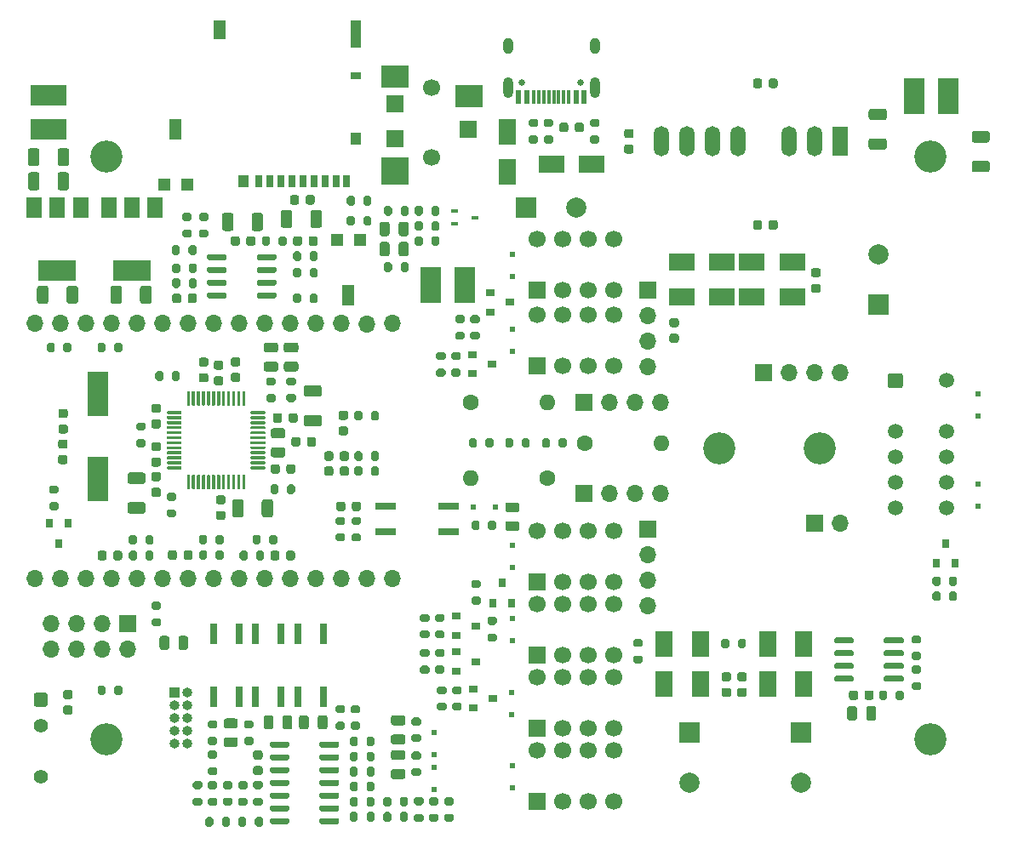
<source format=gbr>
%TF.GenerationSoftware,KiCad,Pcbnew,5.1.9-73d0e3b20d~88~ubuntu18.04.1*%
%TF.CreationDate,2021-01-16T14:46:19+01:00*%
%TF.ProjectId,saba-fernbedienung,73616261-2d66-4657-926e-62656469656e,rev?*%
%TF.SameCoordinates,Original*%
%TF.FileFunction,Soldermask,Top*%
%TF.FilePolarity,Negative*%
%FSLAX46Y46*%
G04 Gerber Fmt 4.6, Leading zero omitted, Abs format (unit mm)*
G04 Created by KiCad (PCBNEW 5.1.9-73d0e3b20d~88~ubuntu18.04.1) date 2021-01-16 14:46:19*
%MOMM*%
%LPD*%
G01*
G04 APERTURE LIST*
%ADD10R,0.700000X1.200000*%
%ADD11R,1.000000X1.200000*%
%ADD12R,1.000000X0.800000*%
%ADD13R,1.000000X2.800000*%
%ADD14R,1.300000X1.900000*%
%ADD15C,2.000000*%
%ADD16R,2.000000X2.000000*%
%ADD17O,1.700000X1.700000*%
%ADD18R,1.700000X1.700000*%
%ADD19R,0.800000X0.900000*%
%ADD20R,2.000000X4.500000*%
%ADD21R,1.800000X2.500000*%
%ADD22R,0.640000X2.000000*%
%ADD23C,3.200000*%
%ADD24R,0.900000X0.800000*%
%ADD25C,1.700000*%
%ADD26R,0.600000X1.450000*%
%ADD27R,0.300000X1.450000*%
%ADD28O,1.000000X2.100000*%
%ADD29C,0.650000*%
%ADD30O,1.000000X1.600000*%
%ADD31R,2.000000X0.640000*%
%ADD32R,3.800000X2.000000*%
%ADD33R,1.500000X2.000000*%
%ADD34O,1.500000X3.000000*%
%ADD35R,1.500000X3.000000*%
%ADD36C,1.400000*%
%ADD37R,1.300000X1.300000*%
%ADD38R,1.300000X2.000000*%
%ADD39C,1.600000*%
%ADD40O,1.600000X1.600000*%
%ADD41R,2.000000X3.600000*%
%ADD42R,3.600000X2.000000*%
%ADD43C,1.500000*%
%ADD44R,2.800000X2.800000*%
%ADD45R,2.800000X2.200000*%
%ADD46O,1.000000X1.000000*%
%ADD47R,1.000000X1.000000*%
%ADD48R,0.500000X0.500000*%
%ADD49R,2.500000X1.800000*%
%ADD50R,0.700000X0.450000*%
G04 APERTURE END LIST*
D10*
%TO.C,J303*%
X132875000Y-74975000D03*
X131925000Y-74975000D03*
X124225000Y-74975000D03*
X125325000Y-74975000D03*
X126425000Y-74975000D03*
X127525000Y-74975000D03*
X128625000Y-74975000D03*
X129725000Y-74975000D03*
X130825000Y-74975000D03*
D11*
X122675000Y-74975000D03*
X133825000Y-70675000D03*
D12*
X133825000Y-64475000D03*
D13*
X133825000Y-60325000D03*
D14*
X120325000Y-59875000D03*
%TD*%
D15*
%TO.C,C407*%
X155800000Y-77600000D03*
D16*
X150800000Y-77600000D03*
%TD*%
D17*
%TO.C,U201*%
X137490000Y-114500000D03*
X134950000Y-114500000D03*
X132410000Y-114500000D03*
X129870000Y-114500000D03*
X127330000Y-114500000D03*
X124790000Y-114500000D03*
X122250000Y-114500000D03*
X119710000Y-114500000D03*
X117170000Y-114500000D03*
X114630000Y-114500000D03*
X112090000Y-114500000D03*
X109550000Y-114500000D03*
X107010000Y-114500000D03*
X104470000Y-114500000D03*
X101930000Y-114500000D03*
X101930000Y-89100000D03*
X104470000Y-89100000D03*
X107010000Y-89100000D03*
X109550000Y-89100000D03*
X112090000Y-89100000D03*
X114630000Y-89100000D03*
X117170000Y-89100000D03*
X119710000Y-89100000D03*
X122250000Y-89100000D03*
X124790000Y-89100000D03*
X127330000Y-89100000D03*
X129870000Y-89100000D03*
X132410000Y-89100000D03*
X134950000Y-89150800D03*
X137488000Y-89100800D03*
%TD*%
D18*
%TO.C,J312*%
X111180000Y-118960000D03*
D17*
X111180000Y-121500000D03*
X108640000Y-118960000D03*
X108640000Y-121500000D03*
X106100000Y-118960000D03*
X106100000Y-121500000D03*
X103560000Y-118960000D03*
X103560000Y-121500000D03*
%TD*%
%TO.C,R719*%
G36*
G01*
X126150000Y-105325000D02*
X126150000Y-105875000D01*
G75*
G02*
X125950000Y-106075000I-200000J0D01*
G01*
X125550000Y-106075000D01*
G75*
G02*
X125350000Y-105875000I0J200000D01*
G01*
X125350000Y-105325000D01*
G75*
G02*
X125550000Y-105125000I200000J0D01*
G01*
X125950000Y-105125000D01*
G75*
G02*
X126150000Y-105325000I0J-200000D01*
G01*
G37*
G36*
G01*
X127800000Y-105325000D02*
X127800000Y-105875000D01*
G75*
G02*
X127600000Y-106075000I-200000J0D01*
G01*
X127200000Y-106075000D01*
G75*
G02*
X127000000Y-105875000I0J200000D01*
G01*
X127000000Y-105325000D01*
G75*
G02*
X127200000Y-105125000I200000J0D01*
G01*
X127600000Y-105125000D01*
G75*
G02*
X127800000Y-105325000I0J-200000D01*
G01*
G37*
%TD*%
%TO.C,R203*%
G36*
G01*
X104075000Y-106050000D02*
X103525000Y-106050000D01*
G75*
G02*
X103325000Y-105850000I0J200000D01*
G01*
X103325000Y-105450000D01*
G75*
G02*
X103525000Y-105250000I200000J0D01*
G01*
X104075000Y-105250000D01*
G75*
G02*
X104275000Y-105450000I0J-200000D01*
G01*
X104275000Y-105850000D01*
G75*
G02*
X104075000Y-106050000I-200000J0D01*
G01*
G37*
G36*
G01*
X104075000Y-107700000D02*
X103525000Y-107700000D01*
G75*
G02*
X103325000Y-107500000I0J200000D01*
G01*
X103325000Y-107100000D01*
G75*
G02*
X103525000Y-106900000I200000J0D01*
G01*
X104075000Y-106900000D01*
G75*
G02*
X104275000Y-107100000I0J-200000D01*
G01*
X104275000Y-107500000D01*
G75*
G02*
X104075000Y-107700000I-200000J0D01*
G01*
G37*
%TD*%
D19*
%TO.C,Q201*%
X104300000Y-111000000D03*
X103350000Y-109000000D03*
X105250000Y-109000000D03*
%TD*%
%TO.C,R721*%
G36*
G01*
X115775000Y-108400000D02*
X115225000Y-108400000D01*
G75*
G02*
X115025000Y-108200000I0J200000D01*
G01*
X115025000Y-107800000D01*
G75*
G02*
X115225000Y-107600000I200000J0D01*
G01*
X115775000Y-107600000D01*
G75*
G02*
X115975000Y-107800000I0J-200000D01*
G01*
X115975000Y-108200000D01*
G75*
G02*
X115775000Y-108400000I-200000J0D01*
G01*
G37*
G36*
G01*
X115775000Y-106750000D02*
X115225000Y-106750000D01*
G75*
G02*
X115025000Y-106550000I0J200000D01*
G01*
X115025000Y-106150000D01*
G75*
G02*
X115225000Y-105950000I200000J0D01*
G01*
X115775000Y-105950000D01*
G75*
G02*
X115975000Y-106150000I0J-200000D01*
G01*
X115975000Y-106550000D01*
G75*
G02*
X115775000Y-106750000I-200000J0D01*
G01*
G37*
%TD*%
%TO.C,R720*%
G36*
G01*
X113900000Y-94615000D02*
X113900000Y-94065000D01*
G75*
G02*
X114100000Y-93865000I200000J0D01*
G01*
X114500000Y-93865000D01*
G75*
G02*
X114700000Y-94065000I0J-200000D01*
G01*
X114700000Y-94615000D01*
G75*
G02*
X114500000Y-94815000I-200000J0D01*
G01*
X114100000Y-94815000D01*
G75*
G02*
X113900000Y-94615000I0J200000D01*
G01*
G37*
G36*
G01*
X115550000Y-94615000D02*
X115550000Y-94065000D01*
G75*
G02*
X115750000Y-93865000I200000J0D01*
G01*
X116150000Y-93865000D01*
G75*
G02*
X116350000Y-94065000I0J-200000D01*
G01*
X116350000Y-94615000D01*
G75*
G02*
X116150000Y-94815000I-200000J0D01*
G01*
X115750000Y-94815000D01*
G75*
G02*
X115550000Y-94615000I0J200000D01*
G01*
G37*
%TD*%
%TO.C,R718*%
G36*
G01*
X133700000Y-98575000D02*
X133700000Y-98025000D01*
G75*
G02*
X133900000Y-97825000I200000J0D01*
G01*
X134300000Y-97825000D01*
G75*
G02*
X134500000Y-98025000I0J-200000D01*
G01*
X134500000Y-98575000D01*
G75*
G02*
X134300000Y-98775000I-200000J0D01*
G01*
X133900000Y-98775000D01*
G75*
G02*
X133700000Y-98575000I0J200000D01*
G01*
G37*
G36*
G01*
X135350000Y-98575000D02*
X135350000Y-98025000D01*
G75*
G02*
X135550000Y-97825000I200000J0D01*
G01*
X135950000Y-97825000D01*
G75*
G02*
X136150000Y-98025000I0J-200000D01*
G01*
X136150000Y-98575000D01*
G75*
G02*
X135950000Y-98775000I-200000J0D01*
G01*
X135550000Y-98775000D01*
G75*
G02*
X135350000Y-98575000I0J200000D01*
G01*
G37*
%TD*%
%TO.C,R716*%
G36*
G01*
X133700000Y-102575000D02*
X133700000Y-102025000D01*
G75*
G02*
X133900000Y-101825000I200000J0D01*
G01*
X134300000Y-101825000D01*
G75*
G02*
X134500000Y-102025000I0J-200000D01*
G01*
X134500000Y-102575000D01*
G75*
G02*
X134300000Y-102775000I-200000J0D01*
G01*
X133900000Y-102775000D01*
G75*
G02*
X133700000Y-102575000I0J200000D01*
G01*
G37*
G36*
G01*
X135350000Y-102575000D02*
X135350000Y-102025000D01*
G75*
G02*
X135550000Y-101825000I200000J0D01*
G01*
X135950000Y-101825000D01*
G75*
G02*
X136150000Y-102025000I0J-200000D01*
G01*
X136150000Y-102575000D01*
G75*
G02*
X135950000Y-102775000I-200000J0D01*
G01*
X135550000Y-102775000D01*
G75*
G02*
X135350000Y-102575000I0J200000D01*
G01*
G37*
%TD*%
%TO.C,R715*%
G36*
G01*
X127675000Y-96925000D02*
X127125000Y-96925000D01*
G75*
G02*
X126925000Y-96725000I0J200000D01*
G01*
X126925000Y-96325000D01*
G75*
G02*
X127125000Y-96125000I200000J0D01*
G01*
X127675000Y-96125000D01*
G75*
G02*
X127875000Y-96325000I0J-200000D01*
G01*
X127875000Y-96725000D01*
G75*
G02*
X127675000Y-96925000I-200000J0D01*
G01*
G37*
G36*
G01*
X127675000Y-95275000D02*
X127125000Y-95275000D01*
G75*
G02*
X126925000Y-95075000I0J200000D01*
G01*
X126925000Y-94675000D01*
G75*
G02*
X127125000Y-94475000I200000J0D01*
G01*
X127675000Y-94475000D01*
G75*
G02*
X127875000Y-94675000I0J-200000D01*
G01*
X127875000Y-95075000D01*
G75*
G02*
X127675000Y-95275000I-200000J0D01*
G01*
G37*
%TD*%
%TO.C,R711*%
G36*
G01*
X125125000Y-94475000D02*
X125675000Y-94475000D01*
G75*
G02*
X125875000Y-94675000I0J-200000D01*
G01*
X125875000Y-95075000D01*
G75*
G02*
X125675000Y-95275000I-200000J0D01*
G01*
X125125000Y-95275000D01*
G75*
G02*
X124925000Y-95075000I0J200000D01*
G01*
X124925000Y-94675000D01*
G75*
G02*
X125125000Y-94475000I200000J0D01*
G01*
G37*
G36*
G01*
X125125000Y-96125000D02*
X125675000Y-96125000D01*
G75*
G02*
X125875000Y-96325000I0J-200000D01*
G01*
X125875000Y-96725000D01*
G75*
G02*
X125675000Y-96925000I-200000J0D01*
G01*
X125125000Y-96925000D01*
G75*
G02*
X124925000Y-96725000I0J200000D01*
G01*
X124925000Y-96325000D01*
G75*
G02*
X125125000Y-96125000I200000J0D01*
G01*
G37*
%TD*%
%TO.C,R707*%
G36*
G01*
X112205000Y-98955000D02*
X112755000Y-98955000D01*
G75*
G02*
X112955000Y-99155000I0J-200000D01*
G01*
X112955000Y-99555000D01*
G75*
G02*
X112755000Y-99755000I-200000J0D01*
G01*
X112205000Y-99755000D01*
G75*
G02*
X112005000Y-99555000I0J200000D01*
G01*
X112005000Y-99155000D01*
G75*
G02*
X112205000Y-98955000I200000J0D01*
G01*
G37*
G36*
G01*
X112205000Y-100605000D02*
X112755000Y-100605000D01*
G75*
G02*
X112955000Y-100805000I0J-200000D01*
G01*
X112955000Y-101205000D01*
G75*
G02*
X112755000Y-101405000I-200000J0D01*
G01*
X112205000Y-101405000D01*
G75*
G02*
X112005000Y-101205000I0J200000D01*
G01*
X112005000Y-100805000D01*
G75*
G02*
X112205000Y-100605000I200000J0D01*
G01*
G37*
%TD*%
%TO.C,C723*%
G36*
G01*
X132350000Y-97800000D02*
X132850000Y-97800000D01*
G75*
G02*
X133075000Y-98025000I0J-225000D01*
G01*
X133075000Y-98475000D01*
G75*
G02*
X132850000Y-98700000I-225000J0D01*
G01*
X132350000Y-98700000D01*
G75*
G02*
X132125000Y-98475000I0J225000D01*
G01*
X132125000Y-98025000D01*
G75*
G02*
X132350000Y-97800000I225000J0D01*
G01*
G37*
G36*
G01*
X132350000Y-99350000D02*
X132850000Y-99350000D01*
G75*
G02*
X133075000Y-99575000I0J-225000D01*
G01*
X133075000Y-100025000D01*
G75*
G02*
X132850000Y-100250000I-225000J0D01*
G01*
X132350000Y-100250000D01*
G75*
G02*
X132125000Y-100025000I0J225000D01*
G01*
X132125000Y-99575000D01*
G75*
G02*
X132350000Y-99350000I225000J0D01*
G01*
G37*
%TD*%
%TO.C,C722*%
G36*
G01*
X133150000Y-103550000D02*
X133150000Y-104050000D01*
G75*
G02*
X132925000Y-104275000I-225000J0D01*
G01*
X132475000Y-104275000D01*
G75*
G02*
X132250000Y-104050000I0J225000D01*
G01*
X132250000Y-103550000D01*
G75*
G02*
X132475000Y-103325000I225000J0D01*
G01*
X132925000Y-103325000D01*
G75*
G02*
X133150000Y-103550000I0J-225000D01*
G01*
G37*
G36*
G01*
X131600000Y-103550000D02*
X131600000Y-104050000D01*
G75*
G02*
X131375000Y-104275000I-225000J0D01*
G01*
X130925000Y-104275000D01*
G75*
G02*
X130700000Y-104050000I0J225000D01*
G01*
X130700000Y-103550000D01*
G75*
G02*
X130925000Y-103325000I225000J0D01*
G01*
X131375000Y-103325000D01*
G75*
G02*
X131600000Y-103550000I0J-225000D01*
G01*
G37*
%TD*%
%TO.C,C721*%
G36*
G01*
X133150000Y-102050000D02*
X133150000Y-102550000D01*
G75*
G02*
X132925000Y-102775000I-225000J0D01*
G01*
X132475000Y-102775000D01*
G75*
G02*
X132250000Y-102550000I0J225000D01*
G01*
X132250000Y-102050000D01*
G75*
G02*
X132475000Y-101825000I225000J0D01*
G01*
X132925000Y-101825000D01*
G75*
G02*
X133150000Y-102050000I0J-225000D01*
G01*
G37*
G36*
G01*
X131600000Y-102050000D02*
X131600000Y-102550000D01*
G75*
G02*
X131375000Y-102775000I-225000J0D01*
G01*
X130925000Y-102775000D01*
G75*
G02*
X130700000Y-102550000I0J225000D01*
G01*
X130700000Y-102050000D01*
G75*
G02*
X130925000Y-101825000I225000J0D01*
G01*
X131375000Y-101825000D01*
G75*
G02*
X131600000Y-102050000I0J-225000D01*
G01*
G37*
%TD*%
%TO.C,C720*%
G36*
G01*
X125630000Y-99530000D02*
X126580000Y-99530000D01*
G75*
G02*
X126830000Y-99780000I0J-250000D01*
G01*
X126830000Y-100280000D01*
G75*
G02*
X126580000Y-100530000I-250000J0D01*
G01*
X125630000Y-100530000D01*
G75*
G02*
X125380000Y-100280000I0J250000D01*
G01*
X125380000Y-99780000D01*
G75*
G02*
X125630000Y-99530000I250000J0D01*
G01*
G37*
G36*
G01*
X125630000Y-101430000D02*
X126580000Y-101430000D01*
G75*
G02*
X126830000Y-101680000I0J-250000D01*
G01*
X126830000Y-102180000D01*
G75*
G02*
X126580000Y-102430000I-250000J0D01*
G01*
X125630000Y-102430000D01*
G75*
G02*
X125380000Y-102180000I0J250000D01*
G01*
X125380000Y-101680000D01*
G75*
G02*
X125630000Y-101430000I250000J0D01*
G01*
G37*
%TD*%
%TO.C,C719*%
G36*
G01*
X127875000Y-93900000D02*
X126925000Y-93900000D01*
G75*
G02*
X126675000Y-93650000I0J250000D01*
G01*
X126675000Y-93150000D01*
G75*
G02*
X126925000Y-92900000I250000J0D01*
G01*
X127875000Y-92900000D01*
G75*
G02*
X128125000Y-93150000I0J-250000D01*
G01*
X128125000Y-93650000D01*
G75*
G02*
X127875000Y-93900000I-250000J0D01*
G01*
G37*
G36*
G01*
X127875000Y-92000000D02*
X126925000Y-92000000D01*
G75*
G02*
X126675000Y-91750000I0J250000D01*
G01*
X126675000Y-91250000D01*
G75*
G02*
X126925000Y-91000000I250000J0D01*
G01*
X127875000Y-91000000D01*
G75*
G02*
X128125000Y-91250000I0J-250000D01*
G01*
X128125000Y-91750000D01*
G75*
G02*
X127875000Y-92000000I-250000J0D01*
G01*
G37*
%TD*%
%TO.C,C717*%
G36*
G01*
X124925000Y-91000000D02*
X125875000Y-91000000D01*
G75*
G02*
X126125000Y-91250000I0J-250000D01*
G01*
X126125000Y-91750000D01*
G75*
G02*
X125875000Y-92000000I-250000J0D01*
G01*
X124925000Y-92000000D01*
G75*
G02*
X124675000Y-91750000I0J250000D01*
G01*
X124675000Y-91250000D01*
G75*
G02*
X124925000Y-91000000I250000J0D01*
G01*
G37*
G36*
G01*
X124925000Y-92900000D02*
X125875000Y-92900000D01*
G75*
G02*
X126125000Y-93150000I0J-250000D01*
G01*
X126125000Y-93650000D01*
G75*
G02*
X125875000Y-93900000I-250000J0D01*
G01*
X124925000Y-93900000D01*
G75*
G02*
X124675000Y-93650000I0J250000D01*
G01*
X124675000Y-93150000D01*
G75*
G02*
X124925000Y-92900000I250000J0D01*
G01*
G37*
%TD*%
%TO.C,C715*%
G36*
G01*
X104480000Y-99155000D02*
X104980000Y-99155000D01*
G75*
G02*
X105205000Y-99380000I0J-225000D01*
G01*
X105205000Y-99830000D01*
G75*
G02*
X104980000Y-100055000I-225000J0D01*
G01*
X104480000Y-100055000D01*
G75*
G02*
X104255000Y-99830000I0J225000D01*
G01*
X104255000Y-99380000D01*
G75*
G02*
X104480000Y-99155000I225000J0D01*
G01*
G37*
G36*
G01*
X104480000Y-97605000D02*
X104980000Y-97605000D01*
G75*
G02*
X105205000Y-97830000I0J-225000D01*
G01*
X105205000Y-98280000D01*
G75*
G02*
X104980000Y-98505000I-225000J0D01*
G01*
X104480000Y-98505000D01*
G75*
G02*
X104255000Y-98280000I0J225000D01*
G01*
X104255000Y-97830000D01*
G75*
G02*
X104480000Y-97605000I225000J0D01*
G01*
G37*
%TD*%
%TO.C,C714*%
G36*
G01*
X104950000Y-103100000D02*
X104450000Y-103100000D01*
G75*
G02*
X104225000Y-102875000I0J225000D01*
G01*
X104225000Y-102425000D01*
G75*
G02*
X104450000Y-102200000I225000J0D01*
G01*
X104950000Y-102200000D01*
G75*
G02*
X105175000Y-102425000I0J-225000D01*
G01*
X105175000Y-102875000D01*
G75*
G02*
X104950000Y-103100000I-225000J0D01*
G01*
G37*
G36*
G01*
X104950000Y-101550000D02*
X104450000Y-101550000D01*
G75*
G02*
X104225000Y-101325000I0J225000D01*
G01*
X104225000Y-100875000D01*
G75*
G02*
X104450000Y-100650000I225000J0D01*
G01*
X104950000Y-100650000D01*
G75*
G02*
X105175000Y-100875000I0J-225000D01*
G01*
X105175000Y-101325000D01*
G75*
G02*
X104950000Y-101550000I-225000J0D01*
G01*
G37*
%TD*%
%TO.C,C713*%
G36*
G01*
X128055000Y-98255000D02*
X128055000Y-98755000D01*
G75*
G02*
X127830000Y-98980000I-225000J0D01*
G01*
X127380000Y-98980000D01*
G75*
G02*
X127155000Y-98755000I0J225000D01*
G01*
X127155000Y-98255000D01*
G75*
G02*
X127380000Y-98030000I225000J0D01*
G01*
X127830000Y-98030000D01*
G75*
G02*
X128055000Y-98255000I0J-225000D01*
G01*
G37*
G36*
G01*
X126505000Y-98255000D02*
X126505000Y-98755000D01*
G75*
G02*
X126280000Y-98980000I-225000J0D01*
G01*
X125830000Y-98980000D01*
G75*
G02*
X125605000Y-98755000I0J225000D01*
G01*
X125605000Y-98255000D01*
G75*
G02*
X125830000Y-98030000I225000J0D01*
G01*
X126280000Y-98030000D01*
G75*
G02*
X126505000Y-98255000I0J-225000D01*
G01*
G37*
%TD*%
%TO.C,C712*%
G36*
G01*
X127830000Y-103330000D02*
X127830000Y-103830000D01*
G75*
G02*
X127605000Y-104055000I-225000J0D01*
G01*
X127155000Y-104055000D01*
G75*
G02*
X126930000Y-103830000I0J225000D01*
G01*
X126930000Y-103330000D01*
G75*
G02*
X127155000Y-103105000I225000J0D01*
G01*
X127605000Y-103105000D01*
G75*
G02*
X127830000Y-103330000I0J-225000D01*
G01*
G37*
G36*
G01*
X126280000Y-103330000D02*
X126280000Y-103830000D01*
G75*
G02*
X126055000Y-104055000I-225000J0D01*
G01*
X125605000Y-104055000D01*
G75*
G02*
X125380000Y-103830000I0J225000D01*
G01*
X125380000Y-103330000D01*
G75*
G02*
X125605000Y-103105000I225000J0D01*
G01*
X126055000Y-103105000D01*
G75*
G02*
X126280000Y-103330000I0J-225000D01*
G01*
G37*
%TD*%
%TO.C,C711*%
G36*
G01*
X129880000Y-100630000D02*
X129880000Y-101130000D01*
G75*
G02*
X129655000Y-101355000I-225000J0D01*
G01*
X129205000Y-101355000D01*
G75*
G02*
X128980000Y-101130000I0J225000D01*
G01*
X128980000Y-100630000D01*
G75*
G02*
X129205000Y-100405000I225000J0D01*
G01*
X129655000Y-100405000D01*
G75*
G02*
X129880000Y-100630000I0J-225000D01*
G01*
G37*
G36*
G01*
X128330000Y-100630000D02*
X128330000Y-101130000D01*
G75*
G02*
X128105000Y-101355000I-225000J0D01*
G01*
X127655000Y-101355000D01*
G75*
G02*
X127430000Y-101130000I0J225000D01*
G01*
X127430000Y-100630000D01*
G75*
G02*
X127655000Y-100405000I225000J0D01*
G01*
X128105000Y-100405000D01*
G75*
G02*
X128330000Y-100630000I0J-225000D01*
G01*
G37*
%TD*%
%TO.C,C709*%
G36*
G01*
X114230000Y-103355000D02*
X113730000Y-103355000D01*
G75*
G02*
X113505000Y-103130000I0J225000D01*
G01*
X113505000Y-102680000D01*
G75*
G02*
X113730000Y-102455000I225000J0D01*
G01*
X114230000Y-102455000D01*
G75*
G02*
X114455000Y-102680000I0J-225000D01*
G01*
X114455000Y-103130000D01*
G75*
G02*
X114230000Y-103355000I-225000J0D01*
G01*
G37*
G36*
G01*
X114230000Y-101805000D02*
X113730000Y-101805000D01*
G75*
G02*
X113505000Y-101580000I0J225000D01*
G01*
X113505000Y-101130000D01*
G75*
G02*
X113730000Y-100905000I225000J0D01*
G01*
X114230000Y-100905000D01*
G75*
G02*
X114455000Y-101130000I0J-225000D01*
G01*
X114455000Y-101580000D01*
G75*
G02*
X114230000Y-101805000I-225000J0D01*
G01*
G37*
%TD*%
%TO.C,C708*%
G36*
G01*
X114230000Y-99555000D02*
X113730000Y-99555000D01*
G75*
G02*
X113505000Y-99330000I0J225000D01*
G01*
X113505000Y-98880000D01*
G75*
G02*
X113730000Y-98655000I225000J0D01*
G01*
X114230000Y-98655000D01*
G75*
G02*
X114455000Y-98880000I0J-225000D01*
G01*
X114455000Y-99330000D01*
G75*
G02*
X114230000Y-99555000I-225000J0D01*
G01*
G37*
G36*
G01*
X114230000Y-98005000D02*
X113730000Y-98005000D01*
G75*
G02*
X113505000Y-97780000I0J225000D01*
G01*
X113505000Y-97330000D01*
G75*
G02*
X113730000Y-97105000I225000J0D01*
G01*
X114230000Y-97105000D01*
G75*
G02*
X114455000Y-97330000I0J-225000D01*
G01*
X114455000Y-97780000D01*
G75*
G02*
X114230000Y-98005000I-225000J0D01*
G01*
G37*
%TD*%
%TO.C,C707*%
G36*
G01*
X119930000Y-92805000D02*
X120430000Y-92805000D01*
G75*
G02*
X120655000Y-93030000I0J-225000D01*
G01*
X120655000Y-93480000D01*
G75*
G02*
X120430000Y-93705000I-225000J0D01*
G01*
X119930000Y-93705000D01*
G75*
G02*
X119705000Y-93480000I0J225000D01*
G01*
X119705000Y-93030000D01*
G75*
G02*
X119930000Y-92805000I225000J0D01*
G01*
G37*
G36*
G01*
X119930000Y-94355000D02*
X120430000Y-94355000D01*
G75*
G02*
X120655000Y-94580000I0J-225000D01*
G01*
X120655000Y-95030000D01*
G75*
G02*
X120430000Y-95255000I-225000J0D01*
G01*
X119930000Y-95255000D01*
G75*
G02*
X119705000Y-95030000I0J225000D01*
G01*
X119705000Y-94580000D01*
G75*
G02*
X119930000Y-94355000I225000J0D01*
G01*
G37*
%TD*%
%TO.C,C706*%
G36*
G01*
X112680001Y-108030000D02*
X111379999Y-108030000D01*
G75*
G02*
X111130000Y-107780001I0J249999D01*
G01*
X111130000Y-107129999D01*
G75*
G02*
X111379999Y-106880000I249999J0D01*
G01*
X112680001Y-106880000D01*
G75*
G02*
X112930000Y-107129999I0J-249999D01*
G01*
X112930000Y-107780001D01*
G75*
G02*
X112680001Y-108030000I-249999J0D01*
G01*
G37*
G36*
G01*
X112680001Y-105080000D02*
X111379999Y-105080000D01*
G75*
G02*
X111130000Y-104830001I0J249999D01*
G01*
X111130000Y-104179999D01*
G75*
G02*
X111379999Y-103930000I249999J0D01*
G01*
X112680001Y-103930000D01*
G75*
G02*
X112930000Y-104179999I0J-249999D01*
G01*
X112930000Y-104830001D01*
G75*
G02*
X112680001Y-105080000I-249999J0D01*
G01*
G37*
%TD*%
%TO.C,C704*%
G36*
G01*
X120650000Y-108655000D02*
X120150000Y-108655000D01*
G75*
G02*
X119925000Y-108430000I0J225000D01*
G01*
X119925000Y-107980000D01*
G75*
G02*
X120150000Y-107755000I225000J0D01*
G01*
X120650000Y-107755000D01*
G75*
G02*
X120875000Y-107980000I0J-225000D01*
G01*
X120875000Y-108430000D01*
G75*
G02*
X120650000Y-108655000I-225000J0D01*
G01*
G37*
G36*
G01*
X120650000Y-107105000D02*
X120150000Y-107105000D01*
G75*
G02*
X119925000Y-106880000I0J225000D01*
G01*
X119925000Y-106430000D01*
G75*
G02*
X120150000Y-106205000I225000J0D01*
G01*
X120650000Y-106205000D01*
G75*
G02*
X120875000Y-106430000I0J-225000D01*
G01*
X120875000Y-106880000D01*
G75*
G02*
X120650000Y-107105000I-225000J0D01*
G01*
G37*
%TD*%
%TO.C,C703*%
G36*
G01*
X114230000Y-106355000D02*
X113730000Y-106355000D01*
G75*
G02*
X113505000Y-106130000I0J225000D01*
G01*
X113505000Y-105680000D01*
G75*
G02*
X113730000Y-105455000I225000J0D01*
G01*
X114230000Y-105455000D01*
G75*
G02*
X114455000Y-105680000I0J-225000D01*
G01*
X114455000Y-106130000D01*
G75*
G02*
X114230000Y-106355000I-225000J0D01*
G01*
G37*
G36*
G01*
X114230000Y-104805000D02*
X113730000Y-104805000D01*
G75*
G02*
X113505000Y-104580000I0J225000D01*
G01*
X113505000Y-104130000D01*
G75*
G02*
X113730000Y-103905000I225000J0D01*
G01*
X114230000Y-103905000D01*
G75*
G02*
X114455000Y-104130000I0J-225000D01*
G01*
X114455000Y-104580000D01*
G75*
G02*
X114230000Y-104805000I-225000J0D01*
G01*
G37*
%TD*%
%TO.C,C702*%
G36*
G01*
X121630000Y-92475000D02*
X122130000Y-92475000D01*
G75*
G02*
X122355000Y-92700000I0J-225000D01*
G01*
X122355000Y-93150000D01*
G75*
G02*
X122130000Y-93375000I-225000J0D01*
G01*
X121630000Y-93375000D01*
G75*
G02*
X121405000Y-93150000I0J225000D01*
G01*
X121405000Y-92700000D01*
G75*
G02*
X121630000Y-92475000I225000J0D01*
G01*
G37*
G36*
G01*
X121630000Y-94025000D02*
X122130000Y-94025000D01*
G75*
G02*
X122355000Y-94250000I0J-225000D01*
G01*
X122355000Y-94700000D01*
G75*
G02*
X122130000Y-94925000I-225000J0D01*
G01*
X121630000Y-94925000D01*
G75*
G02*
X121405000Y-94700000I0J225000D01*
G01*
X121405000Y-94250000D01*
G75*
G02*
X121630000Y-94025000I225000J0D01*
G01*
G37*
%TD*%
%TO.C,C701*%
G36*
G01*
X118455000Y-92505000D02*
X118955000Y-92505000D01*
G75*
G02*
X119180000Y-92730000I0J-225000D01*
G01*
X119180000Y-93180000D01*
G75*
G02*
X118955000Y-93405000I-225000J0D01*
G01*
X118455000Y-93405000D01*
G75*
G02*
X118230000Y-93180000I0J225000D01*
G01*
X118230000Y-92730000D01*
G75*
G02*
X118455000Y-92505000I225000J0D01*
G01*
G37*
G36*
G01*
X118455000Y-94055000D02*
X118955000Y-94055000D01*
G75*
G02*
X119180000Y-94280000I0J-225000D01*
G01*
X119180000Y-94730000D01*
G75*
G02*
X118955000Y-94955000I-225000J0D01*
G01*
X118455000Y-94955000D01*
G75*
G02*
X118230000Y-94730000I0J225000D01*
G01*
X118230000Y-94280000D01*
G75*
G02*
X118455000Y-94055000I225000J0D01*
G01*
G37*
%TD*%
%TO.C,C417*%
G36*
G01*
X130205001Y-99350000D02*
X128904999Y-99350000D01*
G75*
G02*
X128655000Y-99100001I0J249999D01*
G01*
X128655000Y-98449999D01*
G75*
G02*
X128904999Y-98200000I249999J0D01*
G01*
X130205001Y-98200000D01*
G75*
G02*
X130455000Y-98449999I0J-249999D01*
G01*
X130455000Y-99100001D01*
G75*
G02*
X130205001Y-99350000I-249999J0D01*
G01*
G37*
G36*
G01*
X130205001Y-96400000D02*
X128904999Y-96400000D01*
G75*
G02*
X128655000Y-96150001I0J249999D01*
G01*
X128655000Y-95499999D01*
G75*
G02*
X128904999Y-95250000I249999J0D01*
G01*
X130205001Y-95250000D01*
G75*
G02*
X130455000Y-95499999I0J-249999D01*
G01*
X130455000Y-96150001D01*
G75*
G02*
X130205001Y-96400000I-249999J0D01*
G01*
G37*
%TD*%
%TO.C,R717*%
G36*
G01*
X133700000Y-104075000D02*
X133700000Y-103525000D01*
G75*
G02*
X133900000Y-103325000I200000J0D01*
G01*
X134300000Y-103325000D01*
G75*
G02*
X134500000Y-103525000I0J-200000D01*
G01*
X134500000Y-104075000D01*
G75*
G02*
X134300000Y-104275000I-200000J0D01*
G01*
X133900000Y-104275000D01*
G75*
G02*
X133700000Y-104075000I0J200000D01*
G01*
G37*
G36*
G01*
X135350000Y-104075000D02*
X135350000Y-103525000D01*
G75*
G02*
X135550000Y-103325000I200000J0D01*
G01*
X135950000Y-103325000D01*
G75*
G02*
X136150000Y-103525000I0J-200000D01*
G01*
X136150000Y-104075000D01*
G75*
G02*
X135950000Y-104275000I-200000J0D01*
G01*
X135550000Y-104275000D01*
G75*
G02*
X135350000Y-104075000I0J200000D01*
G01*
G37*
%TD*%
%TO.C,U702*%
G36*
G01*
X123440000Y-97825000D02*
X124765000Y-97825000D01*
G75*
G02*
X124840000Y-97900000I0J-75000D01*
G01*
X124840000Y-98050000D01*
G75*
G02*
X124765000Y-98125000I-75000J0D01*
G01*
X123440000Y-98125000D01*
G75*
G02*
X123365000Y-98050000I0J75000D01*
G01*
X123365000Y-97900000D01*
G75*
G02*
X123440000Y-97825000I75000J0D01*
G01*
G37*
G36*
G01*
X123440000Y-98325000D02*
X124765000Y-98325000D01*
G75*
G02*
X124840000Y-98400000I0J-75000D01*
G01*
X124840000Y-98550000D01*
G75*
G02*
X124765000Y-98625000I-75000J0D01*
G01*
X123440000Y-98625000D01*
G75*
G02*
X123365000Y-98550000I0J75000D01*
G01*
X123365000Y-98400000D01*
G75*
G02*
X123440000Y-98325000I75000J0D01*
G01*
G37*
G36*
G01*
X123440000Y-98825000D02*
X124765000Y-98825000D01*
G75*
G02*
X124840000Y-98900000I0J-75000D01*
G01*
X124840000Y-99050000D01*
G75*
G02*
X124765000Y-99125000I-75000J0D01*
G01*
X123440000Y-99125000D01*
G75*
G02*
X123365000Y-99050000I0J75000D01*
G01*
X123365000Y-98900000D01*
G75*
G02*
X123440000Y-98825000I75000J0D01*
G01*
G37*
G36*
G01*
X123440000Y-99325000D02*
X124765000Y-99325000D01*
G75*
G02*
X124840000Y-99400000I0J-75000D01*
G01*
X124840000Y-99550000D01*
G75*
G02*
X124765000Y-99625000I-75000J0D01*
G01*
X123440000Y-99625000D01*
G75*
G02*
X123365000Y-99550000I0J75000D01*
G01*
X123365000Y-99400000D01*
G75*
G02*
X123440000Y-99325000I75000J0D01*
G01*
G37*
G36*
G01*
X123440000Y-99825000D02*
X124765000Y-99825000D01*
G75*
G02*
X124840000Y-99900000I0J-75000D01*
G01*
X124840000Y-100050000D01*
G75*
G02*
X124765000Y-100125000I-75000J0D01*
G01*
X123440000Y-100125000D01*
G75*
G02*
X123365000Y-100050000I0J75000D01*
G01*
X123365000Y-99900000D01*
G75*
G02*
X123440000Y-99825000I75000J0D01*
G01*
G37*
G36*
G01*
X123440000Y-100325000D02*
X124765000Y-100325000D01*
G75*
G02*
X124840000Y-100400000I0J-75000D01*
G01*
X124840000Y-100550000D01*
G75*
G02*
X124765000Y-100625000I-75000J0D01*
G01*
X123440000Y-100625000D01*
G75*
G02*
X123365000Y-100550000I0J75000D01*
G01*
X123365000Y-100400000D01*
G75*
G02*
X123440000Y-100325000I75000J0D01*
G01*
G37*
G36*
G01*
X123440000Y-100825000D02*
X124765000Y-100825000D01*
G75*
G02*
X124840000Y-100900000I0J-75000D01*
G01*
X124840000Y-101050000D01*
G75*
G02*
X124765000Y-101125000I-75000J0D01*
G01*
X123440000Y-101125000D01*
G75*
G02*
X123365000Y-101050000I0J75000D01*
G01*
X123365000Y-100900000D01*
G75*
G02*
X123440000Y-100825000I75000J0D01*
G01*
G37*
G36*
G01*
X123440000Y-101325000D02*
X124765000Y-101325000D01*
G75*
G02*
X124840000Y-101400000I0J-75000D01*
G01*
X124840000Y-101550000D01*
G75*
G02*
X124765000Y-101625000I-75000J0D01*
G01*
X123440000Y-101625000D01*
G75*
G02*
X123365000Y-101550000I0J75000D01*
G01*
X123365000Y-101400000D01*
G75*
G02*
X123440000Y-101325000I75000J0D01*
G01*
G37*
G36*
G01*
X123440000Y-101825000D02*
X124765000Y-101825000D01*
G75*
G02*
X124840000Y-101900000I0J-75000D01*
G01*
X124840000Y-102050000D01*
G75*
G02*
X124765000Y-102125000I-75000J0D01*
G01*
X123440000Y-102125000D01*
G75*
G02*
X123365000Y-102050000I0J75000D01*
G01*
X123365000Y-101900000D01*
G75*
G02*
X123440000Y-101825000I75000J0D01*
G01*
G37*
G36*
G01*
X123440000Y-102325000D02*
X124765000Y-102325000D01*
G75*
G02*
X124840000Y-102400000I0J-75000D01*
G01*
X124840000Y-102550000D01*
G75*
G02*
X124765000Y-102625000I-75000J0D01*
G01*
X123440000Y-102625000D01*
G75*
G02*
X123365000Y-102550000I0J75000D01*
G01*
X123365000Y-102400000D01*
G75*
G02*
X123440000Y-102325000I75000J0D01*
G01*
G37*
G36*
G01*
X123440000Y-102825000D02*
X124765000Y-102825000D01*
G75*
G02*
X124840000Y-102900000I0J-75000D01*
G01*
X124840000Y-103050000D01*
G75*
G02*
X124765000Y-103125000I-75000J0D01*
G01*
X123440000Y-103125000D01*
G75*
G02*
X123365000Y-103050000I0J75000D01*
G01*
X123365000Y-102900000D01*
G75*
G02*
X123440000Y-102825000I75000J0D01*
G01*
G37*
G36*
G01*
X123440000Y-103325000D02*
X124765000Y-103325000D01*
G75*
G02*
X124840000Y-103400000I0J-75000D01*
G01*
X124840000Y-103550000D01*
G75*
G02*
X124765000Y-103625000I-75000J0D01*
G01*
X123440000Y-103625000D01*
G75*
G02*
X123365000Y-103550000I0J75000D01*
G01*
X123365000Y-103400000D01*
G75*
G02*
X123440000Y-103325000I75000J0D01*
G01*
G37*
G36*
G01*
X122615000Y-104150000D02*
X122765000Y-104150000D01*
G75*
G02*
X122840000Y-104225000I0J-75000D01*
G01*
X122840000Y-105550000D01*
G75*
G02*
X122765000Y-105625000I-75000J0D01*
G01*
X122615000Y-105625000D01*
G75*
G02*
X122540000Y-105550000I0J75000D01*
G01*
X122540000Y-104225000D01*
G75*
G02*
X122615000Y-104150000I75000J0D01*
G01*
G37*
G36*
G01*
X122115000Y-104150000D02*
X122265000Y-104150000D01*
G75*
G02*
X122340000Y-104225000I0J-75000D01*
G01*
X122340000Y-105550000D01*
G75*
G02*
X122265000Y-105625000I-75000J0D01*
G01*
X122115000Y-105625000D01*
G75*
G02*
X122040000Y-105550000I0J75000D01*
G01*
X122040000Y-104225000D01*
G75*
G02*
X122115000Y-104150000I75000J0D01*
G01*
G37*
G36*
G01*
X121615000Y-104150000D02*
X121765000Y-104150000D01*
G75*
G02*
X121840000Y-104225000I0J-75000D01*
G01*
X121840000Y-105550000D01*
G75*
G02*
X121765000Y-105625000I-75000J0D01*
G01*
X121615000Y-105625000D01*
G75*
G02*
X121540000Y-105550000I0J75000D01*
G01*
X121540000Y-104225000D01*
G75*
G02*
X121615000Y-104150000I75000J0D01*
G01*
G37*
G36*
G01*
X121115000Y-104150000D02*
X121265000Y-104150000D01*
G75*
G02*
X121340000Y-104225000I0J-75000D01*
G01*
X121340000Y-105550000D01*
G75*
G02*
X121265000Y-105625000I-75000J0D01*
G01*
X121115000Y-105625000D01*
G75*
G02*
X121040000Y-105550000I0J75000D01*
G01*
X121040000Y-104225000D01*
G75*
G02*
X121115000Y-104150000I75000J0D01*
G01*
G37*
G36*
G01*
X120615000Y-104150000D02*
X120765000Y-104150000D01*
G75*
G02*
X120840000Y-104225000I0J-75000D01*
G01*
X120840000Y-105550000D01*
G75*
G02*
X120765000Y-105625000I-75000J0D01*
G01*
X120615000Y-105625000D01*
G75*
G02*
X120540000Y-105550000I0J75000D01*
G01*
X120540000Y-104225000D01*
G75*
G02*
X120615000Y-104150000I75000J0D01*
G01*
G37*
G36*
G01*
X120115000Y-104150000D02*
X120265000Y-104150000D01*
G75*
G02*
X120340000Y-104225000I0J-75000D01*
G01*
X120340000Y-105550000D01*
G75*
G02*
X120265000Y-105625000I-75000J0D01*
G01*
X120115000Y-105625000D01*
G75*
G02*
X120040000Y-105550000I0J75000D01*
G01*
X120040000Y-104225000D01*
G75*
G02*
X120115000Y-104150000I75000J0D01*
G01*
G37*
G36*
G01*
X119615000Y-104150000D02*
X119765000Y-104150000D01*
G75*
G02*
X119840000Y-104225000I0J-75000D01*
G01*
X119840000Y-105550000D01*
G75*
G02*
X119765000Y-105625000I-75000J0D01*
G01*
X119615000Y-105625000D01*
G75*
G02*
X119540000Y-105550000I0J75000D01*
G01*
X119540000Y-104225000D01*
G75*
G02*
X119615000Y-104150000I75000J0D01*
G01*
G37*
G36*
G01*
X119115000Y-104150000D02*
X119265000Y-104150000D01*
G75*
G02*
X119340000Y-104225000I0J-75000D01*
G01*
X119340000Y-105550000D01*
G75*
G02*
X119265000Y-105625000I-75000J0D01*
G01*
X119115000Y-105625000D01*
G75*
G02*
X119040000Y-105550000I0J75000D01*
G01*
X119040000Y-104225000D01*
G75*
G02*
X119115000Y-104150000I75000J0D01*
G01*
G37*
G36*
G01*
X118615000Y-104150000D02*
X118765000Y-104150000D01*
G75*
G02*
X118840000Y-104225000I0J-75000D01*
G01*
X118840000Y-105550000D01*
G75*
G02*
X118765000Y-105625000I-75000J0D01*
G01*
X118615000Y-105625000D01*
G75*
G02*
X118540000Y-105550000I0J75000D01*
G01*
X118540000Y-104225000D01*
G75*
G02*
X118615000Y-104150000I75000J0D01*
G01*
G37*
G36*
G01*
X118115000Y-104150000D02*
X118265000Y-104150000D01*
G75*
G02*
X118340000Y-104225000I0J-75000D01*
G01*
X118340000Y-105550000D01*
G75*
G02*
X118265000Y-105625000I-75000J0D01*
G01*
X118115000Y-105625000D01*
G75*
G02*
X118040000Y-105550000I0J75000D01*
G01*
X118040000Y-104225000D01*
G75*
G02*
X118115000Y-104150000I75000J0D01*
G01*
G37*
G36*
G01*
X117615000Y-104150000D02*
X117765000Y-104150000D01*
G75*
G02*
X117840000Y-104225000I0J-75000D01*
G01*
X117840000Y-105550000D01*
G75*
G02*
X117765000Y-105625000I-75000J0D01*
G01*
X117615000Y-105625000D01*
G75*
G02*
X117540000Y-105550000I0J75000D01*
G01*
X117540000Y-104225000D01*
G75*
G02*
X117615000Y-104150000I75000J0D01*
G01*
G37*
G36*
G01*
X117115000Y-104150000D02*
X117265000Y-104150000D01*
G75*
G02*
X117340000Y-104225000I0J-75000D01*
G01*
X117340000Y-105550000D01*
G75*
G02*
X117265000Y-105625000I-75000J0D01*
G01*
X117115000Y-105625000D01*
G75*
G02*
X117040000Y-105550000I0J75000D01*
G01*
X117040000Y-104225000D01*
G75*
G02*
X117115000Y-104150000I75000J0D01*
G01*
G37*
G36*
G01*
X115115000Y-103325000D02*
X116440000Y-103325000D01*
G75*
G02*
X116515000Y-103400000I0J-75000D01*
G01*
X116515000Y-103550000D01*
G75*
G02*
X116440000Y-103625000I-75000J0D01*
G01*
X115115000Y-103625000D01*
G75*
G02*
X115040000Y-103550000I0J75000D01*
G01*
X115040000Y-103400000D01*
G75*
G02*
X115115000Y-103325000I75000J0D01*
G01*
G37*
G36*
G01*
X115115000Y-102825000D02*
X116440000Y-102825000D01*
G75*
G02*
X116515000Y-102900000I0J-75000D01*
G01*
X116515000Y-103050000D01*
G75*
G02*
X116440000Y-103125000I-75000J0D01*
G01*
X115115000Y-103125000D01*
G75*
G02*
X115040000Y-103050000I0J75000D01*
G01*
X115040000Y-102900000D01*
G75*
G02*
X115115000Y-102825000I75000J0D01*
G01*
G37*
G36*
G01*
X115115000Y-102325000D02*
X116440000Y-102325000D01*
G75*
G02*
X116515000Y-102400000I0J-75000D01*
G01*
X116515000Y-102550000D01*
G75*
G02*
X116440000Y-102625000I-75000J0D01*
G01*
X115115000Y-102625000D01*
G75*
G02*
X115040000Y-102550000I0J75000D01*
G01*
X115040000Y-102400000D01*
G75*
G02*
X115115000Y-102325000I75000J0D01*
G01*
G37*
G36*
G01*
X115115000Y-101825000D02*
X116440000Y-101825000D01*
G75*
G02*
X116515000Y-101900000I0J-75000D01*
G01*
X116515000Y-102050000D01*
G75*
G02*
X116440000Y-102125000I-75000J0D01*
G01*
X115115000Y-102125000D01*
G75*
G02*
X115040000Y-102050000I0J75000D01*
G01*
X115040000Y-101900000D01*
G75*
G02*
X115115000Y-101825000I75000J0D01*
G01*
G37*
G36*
G01*
X115115000Y-101325000D02*
X116440000Y-101325000D01*
G75*
G02*
X116515000Y-101400000I0J-75000D01*
G01*
X116515000Y-101550000D01*
G75*
G02*
X116440000Y-101625000I-75000J0D01*
G01*
X115115000Y-101625000D01*
G75*
G02*
X115040000Y-101550000I0J75000D01*
G01*
X115040000Y-101400000D01*
G75*
G02*
X115115000Y-101325000I75000J0D01*
G01*
G37*
G36*
G01*
X115115000Y-100825000D02*
X116440000Y-100825000D01*
G75*
G02*
X116515000Y-100900000I0J-75000D01*
G01*
X116515000Y-101050000D01*
G75*
G02*
X116440000Y-101125000I-75000J0D01*
G01*
X115115000Y-101125000D01*
G75*
G02*
X115040000Y-101050000I0J75000D01*
G01*
X115040000Y-100900000D01*
G75*
G02*
X115115000Y-100825000I75000J0D01*
G01*
G37*
G36*
G01*
X115115000Y-100325000D02*
X116440000Y-100325000D01*
G75*
G02*
X116515000Y-100400000I0J-75000D01*
G01*
X116515000Y-100550000D01*
G75*
G02*
X116440000Y-100625000I-75000J0D01*
G01*
X115115000Y-100625000D01*
G75*
G02*
X115040000Y-100550000I0J75000D01*
G01*
X115040000Y-100400000D01*
G75*
G02*
X115115000Y-100325000I75000J0D01*
G01*
G37*
G36*
G01*
X115115000Y-99825000D02*
X116440000Y-99825000D01*
G75*
G02*
X116515000Y-99900000I0J-75000D01*
G01*
X116515000Y-100050000D01*
G75*
G02*
X116440000Y-100125000I-75000J0D01*
G01*
X115115000Y-100125000D01*
G75*
G02*
X115040000Y-100050000I0J75000D01*
G01*
X115040000Y-99900000D01*
G75*
G02*
X115115000Y-99825000I75000J0D01*
G01*
G37*
G36*
G01*
X115115000Y-99325000D02*
X116440000Y-99325000D01*
G75*
G02*
X116515000Y-99400000I0J-75000D01*
G01*
X116515000Y-99550000D01*
G75*
G02*
X116440000Y-99625000I-75000J0D01*
G01*
X115115000Y-99625000D01*
G75*
G02*
X115040000Y-99550000I0J75000D01*
G01*
X115040000Y-99400000D01*
G75*
G02*
X115115000Y-99325000I75000J0D01*
G01*
G37*
G36*
G01*
X115115000Y-98825000D02*
X116440000Y-98825000D01*
G75*
G02*
X116515000Y-98900000I0J-75000D01*
G01*
X116515000Y-99050000D01*
G75*
G02*
X116440000Y-99125000I-75000J0D01*
G01*
X115115000Y-99125000D01*
G75*
G02*
X115040000Y-99050000I0J75000D01*
G01*
X115040000Y-98900000D01*
G75*
G02*
X115115000Y-98825000I75000J0D01*
G01*
G37*
G36*
G01*
X115115000Y-98325000D02*
X116440000Y-98325000D01*
G75*
G02*
X116515000Y-98400000I0J-75000D01*
G01*
X116515000Y-98550000D01*
G75*
G02*
X116440000Y-98625000I-75000J0D01*
G01*
X115115000Y-98625000D01*
G75*
G02*
X115040000Y-98550000I0J75000D01*
G01*
X115040000Y-98400000D01*
G75*
G02*
X115115000Y-98325000I75000J0D01*
G01*
G37*
G36*
G01*
X115115000Y-97825000D02*
X116440000Y-97825000D01*
G75*
G02*
X116515000Y-97900000I0J-75000D01*
G01*
X116515000Y-98050000D01*
G75*
G02*
X116440000Y-98125000I-75000J0D01*
G01*
X115115000Y-98125000D01*
G75*
G02*
X115040000Y-98050000I0J75000D01*
G01*
X115040000Y-97900000D01*
G75*
G02*
X115115000Y-97825000I75000J0D01*
G01*
G37*
G36*
G01*
X117115000Y-95825000D02*
X117265000Y-95825000D01*
G75*
G02*
X117340000Y-95900000I0J-75000D01*
G01*
X117340000Y-97225000D01*
G75*
G02*
X117265000Y-97300000I-75000J0D01*
G01*
X117115000Y-97300000D01*
G75*
G02*
X117040000Y-97225000I0J75000D01*
G01*
X117040000Y-95900000D01*
G75*
G02*
X117115000Y-95825000I75000J0D01*
G01*
G37*
G36*
G01*
X117615000Y-95825000D02*
X117765000Y-95825000D01*
G75*
G02*
X117840000Y-95900000I0J-75000D01*
G01*
X117840000Y-97225000D01*
G75*
G02*
X117765000Y-97300000I-75000J0D01*
G01*
X117615000Y-97300000D01*
G75*
G02*
X117540000Y-97225000I0J75000D01*
G01*
X117540000Y-95900000D01*
G75*
G02*
X117615000Y-95825000I75000J0D01*
G01*
G37*
G36*
G01*
X118115000Y-95825000D02*
X118265000Y-95825000D01*
G75*
G02*
X118340000Y-95900000I0J-75000D01*
G01*
X118340000Y-97225000D01*
G75*
G02*
X118265000Y-97300000I-75000J0D01*
G01*
X118115000Y-97300000D01*
G75*
G02*
X118040000Y-97225000I0J75000D01*
G01*
X118040000Y-95900000D01*
G75*
G02*
X118115000Y-95825000I75000J0D01*
G01*
G37*
G36*
G01*
X118615000Y-95825000D02*
X118765000Y-95825000D01*
G75*
G02*
X118840000Y-95900000I0J-75000D01*
G01*
X118840000Y-97225000D01*
G75*
G02*
X118765000Y-97300000I-75000J0D01*
G01*
X118615000Y-97300000D01*
G75*
G02*
X118540000Y-97225000I0J75000D01*
G01*
X118540000Y-95900000D01*
G75*
G02*
X118615000Y-95825000I75000J0D01*
G01*
G37*
G36*
G01*
X119115000Y-95825000D02*
X119265000Y-95825000D01*
G75*
G02*
X119340000Y-95900000I0J-75000D01*
G01*
X119340000Y-97225000D01*
G75*
G02*
X119265000Y-97300000I-75000J0D01*
G01*
X119115000Y-97300000D01*
G75*
G02*
X119040000Y-97225000I0J75000D01*
G01*
X119040000Y-95900000D01*
G75*
G02*
X119115000Y-95825000I75000J0D01*
G01*
G37*
G36*
G01*
X119615000Y-95825000D02*
X119765000Y-95825000D01*
G75*
G02*
X119840000Y-95900000I0J-75000D01*
G01*
X119840000Y-97225000D01*
G75*
G02*
X119765000Y-97300000I-75000J0D01*
G01*
X119615000Y-97300000D01*
G75*
G02*
X119540000Y-97225000I0J75000D01*
G01*
X119540000Y-95900000D01*
G75*
G02*
X119615000Y-95825000I75000J0D01*
G01*
G37*
G36*
G01*
X120115000Y-95825000D02*
X120265000Y-95825000D01*
G75*
G02*
X120340000Y-95900000I0J-75000D01*
G01*
X120340000Y-97225000D01*
G75*
G02*
X120265000Y-97300000I-75000J0D01*
G01*
X120115000Y-97300000D01*
G75*
G02*
X120040000Y-97225000I0J75000D01*
G01*
X120040000Y-95900000D01*
G75*
G02*
X120115000Y-95825000I75000J0D01*
G01*
G37*
G36*
G01*
X120615000Y-95825000D02*
X120765000Y-95825000D01*
G75*
G02*
X120840000Y-95900000I0J-75000D01*
G01*
X120840000Y-97225000D01*
G75*
G02*
X120765000Y-97300000I-75000J0D01*
G01*
X120615000Y-97300000D01*
G75*
G02*
X120540000Y-97225000I0J75000D01*
G01*
X120540000Y-95900000D01*
G75*
G02*
X120615000Y-95825000I75000J0D01*
G01*
G37*
G36*
G01*
X121115000Y-95825000D02*
X121265000Y-95825000D01*
G75*
G02*
X121340000Y-95900000I0J-75000D01*
G01*
X121340000Y-97225000D01*
G75*
G02*
X121265000Y-97300000I-75000J0D01*
G01*
X121115000Y-97300000D01*
G75*
G02*
X121040000Y-97225000I0J75000D01*
G01*
X121040000Y-95900000D01*
G75*
G02*
X121115000Y-95825000I75000J0D01*
G01*
G37*
G36*
G01*
X121615000Y-95825000D02*
X121765000Y-95825000D01*
G75*
G02*
X121840000Y-95900000I0J-75000D01*
G01*
X121840000Y-97225000D01*
G75*
G02*
X121765000Y-97300000I-75000J0D01*
G01*
X121615000Y-97300000D01*
G75*
G02*
X121540000Y-97225000I0J75000D01*
G01*
X121540000Y-95900000D01*
G75*
G02*
X121615000Y-95825000I75000J0D01*
G01*
G37*
G36*
G01*
X122115000Y-95825000D02*
X122265000Y-95825000D01*
G75*
G02*
X122340000Y-95900000I0J-75000D01*
G01*
X122340000Y-97225000D01*
G75*
G02*
X122265000Y-97300000I-75000J0D01*
G01*
X122115000Y-97300000D01*
G75*
G02*
X122040000Y-97225000I0J75000D01*
G01*
X122040000Y-95900000D01*
G75*
G02*
X122115000Y-95825000I75000J0D01*
G01*
G37*
G36*
G01*
X122615000Y-95825000D02*
X122765000Y-95825000D01*
G75*
G02*
X122840000Y-95900000I0J-75000D01*
G01*
X122840000Y-97225000D01*
G75*
G02*
X122765000Y-97300000I-75000J0D01*
G01*
X122615000Y-97300000D01*
G75*
G02*
X122540000Y-97225000I0J75000D01*
G01*
X122540000Y-95900000D01*
G75*
G02*
X122615000Y-95825000I75000J0D01*
G01*
G37*
%TD*%
D20*
%TO.C,Y701*%
X108200000Y-96105000D03*
X108200000Y-104605000D03*
%TD*%
%TO.C,U501*%
G36*
G01*
X181425000Y-120810000D02*
X181425000Y-120510000D01*
G75*
G02*
X181575000Y-120360000I150000J0D01*
G01*
X183225000Y-120360000D01*
G75*
G02*
X183375000Y-120510000I0J-150000D01*
G01*
X183375000Y-120810000D01*
G75*
G02*
X183225000Y-120960000I-150000J0D01*
G01*
X181575000Y-120960000D01*
G75*
G02*
X181425000Y-120810000I0J150000D01*
G01*
G37*
G36*
G01*
X181425000Y-122080000D02*
X181425000Y-121780000D01*
G75*
G02*
X181575000Y-121630000I150000J0D01*
G01*
X183225000Y-121630000D01*
G75*
G02*
X183375000Y-121780000I0J-150000D01*
G01*
X183375000Y-122080000D01*
G75*
G02*
X183225000Y-122230000I-150000J0D01*
G01*
X181575000Y-122230000D01*
G75*
G02*
X181425000Y-122080000I0J150000D01*
G01*
G37*
G36*
G01*
X181425000Y-123350000D02*
X181425000Y-123050000D01*
G75*
G02*
X181575000Y-122900000I150000J0D01*
G01*
X183225000Y-122900000D01*
G75*
G02*
X183375000Y-123050000I0J-150000D01*
G01*
X183375000Y-123350000D01*
G75*
G02*
X183225000Y-123500000I-150000J0D01*
G01*
X181575000Y-123500000D01*
G75*
G02*
X181425000Y-123350000I0J150000D01*
G01*
G37*
G36*
G01*
X181425000Y-124620000D02*
X181425000Y-124320000D01*
G75*
G02*
X181575000Y-124170000I150000J0D01*
G01*
X183225000Y-124170000D01*
G75*
G02*
X183375000Y-124320000I0J-150000D01*
G01*
X183375000Y-124620000D01*
G75*
G02*
X183225000Y-124770000I-150000J0D01*
G01*
X181575000Y-124770000D01*
G75*
G02*
X181425000Y-124620000I0J150000D01*
G01*
G37*
G36*
G01*
X186375000Y-124620000D02*
X186375000Y-124320000D01*
G75*
G02*
X186525000Y-124170000I150000J0D01*
G01*
X188175000Y-124170000D01*
G75*
G02*
X188325000Y-124320000I0J-150000D01*
G01*
X188325000Y-124620000D01*
G75*
G02*
X188175000Y-124770000I-150000J0D01*
G01*
X186525000Y-124770000D01*
G75*
G02*
X186375000Y-124620000I0J150000D01*
G01*
G37*
G36*
G01*
X186375000Y-123350000D02*
X186375000Y-123050000D01*
G75*
G02*
X186525000Y-122900000I150000J0D01*
G01*
X188175000Y-122900000D01*
G75*
G02*
X188325000Y-123050000I0J-150000D01*
G01*
X188325000Y-123350000D01*
G75*
G02*
X188175000Y-123500000I-150000J0D01*
G01*
X186525000Y-123500000D01*
G75*
G02*
X186375000Y-123350000I0J150000D01*
G01*
G37*
G36*
G01*
X186375000Y-122080000D02*
X186375000Y-121780000D01*
G75*
G02*
X186525000Y-121630000I150000J0D01*
G01*
X188175000Y-121630000D01*
G75*
G02*
X188325000Y-121780000I0J-150000D01*
G01*
X188325000Y-122080000D01*
G75*
G02*
X188175000Y-122230000I-150000J0D01*
G01*
X186525000Y-122230000D01*
G75*
G02*
X186375000Y-122080000I0J150000D01*
G01*
G37*
G36*
G01*
X186375000Y-120810000D02*
X186375000Y-120510000D01*
G75*
G02*
X186525000Y-120360000I150000J0D01*
G01*
X188175000Y-120360000D01*
G75*
G02*
X188325000Y-120510000I0J-150000D01*
G01*
X188325000Y-120810000D01*
G75*
G02*
X188175000Y-120960000I-150000J0D01*
G01*
X186525000Y-120960000D01*
G75*
G02*
X186375000Y-120810000I0J150000D01*
G01*
G37*
%TD*%
D16*
%TO.C,C418*%
X178100000Y-129800000D03*
D15*
X178100000Y-134800000D03*
%TD*%
D21*
%TO.C,D503*%
X174800000Y-121000000D03*
X174800000Y-125000000D03*
%TD*%
D22*
%TO.C,U505*%
X119660000Y-126250000D03*
X122200000Y-126250000D03*
X122200000Y-119950000D03*
X119660000Y-119950000D03*
%TD*%
D23*
%TO.C,REF\u002A\u002A*%
X180000000Y-101500000D03*
%TD*%
%TO.C,REF\u002A\u002A*%
X170000000Y-101500000D03*
%TD*%
%TO.C,REF\u002A\u002A*%
X109000000Y-72500000D03*
%TD*%
%TO.C,REF\u002A\u002A*%
X191000000Y-72500000D03*
%TD*%
%TO.C,REF\u002A\u002A*%
X191000000Y-130500000D03*
%TD*%
%TO.C,REF\u002A\u002A*%
X109000000Y-130500000D03*
%TD*%
D24*
%TO.C,Q604*%
X147400000Y-93150000D03*
X145400000Y-94100000D03*
X145400000Y-92200000D03*
%TD*%
D18*
%TO.C,K606*%
X151880000Y-114800000D03*
D25*
X154420000Y-114800000D03*
X156960000Y-114800000D03*
X159500000Y-114800000D03*
X159500000Y-109720000D03*
X156960000Y-109720000D03*
X154420000Y-109720000D03*
X151880000Y-109720000D03*
%TD*%
D18*
%TO.C,K605*%
X151880000Y-136680000D03*
D25*
X154420000Y-136680000D03*
X156960000Y-136680000D03*
X159500000Y-136680000D03*
X159500000Y-131600000D03*
X156960000Y-131600000D03*
X154420000Y-131600000D03*
X151880000Y-131600000D03*
%TD*%
D18*
%TO.C,K604*%
X151880000Y-129380000D03*
D25*
X154420000Y-129380000D03*
X156960000Y-129380000D03*
X159500000Y-129380000D03*
X159500000Y-124300000D03*
X156960000Y-124300000D03*
X154420000Y-124300000D03*
X151880000Y-124300000D03*
%TD*%
D18*
%TO.C,K603*%
X151880000Y-85800000D03*
D25*
X154420000Y-85800000D03*
X156960000Y-85800000D03*
X159500000Y-85800000D03*
X159500000Y-80720000D03*
X156960000Y-80720000D03*
X154420000Y-80720000D03*
X151880000Y-80720000D03*
%TD*%
D18*
%TO.C,K602*%
X151880000Y-122080000D03*
D25*
X154420000Y-122080000D03*
X156960000Y-122080000D03*
X159500000Y-122080000D03*
X159500000Y-117000000D03*
X156960000Y-117000000D03*
X154420000Y-117000000D03*
X151880000Y-117000000D03*
%TD*%
D18*
%TO.C,K601*%
X151880000Y-93300000D03*
D25*
X154420000Y-93300000D03*
X156960000Y-93300000D03*
X159500000Y-93300000D03*
X159500000Y-88220000D03*
X156960000Y-88220000D03*
X154420000Y-88220000D03*
X151880000Y-88220000D03*
%TD*%
D18*
%TO.C,J306*%
X179500000Y-109000000D03*
D17*
X182040000Y-109000000D03*
%TD*%
D26*
%TO.C,J313*%
X150030000Y-66545000D03*
X150830000Y-66545000D03*
X155730000Y-66545000D03*
X156530000Y-66545000D03*
X156530000Y-66545000D03*
X155730000Y-66545000D03*
X150830000Y-66545000D03*
X150030000Y-66545000D03*
D27*
X155030000Y-66545000D03*
X154530000Y-66545000D03*
X154030000Y-66545000D03*
X153030000Y-66545000D03*
X152530000Y-66545000D03*
X152030000Y-66545000D03*
X151530000Y-66545000D03*
X153530000Y-66545000D03*
D28*
X148960000Y-65630000D03*
X157600000Y-65630000D03*
D29*
X156170000Y-65100000D03*
D30*
X157600000Y-61450000D03*
D29*
X150390000Y-65100000D03*
D30*
X148960000Y-61450000D03*
%TD*%
%TO.C,U701*%
G36*
G01*
X119050000Y-82645000D02*
X119050000Y-82345000D01*
G75*
G02*
X119200000Y-82195000I150000J0D01*
G01*
X120850000Y-82195000D01*
G75*
G02*
X121000000Y-82345000I0J-150000D01*
G01*
X121000000Y-82645000D01*
G75*
G02*
X120850000Y-82795000I-150000J0D01*
G01*
X119200000Y-82795000D01*
G75*
G02*
X119050000Y-82645000I0J150000D01*
G01*
G37*
G36*
G01*
X119050000Y-83915000D02*
X119050000Y-83615000D01*
G75*
G02*
X119200000Y-83465000I150000J0D01*
G01*
X120850000Y-83465000D01*
G75*
G02*
X121000000Y-83615000I0J-150000D01*
G01*
X121000000Y-83915000D01*
G75*
G02*
X120850000Y-84065000I-150000J0D01*
G01*
X119200000Y-84065000D01*
G75*
G02*
X119050000Y-83915000I0J150000D01*
G01*
G37*
G36*
G01*
X119050000Y-85185000D02*
X119050000Y-84885000D01*
G75*
G02*
X119200000Y-84735000I150000J0D01*
G01*
X120850000Y-84735000D01*
G75*
G02*
X121000000Y-84885000I0J-150000D01*
G01*
X121000000Y-85185000D01*
G75*
G02*
X120850000Y-85335000I-150000J0D01*
G01*
X119200000Y-85335000D01*
G75*
G02*
X119050000Y-85185000I0J150000D01*
G01*
G37*
G36*
G01*
X119050000Y-86455000D02*
X119050000Y-86155000D01*
G75*
G02*
X119200000Y-86005000I150000J0D01*
G01*
X120850000Y-86005000D01*
G75*
G02*
X121000000Y-86155000I0J-150000D01*
G01*
X121000000Y-86455000D01*
G75*
G02*
X120850000Y-86605000I-150000J0D01*
G01*
X119200000Y-86605000D01*
G75*
G02*
X119050000Y-86455000I0J150000D01*
G01*
G37*
G36*
G01*
X124000000Y-86455000D02*
X124000000Y-86155000D01*
G75*
G02*
X124150000Y-86005000I150000J0D01*
G01*
X125800000Y-86005000D01*
G75*
G02*
X125950000Y-86155000I0J-150000D01*
G01*
X125950000Y-86455000D01*
G75*
G02*
X125800000Y-86605000I-150000J0D01*
G01*
X124150000Y-86605000D01*
G75*
G02*
X124000000Y-86455000I0J150000D01*
G01*
G37*
G36*
G01*
X124000000Y-85185000D02*
X124000000Y-84885000D01*
G75*
G02*
X124150000Y-84735000I150000J0D01*
G01*
X125800000Y-84735000D01*
G75*
G02*
X125950000Y-84885000I0J-150000D01*
G01*
X125950000Y-85185000D01*
G75*
G02*
X125800000Y-85335000I-150000J0D01*
G01*
X124150000Y-85335000D01*
G75*
G02*
X124000000Y-85185000I0J150000D01*
G01*
G37*
G36*
G01*
X124000000Y-83915000D02*
X124000000Y-83615000D01*
G75*
G02*
X124150000Y-83465000I150000J0D01*
G01*
X125800000Y-83465000D01*
G75*
G02*
X125950000Y-83615000I0J-150000D01*
G01*
X125950000Y-83915000D01*
G75*
G02*
X125800000Y-84065000I-150000J0D01*
G01*
X124150000Y-84065000D01*
G75*
G02*
X124000000Y-83915000I0J150000D01*
G01*
G37*
G36*
G01*
X124000000Y-82645000D02*
X124000000Y-82345000D01*
G75*
G02*
X124150000Y-82195000I150000J0D01*
G01*
X125800000Y-82195000D01*
G75*
G02*
X125950000Y-82345000I0J-150000D01*
G01*
X125950000Y-82645000D01*
G75*
G02*
X125800000Y-82795000I-150000J0D01*
G01*
X124150000Y-82795000D01*
G75*
G02*
X124000000Y-82645000I0J150000D01*
G01*
G37*
%TD*%
D31*
%TO.C,U601*%
X143100000Y-109800000D03*
X143100000Y-107260000D03*
X136800000Y-107260000D03*
X136800000Y-109800000D03*
%TD*%
D22*
%TO.C,U504*%
X128050000Y-126250000D03*
X130590000Y-126250000D03*
X130590000Y-119950000D03*
X128050000Y-119950000D03*
%TD*%
%TO.C,U503*%
X123850000Y-126250000D03*
X126390000Y-126250000D03*
X126390000Y-119950000D03*
X123850000Y-119950000D03*
%TD*%
%TO.C,U502*%
G36*
G01*
X130225000Y-131150000D02*
X130225000Y-130850000D01*
G75*
G02*
X130375000Y-130700000I150000J0D01*
G01*
X132025000Y-130700000D01*
G75*
G02*
X132175000Y-130850000I0J-150000D01*
G01*
X132175000Y-131150000D01*
G75*
G02*
X132025000Y-131300000I-150000J0D01*
G01*
X130375000Y-131300000D01*
G75*
G02*
X130225000Y-131150000I0J150000D01*
G01*
G37*
G36*
G01*
X130225000Y-132420000D02*
X130225000Y-132120000D01*
G75*
G02*
X130375000Y-131970000I150000J0D01*
G01*
X132025000Y-131970000D01*
G75*
G02*
X132175000Y-132120000I0J-150000D01*
G01*
X132175000Y-132420000D01*
G75*
G02*
X132025000Y-132570000I-150000J0D01*
G01*
X130375000Y-132570000D01*
G75*
G02*
X130225000Y-132420000I0J150000D01*
G01*
G37*
G36*
G01*
X130225000Y-133690000D02*
X130225000Y-133390000D01*
G75*
G02*
X130375000Y-133240000I150000J0D01*
G01*
X132025000Y-133240000D01*
G75*
G02*
X132175000Y-133390000I0J-150000D01*
G01*
X132175000Y-133690000D01*
G75*
G02*
X132025000Y-133840000I-150000J0D01*
G01*
X130375000Y-133840000D01*
G75*
G02*
X130225000Y-133690000I0J150000D01*
G01*
G37*
G36*
G01*
X130225000Y-134960000D02*
X130225000Y-134660000D01*
G75*
G02*
X130375000Y-134510000I150000J0D01*
G01*
X132025000Y-134510000D01*
G75*
G02*
X132175000Y-134660000I0J-150000D01*
G01*
X132175000Y-134960000D01*
G75*
G02*
X132025000Y-135110000I-150000J0D01*
G01*
X130375000Y-135110000D01*
G75*
G02*
X130225000Y-134960000I0J150000D01*
G01*
G37*
G36*
G01*
X130225000Y-136230000D02*
X130225000Y-135930000D01*
G75*
G02*
X130375000Y-135780000I150000J0D01*
G01*
X132025000Y-135780000D01*
G75*
G02*
X132175000Y-135930000I0J-150000D01*
G01*
X132175000Y-136230000D01*
G75*
G02*
X132025000Y-136380000I-150000J0D01*
G01*
X130375000Y-136380000D01*
G75*
G02*
X130225000Y-136230000I0J150000D01*
G01*
G37*
G36*
G01*
X130225000Y-137500000D02*
X130225000Y-137200000D01*
G75*
G02*
X130375000Y-137050000I150000J0D01*
G01*
X132025000Y-137050000D01*
G75*
G02*
X132175000Y-137200000I0J-150000D01*
G01*
X132175000Y-137500000D01*
G75*
G02*
X132025000Y-137650000I-150000J0D01*
G01*
X130375000Y-137650000D01*
G75*
G02*
X130225000Y-137500000I0J150000D01*
G01*
G37*
G36*
G01*
X130225000Y-138770000D02*
X130225000Y-138470000D01*
G75*
G02*
X130375000Y-138320000I150000J0D01*
G01*
X132025000Y-138320000D01*
G75*
G02*
X132175000Y-138470000I0J-150000D01*
G01*
X132175000Y-138770000D01*
G75*
G02*
X132025000Y-138920000I-150000J0D01*
G01*
X130375000Y-138920000D01*
G75*
G02*
X130225000Y-138770000I0J150000D01*
G01*
G37*
G36*
G01*
X125275000Y-138770000D02*
X125275000Y-138470000D01*
G75*
G02*
X125425000Y-138320000I150000J0D01*
G01*
X127075000Y-138320000D01*
G75*
G02*
X127225000Y-138470000I0J-150000D01*
G01*
X127225000Y-138770000D01*
G75*
G02*
X127075000Y-138920000I-150000J0D01*
G01*
X125425000Y-138920000D01*
G75*
G02*
X125275000Y-138770000I0J150000D01*
G01*
G37*
G36*
G01*
X125275000Y-137500000D02*
X125275000Y-137200000D01*
G75*
G02*
X125425000Y-137050000I150000J0D01*
G01*
X127075000Y-137050000D01*
G75*
G02*
X127225000Y-137200000I0J-150000D01*
G01*
X127225000Y-137500000D01*
G75*
G02*
X127075000Y-137650000I-150000J0D01*
G01*
X125425000Y-137650000D01*
G75*
G02*
X125275000Y-137500000I0J150000D01*
G01*
G37*
G36*
G01*
X125275000Y-136230000D02*
X125275000Y-135930000D01*
G75*
G02*
X125425000Y-135780000I150000J0D01*
G01*
X127075000Y-135780000D01*
G75*
G02*
X127225000Y-135930000I0J-150000D01*
G01*
X127225000Y-136230000D01*
G75*
G02*
X127075000Y-136380000I-150000J0D01*
G01*
X125425000Y-136380000D01*
G75*
G02*
X125275000Y-136230000I0J150000D01*
G01*
G37*
G36*
G01*
X125275000Y-134960000D02*
X125275000Y-134660000D01*
G75*
G02*
X125425000Y-134510000I150000J0D01*
G01*
X127075000Y-134510000D01*
G75*
G02*
X127225000Y-134660000I0J-150000D01*
G01*
X127225000Y-134960000D01*
G75*
G02*
X127075000Y-135110000I-150000J0D01*
G01*
X125425000Y-135110000D01*
G75*
G02*
X125275000Y-134960000I0J150000D01*
G01*
G37*
G36*
G01*
X125275000Y-133690000D02*
X125275000Y-133390000D01*
G75*
G02*
X125425000Y-133240000I150000J0D01*
G01*
X127075000Y-133240000D01*
G75*
G02*
X127225000Y-133390000I0J-150000D01*
G01*
X127225000Y-133690000D01*
G75*
G02*
X127075000Y-133840000I-150000J0D01*
G01*
X125425000Y-133840000D01*
G75*
G02*
X125275000Y-133690000I0J150000D01*
G01*
G37*
G36*
G01*
X125275000Y-132420000D02*
X125275000Y-132120000D01*
G75*
G02*
X125425000Y-131970000I150000J0D01*
G01*
X127075000Y-131970000D01*
G75*
G02*
X127225000Y-132120000I0J-150000D01*
G01*
X127225000Y-132420000D01*
G75*
G02*
X127075000Y-132570000I-150000J0D01*
G01*
X125425000Y-132570000D01*
G75*
G02*
X125275000Y-132420000I0J150000D01*
G01*
G37*
G36*
G01*
X125275000Y-131150000D02*
X125275000Y-130850000D01*
G75*
G02*
X125425000Y-130700000I150000J0D01*
G01*
X127075000Y-130700000D01*
G75*
G02*
X127225000Y-130850000I0J-150000D01*
G01*
X127225000Y-131150000D01*
G75*
G02*
X127075000Y-131300000I-150000J0D01*
G01*
X125425000Y-131300000D01*
G75*
G02*
X125275000Y-131150000I0J150000D01*
G01*
G37*
%TD*%
D32*
%TO.C,U403*%
X111550000Y-83850000D03*
D33*
X111550000Y-77550000D03*
X109250000Y-77550000D03*
X113850000Y-77550000D03*
%TD*%
D32*
%TO.C,U402*%
X104150000Y-83850000D03*
D33*
X104150000Y-77550000D03*
X101850000Y-77550000D03*
X106450000Y-77550000D03*
%TD*%
D34*
%TO.C,U401*%
X164220000Y-71000000D03*
X166760000Y-71000000D03*
X176920000Y-71000000D03*
X169300000Y-71000000D03*
X171840000Y-71000000D03*
X179460000Y-71000000D03*
D35*
X182000000Y-71000000D03*
%TD*%
%TO.C,U301*%
G36*
G01*
X102049200Y-125860000D02*
X102950800Y-125860000D01*
G75*
G02*
X103200000Y-126109200I0J-249200D01*
G01*
X103200000Y-127010800D01*
G75*
G02*
X102950800Y-127260000I-249200J0D01*
G01*
X102049200Y-127260000D01*
G75*
G02*
X101800000Y-127010800I0J249200D01*
G01*
X101800000Y-126109200D01*
G75*
G02*
X102049200Y-125860000I249200J0D01*
G01*
G37*
D36*
X102500000Y-129100000D03*
X102500000Y-134180000D03*
%TD*%
D37*
%TO.C,RV702*%
X131950000Y-80800000D03*
D38*
X133100000Y-86300000D03*
D37*
X134250000Y-80800000D03*
%TD*%
%TO.C,RV701*%
X117050000Y-75300000D03*
D38*
X115900000Y-69800000D03*
D37*
X114750000Y-75300000D03*
%TD*%
%TO.C,R714*%
G36*
G01*
X139100000Y-83225000D02*
X139100000Y-83775000D01*
G75*
G02*
X138900000Y-83975000I-200000J0D01*
G01*
X138500000Y-83975000D01*
G75*
G02*
X138300000Y-83775000I0J200000D01*
G01*
X138300000Y-83225000D01*
G75*
G02*
X138500000Y-83025000I200000J0D01*
G01*
X138900000Y-83025000D01*
G75*
G02*
X139100000Y-83225000I0J-200000D01*
G01*
G37*
G36*
G01*
X137450000Y-83225000D02*
X137450000Y-83775000D01*
G75*
G02*
X137250000Y-83975000I-200000J0D01*
G01*
X136850000Y-83975000D01*
G75*
G02*
X136650000Y-83775000I0J200000D01*
G01*
X136650000Y-83225000D01*
G75*
G02*
X136850000Y-83025000I200000J0D01*
G01*
X137250000Y-83025000D01*
G75*
G02*
X137450000Y-83225000I0J-200000D01*
G01*
G37*
%TD*%
%TO.C,R713*%
G36*
G01*
X130050000Y-86325000D02*
X130050000Y-86875000D01*
G75*
G02*
X129850000Y-87075000I-200000J0D01*
G01*
X129450000Y-87075000D01*
G75*
G02*
X129250000Y-86875000I0J200000D01*
G01*
X129250000Y-86325000D01*
G75*
G02*
X129450000Y-86125000I200000J0D01*
G01*
X129850000Y-86125000D01*
G75*
G02*
X130050000Y-86325000I0J-200000D01*
G01*
G37*
G36*
G01*
X128400000Y-86325000D02*
X128400000Y-86875000D01*
G75*
G02*
X128200000Y-87075000I-200000J0D01*
G01*
X127800000Y-87075000D01*
G75*
G02*
X127600000Y-86875000I0J200000D01*
G01*
X127600000Y-86325000D01*
G75*
G02*
X127800000Y-86125000I200000J0D01*
G01*
X128200000Y-86125000D01*
G75*
G02*
X128400000Y-86325000I0J-200000D01*
G01*
G37*
%TD*%
%TO.C,R712*%
G36*
G01*
X130050000Y-82125000D02*
X130050000Y-82675000D01*
G75*
G02*
X129850000Y-82875000I-200000J0D01*
G01*
X129450000Y-82875000D01*
G75*
G02*
X129250000Y-82675000I0J200000D01*
G01*
X129250000Y-82125000D01*
G75*
G02*
X129450000Y-81925000I200000J0D01*
G01*
X129850000Y-81925000D01*
G75*
G02*
X130050000Y-82125000I0J-200000D01*
G01*
G37*
G36*
G01*
X128400000Y-82125000D02*
X128400000Y-82675000D01*
G75*
G02*
X128200000Y-82875000I-200000J0D01*
G01*
X127800000Y-82875000D01*
G75*
G02*
X127600000Y-82675000I0J200000D01*
G01*
X127600000Y-82125000D01*
G75*
G02*
X127800000Y-81925000I200000J0D01*
G01*
X128200000Y-81925000D01*
G75*
G02*
X128400000Y-82125000I0J-200000D01*
G01*
G37*
%TD*%
%TO.C,R710*%
G36*
G01*
X130050000Y-83775000D02*
X130050000Y-84325000D01*
G75*
G02*
X129850000Y-84525000I-200000J0D01*
G01*
X129450000Y-84525000D01*
G75*
G02*
X129250000Y-84325000I0J200000D01*
G01*
X129250000Y-83775000D01*
G75*
G02*
X129450000Y-83575000I200000J0D01*
G01*
X129850000Y-83575000D01*
G75*
G02*
X130050000Y-83775000I0J-200000D01*
G01*
G37*
G36*
G01*
X128400000Y-83775000D02*
X128400000Y-84325000D01*
G75*
G02*
X128200000Y-84525000I-200000J0D01*
G01*
X127800000Y-84525000D01*
G75*
G02*
X127600000Y-84325000I0J200000D01*
G01*
X127600000Y-83775000D01*
G75*
G02*
X127800000Y-83575000I200000J0D01*
G01*
X128200000Y-83575000D01*
G75*
G02*
X128400000Y-83775000I0J-200000D01*
G01*
G37*
%TD*%
%TO.C,R709*%
G36*
G01*
X126950000Y-80625000D02*
X126950000Y-81175000D01*
G75*
G02*
X126750000Y-81375000I-200000J0D01*
G01*
X126350000Y-81375000D01*
G75*
G02*
X126150000Y-81175000I0J200000D01*
G01*
X126150000Y-80625000D01*
G75*
G02*
X126350000Y-80425000I200000J0D01*
G01*
X126750000Y-80425000D01*
G75*
G02*
X126950000Y-80625000I0J-200000D01*
G01*
G37*
G36*
G01*
X125300000Y-80625000D02*
X125300000Y-81175000D01*
G75*
G02*
X125100000Y-81375000I-200000J0D01*
G01*
X124700000Y-81375000D01*
G75*
G02*
X124500000Y-81175000I0J200000D01*
G01*
X124500000Y-80625000D01*
G75*
G02*
X124700000Y-80425000I200000J0D01*
G01*
X125100000Y-80425000D01*
G75*
G02*
X125300000Y-80625000I0J-200000D01*
G01*
G37*
%TD*%
%TO.C,R708*%
G36*
G01*
X135400000Y-78625000D02*
X135400000Y-79175000D01*
G75*
G02*
X135200000Y-79375000I-200000J0D01*
G01*
X134800000Y-79375000D01*
G75*
G02*
X134600000Y-79175000I0J200000D01*
G01*
X134600000Y-78625000D01*
G75*
G02*
X134800000Y-78425000I200000J0D01*
G01*
X135200000Y-78425000D01*
G75*
G02*
X135400000Y-78625000I0J-200000D01*
G01*
G37*
G36*
G01*
X133750000Y-78625000D02*
X133750000Y-79175000D01*
G75*
G02*
X133550000Y-79375000I-200000J0D01*
G01*
X133150000Y-79375000D01*
G75*
G02*
X132950000Y-79175000I0J200000D01*
G01*
X132950000Y-78625000D01*
G75*
G02*
X133150000Y-78425000I200000J0D01*
G01*
X133550000Y-78425000D01*
G75*
G02*
X133750000Y-78625000I0J-200000D01*
G01*
G37*
%TD*%
%TO.C,R706*%
G36*
G01*
X139100000Y-77625000D02*
X139100000Y-78175000D01*
G75*
G02*
X138900000Y-78375000I-200000J0D01*
G01*
X138500000Y-78375000D01*
G75*
G02*
X138300000Y-78175000I0J200000D01*
G01*
X138300000Y-77625000D01*
G75*
G02*
X138500000Y-77425000I200000J0D01*
G01*
X138900000Y-77425000D01*
G75*
G02*
X139100000Y-77625000I0J-200000D01*
G01*
G37*
G36*
G01*
X137450000Y-77625000D02*
X137450000Y-78175000D01*
G75*
G02*
X137250000Y-78375000I-200000J0D01*
G01*
X136850000Y-78375000D01*
G75*
G02*
X136650000Y-78175000I0J200000D01*
G01*
X136650000Y-77625000D01*
G75*
G02*
X136850000Y-77425000I200000J0D01*
G01*
X137250000Y-77425000D01*
G75*
G02*
X137450000Y-77625000I0J-200000D01*
G01*
G37*
%TD*%
%TO.C,R705*%
G36*
G01*
X117325000Y-80550000D02*
X116775000Y-80550000D01*
G75*
G02*
X116575000Y-80350000I0J200000D01*
G01*
X116575000Y-79950000D01*
G75*
G02*
X116775000Y-79750000I200000J0D01*
G01*
X117325000Y-79750000D01*
G75*
G02*
X117525000Y-79950000I0J-200000D01*
G01*
X117525000Y-80350000D01*
G75*
G02*
X117325000Y-80550000I-200000J0D01*
G01*
G37*
G36*
G01*
X117325000Y-78900000D02*
X116775000Y-78900000D01*
G75*
G02*
X116575000Y-78700000I0J200000D01*
G01*
X116575000Y-78300000D01*
G75*
G02*
X116775000Y-78100000I200000J0D01*
G01*
X117325000Y-78100000D01*
G75*
G02*
X117525000Y-78300000I0J-200000D01*
G01*
X117525000Y-78700000D01*
G75*
G02*
X117325000Y-78900000I-200000J0D01*
G01*
G37*
%TD*%
%TO.C,R704*%
G36*
G01*
X115575000Y-85375000D02*
X115575000Y-84825000D01*
G75*
G02*
X115775000Y-84625000I200000J0D01*
G01*
X116175000Y-84625000D01*
G75*
G02*
X116375000Y-84825000I0J-200000D01*
G01*
X116375000Y-85375000D01*
G75*
G02*
X116175000Y-85575000I-200000J0D01*
G01*
X115775000Y-85575000D01*
G75*
G02*
X115575000Y-85375000I0J200000D01*
G01*
G37*
G36*
G01*
X117225000Y-85375000D02*
X117225000Y-84825000D01*
G75*
G02*
X117425000Y-84625000I200000J0D01*
G01*
X117825000Y-84625000D01*
G75*
G02*
X118025000Y-84825000I0J-200000D01*
G01*
X118025000Y-85375000D01*
G75*
G02*
X117825000Y-85575000I-200000J0D01*
G01*
X117425000Y-85575000D01*
G75*
G02*
X117225000Y-85375000I0J200000D01*
G01*
G37*
%TD*%
%TO.C,R703*%
G36*
G01*
X115575000Y-83875000D02*
X115575000Y-83325000D01*
G75*
G02*
X115775000Y-83125000I200000J0D01*
G01*
X116175000Y-83125000D01*
G75*
G02*
X116375000Y-83325000I0J-200000D01*
G01*
X116375000Y-83875000D01*
G75*
G02*
X116175000Y-84075000I-200000J0D01*
G01*
X115775000Y-84075000D01*
G75*
G02*
X115575000Y-83875000I0J200000D01*
G01*
G37*
G36*
G01*
X117225000Y-83875000D02*
X117225000Y-83325000D01*
G75*
G02*
X117425000Y-83125000I200000J0D01*
G01*
X117825000Y-83125000D01*
G75*
G02*
X118025000Y-83325000I0J-200000D01*
G01*
X118025000Y-83875000D01*
G75*
G02*
X117825000Y-84075000I-200000J0D01*
G01*
X117425000Y-84075000D01*
G75*
G02*
X117225000Y-83875000I0J200000D01*
G01*
G37*
%TD*%
%TO.C,R702*%
G36*
G01*
X115550000Y-82075000D02*
X115550000Y-81525000D01*
G75*
G02*
X115750000Y-81325000I200000J0D01*
G01*
X116150000Y-81325000D01*
G75*
G02*
X116350000Y-81525000I0J-200000D01*
G01*
X116350000Y-82075000D01*
G75*
G02*
X116150000Y-82275000I-200000J0D01*
G01*
X115750000Y-82275000D01*
G75*
G02*
X115550000Y-82075000I0J200000D01*
G01*
G37*
G36*
G01*
X117200000Y-82075000D02*
X117200000Y-81525000D01*
G75*
G02*
X117400000Y-81325000I200000J0D01*
G01*
X117800000Y-81325000D01*
G75*
G02*
X118000000Y-81525000I0J-200000D01*
G01*
X118000000Y-82075000D01*
G75*
G02*
X117800000Y-82275000I-200000J0D01*
G01*
X117400000Y-82275000D01*
G75*
G02*
X117200000Y-82075000I0J200000D01*
G01*
G37*
%TD*%
%TO.C,R701*%
G36*
G01*
X118975000Y-80550000D02*
X118425000Y-80550000D01*
G75*
G02*
X118225000Y-80350000I0J200000D01*
G01*
X118225000Y-79950000D01*
G75*
G02*
X118425000Y-79750000I200000J0D01*
G01*
X118975000Y-79750000D01*
G75*
G02*
X119175000Y-79950000I0J-200000D01*
G01*
X119175000Y-80350000D01*
G75*
G02*
X118975000Y-80550000I-200000J0D01*
G01*
G37*
G36*
G01*
X118975000Y-78900000D02*
X118425000Y-78900000D01*
G75*
G02*
X118225000Y-78700000I0J200000D01*
G01*
X118225000Y-78300000D01*
G75*
G02*
X118425000Y-78100000I200000J0D01*
G01*
X118975000Y-78100000D01*
G75*
G02*
X119175000Y-78300000I0J-200000D01*
G01*
X119175000Y-78700000D01*
G75*
G02*
X118975000Y-78900000I-200000J0D01*
G01*
G37*
%TD*%
%TO.C,R623*%
G36*
G01*
X193650000Y-114475000D02*
X193650000Y-115025000D01*
G75*
G02*
X193450000Y-115225000I-200000J0D01*
G01*
X193050000Y-115225000D01*
G75*
G02*
X192850000Y-115025000I0J200000D01*
G01*
X192850000Y-114475000D01*
G75*
G02*
X193050000Y-114275000I200000J0D01*
G01*
X193450000Y-114275000D01*
G75*
G02*
X193650000Y-114475000I0J-200000D01*
G01*
G37*
G36*
G01*
X192000000Y-114475000D02*
X192000000Y-115025000D01*
G75*
G02*
X191800000Y-115225000I-200000J0D01*
G01*
X191400000Y-115225000D01*
G75*
G02*
X191200000Y-115025000I0J200000D01*
G01*
X191200000Y-114475000D01*
G75*
G02*
X191400000Y-114275000I200000J0D01*
G01*
X191800000Y-114275000D01*
G75*
G02*
X192000000Y-114475000I0J-200000D01*
G01*
G37*
%TD*%
%TO.C,R622*%
G36*
G01*
X193650000Y-115975000D02*
X193650000Y-116525000D01*
G75*
G02*
X193450000Y-116725000I-200000J0D01*
G01*
X193050000Y-116725000D01*
G75*
G02*
X192850000Y-116525000I0J200000D01*
G01*
X192850000Y-115975000D01*
G75*
G02*
X193050000Y-115775000I200000J0D01*
G01*
X193450000Y-115775000D01*
G75*
G02*
X193650000Y-115975000I0J-200000D01*
G01*
G37*
G36*
G01*
X192000000Y-115975000D02*
X192000000Y-116525000D01*
G75*
G02*
X191800000Y-116725000I-200000J0D01*
G01*
X191400000Y-116725000D01*
G75*
G02*
X191200000Y-116525000I0J200000D01*
G01*
X191200000Y-115975000D01*
G75*
G02*
X191400000Y-115775000I200000J0D01*
G01*
X191800000Y-115775000D01*
G75*
G02*
X192000000Y-115975000I0J-200000D01*
G01*
G37*
%TD*%
%TO.C,R621*%
G36*
G01*
X145350000Y-109475000D02*
X145350000Y-108925000D01*
G75*
G02*
X145550000Y-108725000I200000J0D01*
G01*
X145950000Y-108725000D01*
G75*
G02*
X146150000Y-108925000I0J-200000D01*
G01*
X146150000Y-109475000D01*
G75*
G02*
X145950000Y-109675000I-200000J0D01*
G01*
X145550000Y-109675000D01*
G75*
G02*
X145350000Y-109475000I0J200000D01*
G01*
G37*
G36*
G01*
X147000000Y-109475000D02*
X147000000Y-108925000D01*
G75*
G02*
X147200000Y-108725000I200000J0D01*
G01*
X147600000Y-108725000D01*
G75*
G02*
X147800000Y-108925000I0J-200000D01*
G01*
X147800000Y-109475000D01*
G75*
G02*
X147600000Y-109675000I-200000J0D01*
G01*
X147200000Y-109675000D01*
G75*
G02*
X147000000Y-109475000I0J200000D01*
G01*
G37*
%TD*%
%TO.C,R620*%
G36*
G01*
X132025000Y-108350000D02*
X132575000Y-108350000D01*
G75*
G02*
X132775000Y-108550000I0J-200000D01*
G01*
X132775000Y-108950000D01*
G75*
G02*
X132575000Y-109150000I-200000J0D01*
G01*
X132025000Y-109150000D01*
G75*
G02*
X131825000Y-108950000I0J200000D01*
G01*
X131825000Y-108550000D01*
G75*
G02*
X132025000Y-108350000I200000J0D01*
G01*
G37*
G36*
G01*
X132025000Y-110000000D02*
X132575000Y-110000000D01*
G75*
G02*
X132775000Y-110200000I0J-200000D01*
G01*
X132775000Y-110600000D01*
G75*
G02*
X132575000Y-110800000I-200000J0D01*
G01*
X132025000Y-110800000D01*
G75*
G02*
X131825000Y-110600000I0J200000D01*
G01*
X131825000Y-110200000D01*
G75*
G02*
X132025000Y-110000000I200000J0D01*
G01*
G37*
%TD*%
%TO.C,R619*%
G36*
G01*
X133625000Y-108350000D02*
X134175000Y-108350000D01*
G75*
G02*
X134375000Y-108550000I0J-200000D01*
G01*
X134375000Y-108950000D01*
G75*
G02*
X134175000Y-109150000I-200000J0D01*
G01*
X133625000Y-109150000D01*
G75*
G02*
X133425000Y-108950000I0J200000D01*
G01*
X133425000Y-108550000D01*
G75*
G02*
X133625000Y-108350000I200000J0D01*
G01*
G37*
G36*
G01*
X133625000Y-110000000D02*
X134175000Y-110000000D01*
G75*
G02*
X134375000Y-110200000I0J-200000D01*
G01*
X134375000Y-110600000D01*
G75*
G02*
X134175000Y-110800000I-200000J0D01*
G01*
X133625000Y-110800000D01*
G75*
G02*
X133425000Y-110600000I0J200000D01*
G01*
X133425000Y-110200000D01*
G75*
G02*
X133625000Y-110000000I200000J0D01*
G01*
G37*
%TD*%
D39*
%TO.C,R618*%
X152900000Y-104500000D03*
D40*
X145280000Y-104500000D03*
%TD*%
%TO.C,R617*%
X164250000Y-101000000D03*
D39*
X156630000Y-101000000D03*
%TD*%
%TO.C,R616*%
G36*
G01*
X147675000Y-119100000D02*
X147125000Y-119100000D01*
G75*
G02*
X146925000Y-118900000I0J200000D01*
G01*
X146925000Y-118500000D01*
G75*
G02*
X147125000Y-118300000I200000J0D01*
G01*
X147675000Y-118300000D01*
G75*
G02*
X147875000Y-118500000I0J-200000D01*
G01*
X147875000Y-118900000D01*
G75*
G02*
X147675000Y-119100000I-200000J0D01*
G01*
G37*
G36*
G01*
X147675000Y-120750000D02*
X147125000Y-120750000D01*
G75*
G02*
X146925000Y-120550000I0J200000D01*
G01*
X146925000Y-120150000D01*
G75*
G02*
X147125000Y-119950000I200000J0D01*
G01*
X147675000Y-119950000D01*
G75*
G02*
X147875000Y-120150000I0J-200000D01*
G01*
X147875000Y-120550000D01*
G75*
G02*
X147675000Y-120750000I-200000J0D01*
G01*
G37*
%TD*%
%TO.C,R615*%
G36*
G01*
X142475000Y-122300000D02*
X141925000Y-122300000D01*
G75*
G02*
X141725000Y-122100000I0J200000D01*
G01*
X141725000Y-121700000D01*
G75*
G02*
X141925000Y-121500000I200000J0D01*
G01*
X142475000Y-121500000D01*
G75*
G02*
X142675000Y-121700000I0J-200000D01*
G01*
X142675000Y-122100000D01*
G75*
G02*
X142475000Y-122300000I-200000J0D01*
G01*
G37*
G36*
G01*
X142475000Y-123950000D02*
X141925000Y-123950000D01*
G75*
G02*
X141725000Y-123750000I0J200000D01*
G01*
X141725000Y-123350000D01*
G75*
G02*
X141925000Y-123150000I200000J0D01*
G01*
X142475000Y-123150000D01*
G75*
G02*
X142675000Y-123350000I0J-200000D01*
G01*
X142675000Y-123750000D01*
G75*
G02*
X142475000Y-123950000I-200000J0D01*
G01*
G37*
%TD*%
%TO.C,R614*%
G36*
G01*
X146075000Y-115450000D02*
X145525000Y-115450000D01*
G75*
G02*
X145325000Y-115250000I0J200000D01*
G01*
X145325000Y-114850000D01*
G75*
G02*
X145525000Y-114650000I200000J0D01*
G01*
X146075000Y-114650000D01*
G75*
G02*
X146275000Y-114850000I0J-200000D01*
G01*
X146275000Y-115250000D01*
G75*
G02*
X146075000Y-115450000I-200000J0D01*
G01*
G37*
G36*
G01*
X146075000Y-117100000D02*
X145525000Y-117100000D01*
G75*
G02*
X145325000Y-116900000I0J200000D01*
G01*
X145325000Y-116500000D01*
G75*
G02*
X145525000Y-116300000I200000J0D01*
G01*
X146075000Y-116300000D01*
G75*
G02*
X146275000Y-116500000I0J-200000D01*
G01*
X146275000Y-116900000D01*
G75*
G02*
X146075000Y-117100000I-200000J0D01*
G01*
G37*
%TD*%
%TO.C,R613*%
G36*
G01*
X140975000Y-122300000D02*
X140425000Y-122300000D01*
G75*
G02*
X140225000Y-122100000I0J200000D01*
G01*
X140225000Y-121700000D01*
G75*
G02*
X140425000Y-121500000I200000J0D01*
G01*
X140975000Y-121500000D01*
G75*
G02*
X141175000Y-121700000I0J-200000D01*
G01*
X141175000Y-122100000D01*
G75*
G02*
X140975000Y-122300000I-200000J0D01*
G01*
G37*
G36*
G01*
X140975000Y-123950000D02*
X140425000Y-123950000D01*
G75*
G02*
X140225000Y-123750000I0J200000D01*
G01*
X140225000Y-123350000D01*
G75*
G02*
X140425000Y-123150000I200000J0D01*
G01*
X140975000Y-123150000D01*
G75*
G02*
X141175000Y-123350000I0J-200000D01*
G01*
X141175000Y-123750000D01*
G75*
G02*
X140975000Y-123950000I-200000J0D01*
G01*
G37*
%TD*%
%TO.C,R612*%
G36*
G01*
X153150000Y-100725000D02*
X153150000Y-101275000D01*
G75*
G02*
X152950000Y-101475000I-200000J0D01*
G01*
X152550000Y-101475000D01*
G75*
G02*
X152350000Y-101275000I0J200000D01*
G01*
X152350000Y-100725000D01*
G75*
G02*
X152550000Y-100525000I200000J0D01*
G01*
X152950000Y-100525000D01*
G75*
G02*
X153150000Y-100725000I0J-200000D01*
G01*
G37*
G36*
G01*
X154800000Y-100725000D02*
X154800000Y-101275000D01*
G75*
G02*
X154600000Y-101475000I-200000J0D01*
G01*
X154200000Y-101475000D01*
G75*
G02*
X154000000Y-101275000I0J200000D01*
G01*
X154000000Y-100725000D01*
G75*
G02*
X154200000Y-100525000I200000J0D01*
G01*
X154600000Y-100525000D01*
G75*
G02*
X154800000Y-100725000I0J-200000D01*
G01*
G37*
%TD*%
%TO.C,R611*%
G36*
G01*
X144075000Y-92750000D02*
X143525000Y-92750000D01*
G75*
G02*
X143325000Y-92550000I0J200000D01*
G01*
X143325000Y-92150000D01*
G75*
G02*
X143525000Y-91950000I200000J0D01*
G01*
X144075000Y-91950000D01*
G75*
G02*
X144275000Y-92150000I0J-200000D01*
G01*
X144275000Y-92550000D01*
G75*
G02*
X144075000Y-92750000I-200000J0D01*
G01*
G37*
G36*
G01*
X144075000Y-94400000D02*
X143525000Y-94400000D01*
G75*
G02*
X143325000Y-94200000I0J200000D01*
G01*
X143325000Y-93800000D01*
G75*
G02*
X143525000Y-93600000I200000J0D01*
G01*
X144075000Y-93600000D01*
G75*
G02*
X144275000Y-93800000I0J-200000D01*
G01*
X144275000Y-94200000D01*
G75*
G02*
X144075000Y-94400000I-200000J0D01*
G01*
G37*
%TD*%
%TO.C,R610*%
G36*
G01*
X144175000Y-126000000D02*
X143625000Y-126000000D01*
G75*
G02*
X143425000Y-125800000I0J200000D01*
G01*
X143425000Y-125400000D01*
G75*
G02*
X143625000Y-125200000I200000J0D01*
G01*
X144175000Y-125200000D01*
G75*
G02*
X144375000Y-125400000I0J-200000D01*
G01*
X144375000Y-125800000D01*
G75*
G02*
X144175000Y-126000000I-200000J0D01*
G01*
G37*
G36*
G01*
X144175000Y-127650000D02*
X143625000Y-127650000D01*
G75*
G02*
X143425000Y-127450000I0J200000D01*
G01*
X143425000Y-127050000D01*
G75*
G02*
X143625000Y-126850000I200000J0D01*
G01*
X144175000Y-126850000D01*
G75*
G02*
X144375000Y-127050000I0J-200000D01*
G01*
X144375000Y-127450000D01*
G75*
G02*
X144175000Y-127650000I-200000J0D01*
G01*
G37*
%TD*%
%TO.C,R609*%
G36*
G01*
X149500000Y-100725000D02*
X149500000Y-101275000D01*
G75*
G02*
X149300000Y-101475000I-200000J0D01*
G01*
X148900000Y-101475000D01*
G75*
G02*
X148700000Y-101275000I0J200000D01*
G01*
X148700000Y-100725000D01*
G75*
G02*
X148900000Y-100525000I200000J0D01*
G01*
X149300000Y-100525000D01*
G75*
G02*
X149500000Y-100725000I0J-200000D01*
G01*
G37*
G36*
G01*
X151150000Y-100725000D02*
X151150000Y-101275000D01*
G75*
G02*
X150950000Y-101475000I-200000J0D01*
G01*
X150550000Y-101475000D01*
G75*
G02*
X150350000Y-101275000I0J200000D01*
G01*
X150350000Y-100725000D01*
G75*
G02*
X150550000Y-100525000I200000J0D01*
G01*
X150950000Y-100525000D01*
G75*
G02*
X151150000Y-100725000I0J-200000D01*
G01*
G37*
%TD*%
%TO.C,R608*%
G36*
G01*
X142025000Y-93600000D02*
X142575000Y-93600000D01*
G75*
G02*
X142775000Y-93800000I0J-200000D01*
G01*
X142775000Y-94200000D01*
G75*
G02*
X142575000Y-94400000I-200000J0D01*
G01*
X142025000Y-94400000D01*
G75*
G02*
X141825000Y-94200000I0J200000D01*
G01*
X141825000Y-93800000D01*
G75*
G02*
X142025000Y-93600000I200000J0D01*
G01*
G37*
G36*
G01*
X142025000Y-91950000D02*
X142575000Y-91950000D01*
G75*
G02*
X142775000Y-92150000I0J-200000D01*
G01*
X142775000Y-92550000D01*
G75*
G02*
X142575000Y-92750000I-200000J0D01*
G01*
X142025000Y-92750000D01*
G75*
G02*
X141825000Y-92550000I0J200000D01*
G01*
X141825000Y-92150000D01*
G75*
G02*
X142025000Y-91950000I200000J0D01*
G01*
G37*
%TD*%
%TO.C,R607*%
G36*
G01*
X142675000Y-126000000D02*
X142125000Y-126000000D01*
G75*
G02*
X141925000Y-125800000I0J200000D01*
G01*
X141925000Y-125400000D01*
G75*
G02*
X142125000Y-125200000I200000J0D01*
G01*
X142675000Y-125200000D01*
G75*
G02*
X142875000Y-125400000I0J-200000D01*
G01*
X142875000Y-125800000D01*
G75*
G02*
X142675000Y-126000000I-200000J0D01*
G01*
G37*
G36*
G01*
X142675000Y-127650000D02*
X142125000Y-127650000D01*
G75*
G02*
X141925000Y-127450000I0J200000D01*
G01*
X141925000Y-127050000D01*
G75*
G02*
X142125000Y-126850000I200000J0D01*
G01*
X142675000Y-126850000D01*
G75*
G02*
X142875000Y-127050000I0J-200000D01*
G01*
X142875000Y-127450000D01*
G75*
G02*
X142675000Y-127650000I-200000J0D01*
G01*
G37*
%TD*%
%TO.C,R606*%
G36*
G01*
X145900000Y-100725000D02*
X145900000Y-101275000D01*
G75*
G02*
X145700000Y-101475000I-200000J0D01*
G01*
X145300000Y-101475000D01*
G75*
G02*
X145100000Y-101275000I0J200000D01*
G01*
X145100000Y-100725000D01*
G75*
G02*
X145300000Y-100525000I200000J0D01*
G01*
X145700000Y-100525000D01*
G75*
G02*
X145900000Y-100725000I0J-200000D01*
G01*
G37*
G36*
G01*
X147550000Y-100725000D02*
X147550000Y-101275000D01*
G75*
G02*
X147350000Y-101475000I-200000J0D01*
G01*
X146950000Y-101475000D01*
G75*
G02*
X146750000Y-101275000I0J200000D01*
G01*
X146750000Y-100725000D01*
G75*
G02*
X146950000Y-100525000I200000J0D01*
G01*
X147350000Y-100525000D01*
G75*
G02*
X147550000Y-100725000I0J-200000D01*
G01*
G37*
%TD*%
%TO.C,R605*%
G36*
G01*
X145975000Y-89075000D02*
X145425000Y-89075000D01*
G75*
G02*
X145225000Y-88875000I0J200000D01*
G01*
X145225000Y-88475000D01*
G75*
G02*
X145425000Y-88275000I200000J0D01*
G01*
X145975000Y-88275000D01*
G75*
G02*
X146175000Y-88475000I0J-200000D01*
G01*
X146175000Y-88875000D01*
G75*
G02*
X145975000Y-89075000I-200000J0D01*
G01*
G37*
G36*
G01*
X145975000Y-90725000D02*
X145425000Y-90725000D01*
G75*
G02*
X145225000Y-90525000I0J200000D01*
G01*
X145225000Y-90125000D01*
G75*
G02*
X145425000Y-89925000I200000J0D01*
G01*
X145975000Y-89925000D01*
G75*
G02*
X146175000Y-90125000I0J-200000D01*
G01*
X146175000Y-90525000D01*
G75*
G02*
X145975000Y-90725000I-200000J0D01*
G01*
G37*
%TD*%
%TO.C,R604*%
G36*
G01*
X142475000Y-118800000D02*
X141925000Y-118800000D01*
G75*
G02*
X141725000Y-118600000I0J200000D01*
G01*
X141725000Y-118200000D01*
G75*
G02*
X141925000Y-118000000I200000J0D01*
G01*
X142475000Y-118000000D01*
G75*
G02*
X142675000Y-118200000I0J-200000D01*
G01*
X142675000Y-118600000D01*
G75*
G02*
X142475000Y-118800000I-200000J0D01*
G01*
G37*
G36*
G01*
X142475000Y-120450000D02*
X141925000Y-120450000D01*
G75*
G02*
X141725000Y-120250000I0J200000D01*
G01*
X141725000Y-119850000D01*
G75*
G02*
X141925000Y-119650000I200000J0D01*
G01*
X142475000Y-119650000D01*
G75*
G02*
X142675000Y-119850000I0J-200000D01*
G01*
X142675000Y-120250000D01*
G75*
G02*
X142475000Y-120450000I-200000J0D01*
G01*
G37*
%TD*%
D40*
%TO.C,R603*%
X152870000Y-97000000D03*
D39*
X145250000Y-97000000D03*
%TD*%
%TO.C,R602*%
G36*
G01*
X143925000Y-89925000D02*
X144475000Y-89925000D01*
G75*
G02*
X144675000Y-90125000I0J-200000D01*
G01*
X144675000Y-90525000D01*
G75*
G02*
X144475000Y-90725000I-200000J0D01*
G01*
X143925000Y-90725000D01*
G75*
G02*
X143725000Y-90525000I0J200000D01*
G01*
X143725000Y-90125000D01*
G75*
G02*
X143925000Y-89925000I200000J0D01*
G01*
G37*
G36*
G01*
X143925000Y-88275000D02*
X144475000Y-88275000D01*
G75*
G02*
X144675000Y-88475000I0J-200000D01*
G01*
X144675000Y-88875000D01*
G75*
G02*
X144475000Y-89075000I-200000J0D01*
G01*
X143925000Y-89075000D01*
G75*
G02*
X143725000Y-88875000I0J200000D01*
G01*
X143725000Y-88475000D01*
G75*
G02*
X143925000Y-88275000I200000J0D01*
G01*
G37*
%TD*%
%TO.C,R601*%
G36*
G01*
X140975000Y-118800000D02*
X140425000Y-118800000D01*
G75*
G02*
X140225000Y-118600000I0J200000D01*
G01*
X140225000Y-118200000D01*
G75*
G02*
X140425000Y-118000000I200000J0D01*
G01*
X140975000Y-118000000D01*
G75*
G02*
X141175000Y-118200000I0J-200000D01*
G01*
X141175000Y-118600000D01*
G75*
G02*
X140975000Y-118800000I-200000J0D01*
G01*
G37*
G36*
G01*
X140975000Y-120450000D02*
X140425000Y-120450000D01*
G75*
G02*
X140225000Y-120250000I0J200000D01*
G01*
X140225000Y-119850000D01*
G75*
G02*
X140425000Y-119650000I200000J0D01*
G01*
X140975000Y-119650000D01*
G75*
G02*
X141175000Y-119850000I0J-200000D01*
G01*
X141175000Y-120250000D01*
G75*
G02*
X140975000Y-120450000I-200000J0D01*
G01*
G37*
%TD*%
%TO.C,R536*%
G36*
G01*
X123475000Y-131050000D02*
X122925000Y-131050000D01*
G75*
G02*
X122725000Y-130850000I0J200000D01*
G01*
X122725000Y-130450000D01*
G75*
G02*
X122925000Y-130250000I200000J0D01*
G01*
X123475000Y-130250000D01*
G75*
G02*
X123675000Y-130450000I0J-200000D01*
G01*
X123675000Y-130850000D01*
G75*
G02*
X123475000Y-131050000I-200000J0D01*
G01*
G37*
G36*
G01*
X123475000Y-129400000D02*
X122925000Y-129400000D01*
G75*
G02*
X122725000Y-129200000I0J200000D01*
G01*
X122725000Y-128800000D01*
G75*
G02*
X122925000Y-128600000I200000J0D01*
G01*
X123475000Y-128600000D01*
G75*
G02*
X123675000Y-128800000I0J-200000D01*
G01*
X123675000Y-129200000D01*
G75*
G02*
X123475000Y-129400000I-200000J0D01*
G01*
G37*
%TD*%
%TO.C,R535*%
G36*
G01*
X117825000Y-134650000D02*
X118375000Y-134650000D01*
G75*
G02*
X118575000Y-134850000I0J-200000D01*
G01*
X118575000Y-135250000D01*
G75*
G02*
X118375000Y-135450000I-200000J0D01*
G01*
X117825000Y-135450000D01*
G75*
G02*
X117625000Y-135250000I0J200000D01*
G01*
X117625000Y-134850000D01*
G75*
G02*
X117825000Y-134650000I200000J0D01*
G01*
G37*
G36*
G01*
X117825000Y-136300000D02*
X118375000Y-136300000D01*
G75*
G02*
X118575000Y-136500000I0J-200000D01*
G01*
X118575000Y-136900000D01*
G75*
G02*
X118375000Y-137100000I-200000J0D01*
G01*
X117825000Y-137100000D01*
G75*
G02*
X117625000Y-136900000I0J200000D01*
G01*
X117625000Y-136500000D01*
G75*
G02*
X117825000Y-136300000I200000J0D01*
G01*
G37*
%TD*%
%TO.C,R534*%
G36*
G01*
X119325000Y-134650000D02*
X119875000Y-134650000D01*
G75*
G02*
X120075000Y-134850000I0J-200000D01*
G01*
X120075000Y-135250000D01*
G75*
G02*
X119875000Y-135450000I-200000J0D01*
G01*
X119325000Y-135450000D01*
G75*
G02*
X119125000Y-135250000I0J200000D01*
G01*
X119125000Y-134850000D01*
G75*
G02*
X119325000Y-134650000I200000J0D01*
G01*
G37*
G36*
G01*
X119325000Y-136300000D02*
X119875000Y-136300000D01*
G75*
G02*
X120075000Y-136500000I0J-200000D01*
G01*
X120075000Y-136900000D01*
G75*
G02*
X119875000Y-137100000I-200000J0D01*
G01*
X119325000Y-137100000D01*
G75*
G02*
X119125000Y-136900000I0J200000D01*
G01*
X119125000Y-136500000D01*
G75*
G02*
X119325000Y-136300000I200000J0D01*
G01*
G37*
%TD*%
%TO.C,R533*%
G36*
G01*
X119325000Y-131600000D02*
X119875000Y-131600000D01*
G75*
G02*
X120075000Y-131800000I0J-200000D01*
G01*
X120075000Y-132200000D01*
G75*
G02*
X119875000Y-132400000I-200000J0D01*
G01*
X119325000Y-132400000D01*
G75*
G02*
X119125000Y-132200000I0J200000D01*
G01*
X119125000Y-131800000D01*
G75*
G02*
X119325000Y-131600000I200000J0D01*
G01*
G37*
G36*
G01*
X119325000Y-133250000D02*
X119875000Y-133250000D01*
G75*
G02*
X120075000Y-133450000I0J-200000D01*
G01*
X120075000Y-133850000D01*
G75*
G02*
X119875000Y-134050000I-200000J0D01*
G01*
X119325000Y-134050000D01*
G75*
G02*
X119125000Y-133850000I0J200000D01*
G01*
X119125000Y-133450000D01*
G75*
G02*
X119325000Y-133250000I200000J0D01*
G01*
G37*
%TD*%
%TO.C,R532*%
G36*
G01*
X111275000Y-112475000D02*
X111275000Y-111925000D01*
G75*
G02*
X111475000Y-111725000I200000J0D01*
G01*
X111875000Y-111725000D01*
G75*
G02*
X112075000Y-111925000I0J-200000D01*
G01*
X112075000Y-112475000D01*
G75*
G02*
X111875000Y-112675000I-200000J0D01*
G01*
X111475000Y-112675000D01*
G75*
G02*
X111275000Y-112475000I0J200000D01*
G01*
G37*
G36*
G01*
X112925000Y-112475000D02*
X112925000Y-111925000D01*
G75*
G02*
X113125000Y-111725000I200000J0D01*
G01*
X113525000Y-111725000D01*
G75*
G02*
X113725000Y-111925000I0J-200000D01*
G01*
X113725000Y-112475000D01*
G75*
G02*
X113525000Y-112675000I-200000J0D01*
G01*
X113125000Y-112675000D01*
G75*
G02*
X112925000Y-112475000I0J200000D01*
G01*
G37*
%TD*%
%TO.C,R531*%
G36*
G01*
X136575000Y-136975000D02*
X136575000Y-136425000D01*
G75*
G02*
X136775000Y-136225000I200000J0D01*
G01*
X137175000Y-136225000D01*
G75*
G02*
X137375000Y-136425000I0J-200000D01*
G01*
X137375000Y-136975000D01*
G75*
G02*
X137175000Y-137175000I-200000J0D01*
G01*
X136775000Y-137175000D01*
G75*
G02*
X136575000Y-136975000I0J200000D01*
G01*
G37*
G36*
G01*
X138225000Y-136975000D02*
X138225000Y-136425000D01*
G75*
G02*
X138425000Y-136225000I200000J0D01*
G01*
X138825000Y-136225000D01*
G75*
G02*
X139025000Y-136425000I0J-200000D01*
G01*
X139025000Y-136975000D01*
G75*
G02*
X138825000Y-137175000I-200000J0D01*
G01*
X138425000Y-137175000D01*
G75*
G02*
X138225000Y-136975000I0J200000D01*
G01*
G37*
%TD*%
%TO.C,R530*%
G36*
G01*
X111275000Y-110925000D02*
X111275000Y-110375000D01*
G75*
G02*
X111475000Y-110175000I200000J0D01*
G01*
X111875000Y-110175000D01*
G75*
G02*
X112075000Y-110375000I0J-200000D01*
G01*
X112075000Y-110925000D01*
G75*
G02*
X111875000Y-111125000I-200000J0D01*
G01*
X111475000Y-111125000D01*
G75*
G02*
X111275000Y-110925000I0J200000D01*
G01*
G37*
G36*
G01*
X112925000Y-110925000D02*
X112925000Y-110375000D01*
G75*
G02*
X113125000Y-110175000I200000J0D01*
G01*
X113525000Y-110175000D01*
G75*
G02*
X113725000Y-110375000I0J-200000D01*
G01*
X113725000Y-110925000D01*
G75*
G02*
X113525000Y-111125000I-200000J0D01*
G01*
X113125000Y-111125000D01*
G75*
G02*
X112925000Y-110925000I0J200000D01*
G01*
G37*
%TD*%
%TO.C,R529*%
G36*
G01*
X119875000Y-131050000D02*
X119325000Y-131050000D01*
G75*
G02*
X119125000Y-130850000I0J200000D01*
G01*
X119125000Y-130450000D01*
G75*
G02*
X119325000Y-130250000I200000J0D01*
G01*
X119875000Y-130250000D01*
G75*
G02*
X120075000Y-130450000I0J-200000D01*
G01*
X120075000Y-130850000D01*
G75*
G02*
X119875000Y-131050000I-200000J0D01*
G01*
G37*
G36*
G01*
X119875000Y-129400000D02*
X119325000Y-129400000D01*
G75*
G02*
X119125000Y-129200000I0J200000D01*
G01*
X119125000Y-128800000D01*
G75*
G02*
X119325000Y-128600000I200000J0D01*
G01*
X119875000Y-128600000D01*
G75*
G02*
X120075000Y-128800000I0J-200000D01*
G01*
X120075000Y-129200000D01*
G75*
G02*
X119875000Y-129400000I-200000J0D01*
G01*
G37*
%TD*%
%TO.C,R528*%
G36*
G01*
X122150000Y-138975000D02*
X122150000Y-138425000D01*
G75*
G02*
X122350000Y-138225000I200000J0D01*
G01*
X122750000Y-138225000D01*
G75*
G02*
X122950000Y-138425000I0J-200000D01*
G01*
X122950000Y-138975000D01*
G75*
G02*
X122750000Y-139175000I-200000J0D01*
G01*
X122350000Y-139175000D01*
G75*
G02*
X122150000Y-138975000I0J200000D01*
G01*
G37*
G36*
G01*
X123800000Y-138975000D02*
X123800000Y-138425000D01*
G75*
G02*
X124000000Y-138225000I200000J0D01*
G01*
X124400000Y-138225000D01*
G75*
G02*
X124600000Y-138425000I0J-200000D01*
G01*
X124600000Y-138975000D01*
G75*
G02*
X124400000Y-139175000I-200000J0D01*
G01*
X124000000Y-139175000D01*
G75*
G02*
X123800000Y-138975000I0J200000D01*
G01*
G37*
%TD*%
%TO.C,R527*%
G36*
G01*
X136575000Y-138475000D02*
X136575000Y-137925000D01*
G75*
G02*
X136775000Y-137725000I200000J0D01*
G01*
X137175000Y-137725000D01*
G75*
G02*
X137375000Y-137925000I0J-200000D01*
G01*
X137375000Y-138475000D01*
G75*
G02*
X137175000Y-138675000I-200000J0D01*
G01*
X136775000Y-138675000D01*
G75*
G02*
X136575000Y-138475000I0J200000D01*
G01*
G37*
G36*
G01*
X138225000Y-138475000D02*
X138225000Y-137925000D01*
G75*
G02*
X138425000Y-137725000I200000J0D01*
G01*
X138825000Y-137725000D01*
G75*
G02*
X139025000Y-137925000I0J-200000D01*
G01*
X139025000Y-138475000D01*
G75*
G02*
X138825000Y-138675000I-200000J0D01*
G01*
X138425000Y-138675000D01*
G75*
G02*
X138225000Y-138475000I0J200000D01*
G01*
G37*
%TD*%
%TO.C,R526*%
G36*
G01*
X132575000Y-129550000D02*
X132025000Y-129550000D01*
G75*
G02*
X131825000Y-129350000I0J200000D01*
G01*
X131825000Y-128950000D01*
G75*
G02*
X132025000Y-128750000I200000J0D01*
G01*
X132575000Y-128750000D01*
G75*
G02*
X132775000Y-128950000I0J-200000D01*
G01*
X132775000Y-129350000D01*
G75*
G02*
X132575000Y-129550000I-200000J0D01*
G01*
G37*
G36*
G01*
X132575000Y-127900000D02*
X132025000Y-127900000D01*
G75*
G02*
X131825000Y-127700000I0J200000D01*
G01*
X131825000Y-127300000D01*
G75*
G02*
X132025000Y-127100000I200000J0D01*
G01*
X132575000Y-127100000D01*
G75*
G02*
X132775000Y-127300000I0J-200000D01*
G01*
X132775000Y-127700000D01*
G75*
G02*
X132575000Y-127900000I-200000J0D01*
G01*
G37*
%TD*%
%TO.C,R525*%
G36*
G01*
X134075000Y-129550000D02*
X133525000Y-129550000D01*
G75*
G02*
X133325000Y-129350000I0J200000D01*
G01*
X133325000Y-128950000D01*
G75*
G02*
X133525000Y-128750000I200000J0D01*
G01*
X134075000Y-128750000D01*
G75*
G02*
X134275000Y-128950000I0J-200000D01*
G01*
X134275000Y-129350000D01*
G75*
G02*
X134075000Y-129550000I-200000J0D01*
G01*
G37*
G36*
G01*
X134075000Y-127900000D02*
X133525000Y-127900000D01*
G75*
G02*
X133325000Y-127700000I0J200000D01*
G01*
X133325000Y-127300000D01*
G75*
G02*
X133525000Y-127100000I200000J0D01*
G01*
X134075000Y-127100000D01*
G75*
G02*
X134275000Y-127300000I0J-200000D01*
G01*
X134275000Y-127700000D01*
G75*
G02*
X134075000Y-127900000I-200000J0D01*
G01*
G37*
%TD*%
%TO.C,R524*%
G36*
G01*
X133250000Y-138475000D02*
X133250000Y-137925000D01*
G75*
G02*
X133450000Y-137725000I200000J0D01*
G01*
X133850000Y-137725000D01*
G75*
G02*
X134050000Y-137925000I0J-200000D01*
G01*
X134050000Y-138475000D01*
G75*
G02*
X133850000Y-138675000I-200000J0D01*
G01*
X133450000Y-138675000D01*
G75*
G02*
X133250000Y-138475000I0J200000D01*
G01*
G37*
G36*
G01*
X134900000Y-138475000D02*
X134900000Y-137925000D01*
G75*
G02*
X135100000Y-137725000I200000J0D01*
G01*
X135500000Y-137725000D01*
G75*
G02*
X135700000Y-137925000I0J-200000D01*
G01*
X135700000Y-138475000D01*
G75*
G02*
X135500000Y-138675000I-200000J0D01*
G01*
X135100000Y-138675000D01*
G75*
G02*
X134900000Y-138475000I0J200000D01*
G01*
G37*
%TD*%
%TO.C,R523*%
G36*
G01*
X133250000Y-135475000D02*
X133250000Y-134925000D01*
G75*
G02*
X133450000Y-134725000I200000J0D01*
G01*
X133850000Y-134725000D01*
G75*
G02*
X134050000Y-134925000I0J-200000D01*
G01*
X134050000Y-135475000D01*
G75*
G02*
X133850000Y-135675000I-200000J0D01*
G01*
X133450000Y-135675000D01*
G75*
G02*
X133250000Y-135475000I0J200000D01*
G01*
G37*
G36*
G01*
X134900000Y-135475000D02*
X134900000Y-134925000D01*
G75*
G02*
X135100000Y-134725000I200000J0D01*
G01*
X135500000Y-134725000D01*
G75*
G02*
X135700000Y-134925000I0J-200000D01*
G01*
X135700000Y-135475000D01*
G75*
G02*
X135500000Y-135675000I-200000J0D01*
G01*
X135100000Y-135675000D01*
G75*
G02*
X134900000Y-135475000I0J200000D01*
G01*
G37*
%TD*%
%TO.C,R522*%
G36*
G01*
X121375000Y-137100000D02*
X120825000Y-137100000D01*
G75*
G02*
X120625000Y-136900000I0J200000D01*
G01*
X120625000Y-136500000D01*
G75*
G02*
X120825000Y-136300000I200000J0D01*
G01*
X121375000Y-136300000D01*
G75*
G02*
X121575000Y-136500000I0J-200000D01*
G01*
X121575000Y-136900000D01*
G75*
G02*
X121375000Y-137100000I-200000J0D01*
G01*
G37*
G36*
G01*
X121375000Y-135450000D02*
X120825000Y-135450000D01*
G75*
G02*
X120625000Y-135250000I0J200000D01*
G01*
X120625000Y-134850000D01*
G75*
G02*
X120825000Y-134650000I200000J0D01*
G01*
X121375000Y-134650000D01*
G75*
G02*
X121575000Y-134850000I0J-200000D01*
G01*
X121575000Y-135250000D01*
G75*
G02*
X121375000Y-135450000I-200000J0D01*
G01*
G37*
%TD*%
%TO.C,R521*%
G36*
G01*
X122875000Y-137100000D02*
X122325000Y-137100000D01*
G75*
G02*
X122125000Y-136900000I0J200000D01*
G01*
X122125000Y-136500000D01*
G75*
G02*
X122325000Y-136300000I200000J0D01*
G01*
X122875000Y-136300000D01*
G75*
G02*
X123075000Y-136500000I0J-200000D01*
G01*
X123075000Y-136900000D01*
G75*
G02*
X122875000Y-137100000I-200000J0D01*
G01*
G37*
G36*
G01*
X122875000Y-135450000D02*
X122325000Y-135450000D01*
G75*
G02*
X122125000Y-135250000I0J200000D01*
G01*
X122125000Y-134850000D01*
G75*
G02*
X122325000Y-134650000I200000J0D01*
G01*
X122875000Y-134650000D01*
G75*
G02*
X123075000Y-134850000I0J-200000D01*
G01*
X123075000Y-135250000D01*
G75*
G02*
X122875000Y-135450000I-200000J0D01*
G01*
G37*
%TD*%
%TO.C,R520*%
G36*
G01*
X135700000Y-133425000D02*
X135700000Y-133975000D01*
G75*
G02*
X135500000Y-134175000I-200000J0D01*
G01*
X135100000Y-134175000D01*
G75*
G02*
X134900000Y-133975000I0J200000D01*
G01*
X134900000Y-133425000D01*
G75*
G02*
X135100000Y-133225000I200000J0D01*
G01*
X135500000Y-133225000D01*
G75*
G02*
X135700000Y-133425000I0J-200000D01*
G01*
G37*
G36*
G01*
X134050000Y-133425000D02*
X134050000Y-133975000D01*
G75*
G02*
X133850000Y-134175000I-200000J0D01*
G01*
X133450000Y-134175000D01*
G75*
G02*
X133250000Y-133975000I0J200000D01*
G01*
X133250000Y-133425000D01*
G75*
G02*
X133450000Y-133225000I200000J0D01*
G01*
X133850000Y-133225000D01*
G75*
G02*
X134050000Y-133425000I0J-200000D01*
G01*
G37*
%TD*%
%TO.C,R519*%
G36*
G01*
X123825000Y-134650000D02*
X124375000Y-134650000D01*
G75*
G02*
X124575000Y-134850000I0J-200000D01*
G01*
X124575000Y-135250000D01*
G75*
G02*
X124375000Y-135450000I-200000J0D01*
G01*
X123825000Y-135450000D01*
G75*
G02*
X123625000Y-135250000I0J200000D01*
G01*
X123625000Y-134850000D01*
G75*
G02*
X123825000Y-134650000I200000J0D01*
G01*
G37*
G36*
G01*
X123825000Y-136300000D02*
X124375000Y-136300000D01*
G75*
G02*
X124575000Y-136500000I0J-200000D01*
G01*
X124575000Y-136900000D01*
G75*
G02*
X124375000Y-137100000I-200000J0D01*
G01*
X123825000Y-137100000D01*
G75*
G02*
X123625000Y-136900000I0J200000D01*
G01*
X123625000Y-136500000D01*
G75*
G02*
X123825000Y-136300000I200000J0D01*
G01*
G37*
%TD*%
%TO.C,R518*%
G36*
G01*
X124725000Y-111925000D02*
X124725000Y-112475000D01*
G75*
G02*
X124525000Y-112675000I-200000J0D01*
G01*
X124125000Y-112675000D01*
G75*
G02*
X123925000Y-112475000I0J200000D01*
G01*
X123925000Y-111925000D01*
G75*
G02*
X124125000Y-111725000I200000J0D01*
G01*
X124525000Y-111725000D01*
G75*
G02*
X124725000Y-111925000I0J-200000D01*
G01*
G37*
G36*
G01*
X123075000Y-111925000D02*
X123075000Y-112475000D01*
G75*
G02*
X122875000Y-112675000I-200000J0D01*
G01*
X122475000Y-112675000D01*
G75*
G02*
X122275000Y-112475000I0J200000D01*
G01*
X122275000Y-111925000D01*
G75*
G02*
X122475000Y-111725000I200000J0D01*
G01*
X122875000Y-111725000D01*
G75*
G02*
X123075000Y-111925000I0J-200000D01*
G01*
G37*
%TD*%
%TO.C,R517*%
G36*
G01*
X118250000Y-112425000D02*
X118250000Y-111875000D01*
G75*
G02*
X118450000Y-111675000I200000J0D01*
G01*
X118850000Y-111675000D01*
G75*
G02*
X119050000Y-111875000I0J-200000D01*
G01*
X119050000Y-112425000D01*
G75*
G02*
X118850000Y-112625000I-200000J0D01*
G01*
X118450000Y-112625000D01*
G75*
G02*
X118250000Y-112425000I0J200000D01*
G01*
G37*
G36*
G01*
X119900000Y-112425000D02*
X119900000Y-111875000D01*
G75*
G02*
X120100000Y-111675000I200000J0D01*
G01*
X120500000Y-111675000D01*
G75*
G02*
X120700000Y-111875000I0J-200000D01*
G01*
X120700000Y-112425000D01*
G75*
G02*
X120500000Y-112625000I-200000J0D01*
G01*
X120100000Y-112625000D01*
G75*
G02*
X119900000Y-112425000I0J200000D01*
G01*
G37*
%TD*%
%TO.C,R516*%
G36*
G01*
X126025000Y-110325000D02*
X126025000Y-110875000D01*
G75*
G02*
X125825000Y-111075000I-200000J0D01*
G01*
X125425000Y-111075000D01*
G75*
G02*
X125225000Y-110875000I0J200000D01*
G01*
X125225000Y-110325000D01*
G75*
G02*
X125425000Y-110125000I200000J0D01*
G01*
X125825000Y-110125000D01*
G75*
G02*
X126025000Y-110325000I0J-200000D01*
G01*
G37*
G36*
G01*
X124375000Y-110325000D02*
X124375000Y-110875000D01*
G75*
G02*
X124175000Y-111075000I-200000J0D01*
G01*
X123775000Y-111075000D01*
G75*
G02*
X123575000Y-110875000I0J200000D01*
G01*
X123575000Y-110325000D01*
G75*
G02*
X123775000Y-110125000I200000J0D01*
G01*
X124175000Y-110125000D01*
G75*
G02*
X124375000Y-110325000I0J-200000D01*
G01*
G37*
%TD*%
%TO.C,R515*%
G36*
G01*
X135700000Y-130425000D02*
X135700000Y-130975000D01*
G75*
G02*
X135500000Y-131175000I-200000J0D01*
G01*
X135100000Y-131175000D01*
G75*
G02*
X134900000Y-130975000I0J200000D01*
G01*
X134900000Y-130425000D01*
G75*
G02*
X135100000Y-130225000I200000J0D01*
G01*
X135500000Y-130225000D01*
G75*
G02*
X135700000Y-130425000I0J-200000D01*
G01*
G37*
G36*
G01*
X134050000Y-130425000D02*
X134050000Y-130975000D01*
G75*
G02*
X133850000Y-131175000I-200000J0D01*
G01*
X133450000Y-131175000D01*
G75*
G02*
X133250000Y-130975000I0J200000D01*
G01*
X133250000Y-130425000D01*
G75*
G02*
X133450000Y-130225000I200000J0D01*
G01*
X133850000Y-130225000D01*
G75*
G02*
X134050000Y-130425000I0J-200000D01*
G01*
G37*
%TD*%
%TO.C,R514*%
G36*
G01*
X135700000Y-136425000D02*
X135700000Y-136975000D01*
G75*
G02*
X135500000Y-137175000I-200000J0D01*
G01*
X135100000Y-137175000D01*
G75*
G02*
X134900000Y-136975000I0J200000D01*
G01*
X134900000Y-136425000D01*
G75*
G02*
X135100000Y-136225000I200000J0D01*
G01*
X135500000Y-136225000D01*
G75*
G02*
X135700000Y-136425000I0J-200000D01*
G01*
G37*
G36*
G01*
X134050000Y-136425000D02*
X134050000Y-136975000D01*
G75*
G02*
X133850000Y-137175000I-200000J0D01*
G01*
X133450000Y-137175000D01*
G75*
G02*
X133250000Y-136975000I0J200000D01*
G01*
X133250000Y-136425000D01*
G75*
G02*
X133450000Y-136225000I200000J0D01*
G01*
X133850000Y-136225000D01*
G75*
G02*
X134050000Y-136425000I0J-200000D01*
G01*
G37*
%TD*%
%TO.C,R513*%
G36*
G01*
X118250000Y-110875000D02*
X118250000Y-110325000D01*
G75*
G02*
X118450000Y-110125000I200000J0D01*
G01*
X118850000Y-110125000D01*
G75*
G02*
X119050000Y-110325000I0J-200000D01*
G01*
X119050000Y-110875000D01*
G75*
G02*
X118850000Y-111075000I-200000J0D01*
G01*
X118450000Y-111075000D01*
G75*
G02*
X118250000Y-110875000I0J200000D01*
G01*
G37*
G36*
G01*
X119900000Y-110875000D02*
X119900000Y-110325000D01*
G75*
G02*
X120100000Y-110125000I200000J0D01*
G01*
X120500000Y-110125000D01*
G75*
G02*
X120700000Y-110325000I0J-200000D01*
G01*
X120700000Y-110875000D01*
G75*
G02*
X120500000Y-111075000I-200000J0D01*
G01*
X120100000Y-111075000D01*
G75*
G02*
X119900000Y-110875000I0J200000D01*
G01*
G37*
%TD*%
%TO.C,R512*%
G36*
G01*
X135700000Y-131925000D02*
X135700000Y-132475000D01*
G75*
G02*
X135500000Y-132675000I-200000J0D01*
G01*
X135100000Y-132675000D01*
G75*
G02*
X134900000Y-132475000I0J200000D01*
G01*
X134900000Y-131925000D01*
G75*
G02*
X135100000Y-131725000I200000J0D01*
G01*
X135500000Y-131725000D01*
G75*
G02*
X135700000Y-131925000I0J-200000D01*
G01*
G37*
G36*
G01*
X134050000Y-131925000D02*
X134050000Y-132475000D01*
G75*
G02*
X133850000Y-132675000I-200000J0D01*
G01*
X133450000Y-132675000D01*
G75*
G02*
X133250000Y-132475000I0J200000D01*
G01*
X133250000Y-131925000D01*
G75*
G02*
X133450000Y-131725000I200000J0D01*
G01*
X133850000Y-131725000D01*
G75*
G02*
X134050000Y-131925000I0J-200000D01*
G01*
G37*
%TD*%
%TO.C,R511*%
G36*
G01*
X121325000Y-138425000D02*
X121325000Y-138975000D01*
G75*
G02*
X121125000Y-139175000I-200000J0D01*
G01*
X120725000Y-139175000D01*
G75*
G02*
X120525000Y-138975000I0J200000D01*
G01*
X120525000Y-138425000D01*
G75*
G02*
X120725000Y-138225000I200000J0D01*
G01*
X121125000Y-138225000D01*
G75*
G02*
X121325000Y-138425000I0J-200000D01*
G01*
G37*
G36*
G01*
X119675000Y-138425000D02*
X119675000Y-138975000D01*
G75*
G02*
X119475000Y-139175000I-200000J0D01*
G01*
X119075000Y-139175000D01*
G75*
G02*
X118875000Y-138975000I0J200000D01*
G01*
X118875000Y-138425000D01*
G75*
G02*
X119075000Y-138225000I200000J0D01*
G01*
X119475000Y-138225000D01*
G75*
G02*
X119675000Y-138425000I0J-200000D01*
G01*
G37*
%TD*%
%TO.C,R510*%
G36*
G01*
X185900000Y-126375000D02*
X185900000Y-125825000D01*
G75*
G02*
X186100000Y-125625000I200000J0D01*
G01*
X186500000Y-125625000D01*
G75*
G02*
X186700000Y-125825000I0J-200000D01*
G01*
X186700000Y-126375000D01*
G75*
G02*
X186500000Y-126575000I-200000J0D01*
G01*
X186100000Y-126575000D01*
G75*
G02*
X185900000Y-126375000I0J200000D01*
G01*
G37*
G36*
G01*
X187550000Y-126375000D02*
X187550000Y-125825000D01*
G75*
G02*
X187750000Y-125625000I200000J0D01*
G01*
X188150000Y-125625000D01*
G75*
G02*
X188350000Y-125825000I0J-200000D01*
G01*
X188350000Y-126375000D01*
G75*
G02*
X188150000Y-126575000I-200000J0D01*
G01*
X187750000Y-126575000D01*
G75*
G02*
X187550000Y-126375000I0J200000D01*
G01*
G37*
%TD*%
%TO.C,R509*%
G36*
G01*
X140125000Y-134150000D02*
X139575000Y-134150000D01*
G75*
G02*
X139375000Y-133950000I0J200000D01*
G01*
X139375000Y-133550000D01*
G75*
G02*
X139575000Y-133350000I200000J0D01*
G01*
X140125000Y-133350000D01*
G75*
G02*
X140325000Y-133550000I0J-200000D01*
G01*
X140325000Y-133950000D01*
G75*
G02*
X140125000Y-134150000I-200000J0D01*
G01*
G37*
G36*
G01*
X140125000Y-132500000D02*
X139575000Y-132500000D01*
G75*
G02*
X139375000Y-132300000I0J200000D01*
G01*
X139375000Y-131900000D01*
G75*
G02*
X139575000Y-131700000I200000J0D01*
G01*
X140125000Y-131700000D01*
G75*
G02*
X140325000Y-131900000I0J-200000D01*
G01*
X140325000Y-132300000D01*
G75*
G02*
X140125000Y-132500000I-200000J0D01*
G01*
G37*
%TD*%
%TO.C,R508*%
G36*
G01*
X140375000Y-138700000D02*
X139825000Y-138700000D01*
G75*
G02*
X139625000Y-138500000I0J200000D01*
G01*
X139625000Y-138100000D01*
G75*
G02*
X139825000Y-137900000I200000J0D01*
G01*
X140375000Y-137900000D01*
G75*
G02*
X140575000Y-138100000I0J-200000D01*
G01*
X140575000Y-138500000D01*
G75*
G02*
X140375000Y-138700000I-200000J0D01*
G01*
G37*
G36*
G01*
X140375000Y-137050000D02*
X139825000Y-137050000D01*
G75*
G02*
X139625000Y-136850000I0J200000D01*
G01*
X139625000Y-136450000D01*
G75*
G02*
X139825000Y-136250000I200000J0D01*
G01*
X140375000Y-136250000D01*
G75*
G02*
X140575000Y-136450000I0J-200000D01*
G01*
X140575000Y-136850000D01*
G75*
G02*
X140375000Y-137050000I-200000J0D01*
G01*
G37*
%TD*%
%TO.C,R507*%
G36*
G01*
X139575000Y-128325000D02*
X140125000Y-128325000D01*
G75*
G02*
X140325000Y-128525000I0J-200000D01*
G01*
X140325000Y-128925000D01*
G75*
G02*
X140125000Y-129125000I-200000J0D01*
G01*
X139575000Y-129125000D01*
G75*
G02*
X139375000Y-128925000I0J200000D01*
G01*
X139375000Y-128525000D01*
G75*
G02*
X139575000Y-128325000I200000J0D01*
G01*
G37*
G36*
G01*
X139575000Y-129975000D02*
X140125000Y-129975000D01*
G75*
G02*
X140325000Y-130175000I0J-200000D01*
G01*
X140325000Y-130575000D01*
G75*
G02*
X140125000Y-130775000I-200000J0D01*
G01*
X139575000Y-130775000D01*
G75*
G02*
X139375000Y-130575000I0J200000D01*
G01*
X139375000Y-130175000D01*
G75*
G02*
X139575000Y-129975000I200000J0D01*
G01*
G37*
%TD*%
%TO.C,R506*%
G36*
G01*
X172650000Y-120675000D02*
X172650000Y-121225000D01*
G75*
G02*
X172450000Y-121425000I-200000J0D01*
G01*
X172050000Y-121425000D01*
G75*
G02*
X171850000Y-121225000I0J200000D01*
G01*
X171850000Y-120675000D01*
G75*
G02*
X172050000Y-120475000I200000J0D01*
G01*
X172450000Y-120475000D01*
G75*
G02*
X172650000Y-120675000I0J-200000D01*
G01*
G37*
G36*
G01*
X171000000Y-120675000D02*
X171000000Y-121225000D01*
G75*
G02*
X170800000Y-121425000I-200000J0D01*
G01*
X170400000Y-121425000D01*
G75*
G02*
X170200000Y-121225000I0J200000D01*
G01*
X170200000Y-120675000D01*
G75*
G02*
X170400000Y-120475000I200000J0D01*
G01*
X170800000Y-120475000D01*
G75*
G02*
X171000000Y-120675000I0J-200000D01*
G01*
G37*
%TD*%
%TO.C,R505*%
G36*
G01*
X141325000Y-136250000D02*
X141875000Y-136250000D01*
G75*
G02*
X142075000Y-136450000I0J-200000D01*
G01*
X142075000Y-136850000D01*
G75*
G02*
X141875000Y-137050000I-200000J0D01*
G01*
X141325000Y-137050000D01*
G75*
G02*
X141125000Y-136850000I0J200000D01*
G01*
X141125000Y-136450000D01*
G75*
G02*
X141325000Y-136250000I200000J0D01*
G01*
G37*
G36*
G01*
X141325000Y-137900000D02*
X141875000Y-137900000D01*
G75*
G02*
X142075000Y-138100000I0J-200000D01*
G01*
X142075000Y-138500000D01*
G75*
G02*
X141875000Y-138700000I-200000J0D01*
G01*
X141325000Y-138700000D01*
G75*
G02*
X141125000Y-138500000I0J200000D01*
G01*
X141125000Y-138100000D01*
G75*
G02*
X141325000Y-137900000I200000J0D01*
G01*
G37*
%TD*%
%TO.C,R504*%
G36*
G01*
X142825000Y-136250000D02*
X143375000Y-136250000D01*
G75*
G02*
X143575000Y-136450000I0J-200000D01*
G01*
X143575000Y-136850000D01*
G75*
G02*
X143375000Y-137050000I-200000J0D01*
G01*
X142825000Y-137050000D01*
G75*
G02*
X142625000Y-136850000I0J200000D01*
G01*
X142625000Y-136450000D01*
G75*
G02*
X142825000Y-136250000I200000J0D01*
G01*
G37*
G36*
G01*
X142825000Y-137900000D02*
X143375000Y-137900000D01*
G75*
G02*
X143575000Y-138100000I0J-200000D01*
G01*
X143575000Y-138500000D01*
G75*
G02*
X143375000Y-138700000I-200000J0D01*
G01*
X142825000Y-138700000D01*
G75*
G02*
X142625000Y-138500000I0J200000D01*
G01*
X142625000Y-138100000D01*
G75*
G02*
X142825000Y-137900000I200000J0D01*
G01*
G37*
%TD*%
%TO.C,R503*%
G36*
G01*
X189325000Y-123150000D02*
X189875000Y-123150000D01*
G75*
G02*
X190075000Y-123350000I0J-200000D01*
G01*
X190075000Y-123750000D01*
G75*
G02*
X189875000Y-123950000I-200000J0D01*
G01*
X189325000Y-123950000D01*
G75*
G02*
X189125000Y-123750000I0J200000D01*
G01*
X189125000Y-123350000D01*
G75*
G02*
X189325000Y-123150000I200000J0D01*
G01*
G37*
G36*
G01*
X189325000Y-124800000D02*
X189875000Y-124800000D01*
G75*
G02*
X190075000Y-125000000I0J-200000D01*
G01*
X190075000Y-125400000D01*
G75*
G02*
X189875000Y-125600000I-200000J0D01*
G01*
X189325000Y-125600000D01*
G75*
G02*
X189125000Y-125400000I0J200000D01*
G01*
X189125000Y-125000000D01*
G75*
G02*
X189325000Y-124800000I200000J0D01*
G01*
G37*
%TD*%
%TO.C,R502*%
G36*
G01*
X161625000Y-122150000D02*
X162175000Y-122150000D01*
G75*
G02*
X162375000Y-122350000I0J-200000D01*
G01*
X162375000Y-122750000D01*
G75*
G02*
X162175000Y-122950000I-200000J0D01*
G01*
X161625000Y-122950000D01*
G75*
G02*
X161425000Y-122750000I0J200000D01*
G01*
X161425000Y-122350000D01*
G75*
G02*
X161625000Y-122150000I200000J0D01*
G01*
G37*
G36*
G01*
X161625000Y-120500000D02*
X162175000Y-120500000D01*
G75*
G02*
X162375000Y-120700000I0J-200000D01*
G01*
X162375000Y-121100000D01*
G75*
G02*
X162175000Y-121300000I-200000J0D01*
G01*
X161625000Y-121300000D01*
G75*
G02*
X161425000Y-121100000I0J200000D01*
G01*
X161425000Y-120700000D01*
G75*
G02*
X161625000Y-120500000I200000J0D01*
G01*
G37*
%TD*%
%TO.C,R501*%
G36*
G01*
X189325000Y-120150000D02*
X189875000Y-120150000D01*
G75*
G02*
X190075000Y-120350000I0J-200000D01*
G01*
X190075000Y-120750000D01*
G75*
G02*
X189875000Y-120950000I-200000J0D01*
G01*
X189325000Y-120950000D01*
G75*
G02*
X189125000Y-120750000I0J200000D01*
G01*
X189125000Y-120350000D01*
G75*
G02*
X189325000Y-120150000I200000J0D01*
G01*
G37*
G36*
G01*
X189325000Y-121800000D02*
X189875000Y-121800000D01*
G75*
G02*
X190075000Y-122000000I0J-200000D01*
G01*
X190075000Y-122400000D01*
G75*
G02*
X189875000Y-122600000I-200000J0D01*
G01*
X189325000Y-122600000D01*
G75*
G02*
X189125000Y-122400000I0J200000D01*
G01*
X189125000Y-122000000D01*
G75*
G02*
X189325000Y-121800000I200000J0D01*
G01*
G37*
%TD*%
%TO.C,R402*%
G36*
G01*
X108950000Y-91225000D02*
X108950000Y-91775000D01*
G75*
G02*
X108750000Y-91975000I-200000J0D01*
G01*
X108350000Y-91975000D01*
G75*
G02*
X108150000Y-91775000I0J200000D01*
G01*
X108150000Y-91225000D01*
G75*
G02*
X108350000Y-91025000I200000J0D01*
G01*
X108750000Y-91025000D01*
G75*
G02*
X108950000Y-91225000I0J-200000D01*
G01*
G37*
G36*
G01*
X110600000Y-91225000D02*
X110600000Y-91775000D01*
G75*
G02*
X110400000Y-91975000I-200000J0D01*
G01*
X110000000Y-91975000D01*
G75*
G02*
X109800000Y-91775000I0J200000D01*
G01*
X109800000Y-91225000D01*
G75*
G02*
X110000000Y-91025000I200000J0D01*
G01*
X110400000Y-91025000D01*
G75*
G02*
X110600000Y-91225000I0J-200000D01*
G01*
G37*
%TD*%
%TO.C,R401*%
G36*
G01*
X103900000Y-91225000D02*
X103900000Y-91775000D01*
G75*
G02*
X103700000Y-91975000I-200000J0D01*
G01*
X103300000Y-91975000D01*
G75*
G02*
X103100000Y-91775000I0J200000D01*
G01*
X103100000Y-91225000D01*
G75*
G02*
X103300000Y-91025000I200000J0D01*
G01*
X103700000Y-91025000D01*
G75*
G02*
X103900000Y-91225000I0J-200000D01*
G01*
G37*
G36*
G01*
X105550000Y-91225000D02*
X105550000Y-91775000D01*
G75*
G02*
X105350000Y-91975000I-200000J0D01*
G01*
X104950000Y-91975000D01*
G75*
G02*
X104750000Y-91775000I0J200000D01*
G01*
X104750000Y-91225000D01*
G75*
G02*
X104950000Y-91025000I200000J0D01*
G01*
X105350000Y-91025000D01*
G75*
G02*
X105550000Y-91225000I0J-200000D01*
G01*
G37*
%TD*%
%TO.C,R308*%
G36*
G01*
X157875000Y-71200000D02*
X157325000Y-71200000D01*
G75*
G02*
X157125000Y-71000000I0J200000D01*
G01*
X157125000Y-70600000D01*
G75*
G02*
X157325000Y-70400000I200000J0D01*
G01*
X157875000Y-70400000D01*
G75*
G02*
X158075000Y-70600000I0J-200000D01*
G01*
X158075000Y-71000000D01*
G75*
G02*
X157875000Y-71200000I-200000J0D01*
G01*
G37*
G36*
G01*
X157875000Y-69550000D02*
X157325000Y-69550000D01*
G75*
G02*
X157125000Y-69350000I0J200000D01*
G01*
X157125000Y-68950000D01*
G75*
G02*
X157325000Y-68750000I200000J0D01*
G01*
X157875000Y-68750000D01*
G75*
G02*
X158075000Y-68950000I0J-200000D01*
G01*
X158075000Y-69350000D01*
G75*
G02*
X157875000Y-69550000I-200000J0D01*
G01*
G37*
%TD*%
%TO.C,R307*%
G36*
G01*
X152725000Y-68750000D02*
X153275000Y-68750000D01*
G75*
G02*
X153475000Y-68950000I0J-200000D01*
G01*
X153475000Y-69350000D01*
G75*
G02*
X153275000Y-69550000I-200000J0D01*
G01*
X152725000Y-69550000D01*
G75*
G02*
X152525000Y-69350000I0J200000D01*
G01*
X152525000Y-68950000D01*
G75*
G02*
X152725000Y-68750000I200000J0D01*
G01*
G37*
G36*
G01*
X152725000Y-70400000D02*
X153275000Y-70400000D01*
G75*
G02*
X153475000Y-70600000I0J-200000D01*
G01*
X153475000Y-71000000D01*
G75*
G02*
X153275000Y-71200000I-200000J0D01*
G01*
X152725000Y-71200000D01*
G75*
G02*
X152525000Y-71000000I0J200000D01*
G01*
X152525000Y-70600000D01*
G75*
G02*
X152725000Y-70400000I200000J0D01*
G01*
G37*
%TD*%
%TO.C,R306*%
G36*
G01*
X151775000Y-71200000D02*
X151225000Y-71200000D01*
G75*
G02*
X151025000Y-71000000I0J200000D01*
G01*
X151025000Y-70600000D01*
G75*
G02*
X151225000Y-70400000I200000J0D01*
G01*
X151775000Y-70400000D01*
G75*
G02*
X151975000Y-70600000I0J-200000D01*
G01*
X151975000Y-71000000D01*
G75*
G02*
X151775000Y-71200000I-200000J0D01*
G01*
G37*
G36*
G01*
X151775000Y-69550000D02*
X151225000Y-69550000D01*
G75*
G02*
X151025000Y-69350000I0J200000D01*
G01*
X151025000Y-68950000D01*
G75*
G02*
X151225000Y-68750000I200000J0D01*
G01*
X151775000Y-68750000D01*
G75*
G02*
X151975000Y-68950000I0J-200000D01*
G01*
X151975000Y-69350000D01*
G75*
G02*
X151775000Y-69550000I-200000J0D01*
G01*
G37*
%TD*%
%TO.C,R305*%
G36*
G01*
X108150000Y-125875000D02*
X108150000Y-125325000D01*
G75*
G02*
X108350000Y-125125000I200000J0D01*
G01*
X108750000Y-125125000D01*
G75*
G02*
X108950000Y-125325000I0J-200000D01*
G01*
X108950000Y-125875000D01*
G75*
G02*
X108750000Y-126075000I-200000J0D01*
G01*
X108350000Y-126075000D01*
G75*
G02*
X108150000Y-125875000I0J200000D01*
G01*
G37*
G36*
G01*
X109800000Y-125875000D02*
X109800000Y-125325000D01*
G75*
G02*
X110000000Y-125125000I200000J0D01*
G01*
X110400000Y-125125000D01*
G75*
G02*
X110600000Y-125325000I0J-200000D01*
G01*
X110600000Y-125875000D01*
G75*
G02*
X110400000Y-126075000I-200000J0D01*
G01*
X110000000Y-126075000D01*
G75*
G02*
X109800000Y-125875000I0J200000D01*
G01*
G37*
%TD*%
%TO.C,R304*%
G36*
G01*
X135400000Y-76625000D02*
X135400000Y-77175000D01*
G75*
G02*
X135200000Y-77375000I-200000J0D01*
G01*
X134800000Y-77375000D01*
G75*
G02*
X134600000Y-77175000I0J200000D01*
G01*
X134600000Y-76625000D01*
G75*
G02*
X134800000Y-76425000I200000J0D01*
G01*
X135200000Y-76425000D01*
G75*
G02*
X135400000Y-76625000I0J-200000D01*
G01*
G37*
G36*
G01*
X133750000Y-76625000D02*
X133750000Y-77175000D01*
G75*
G02*
X133550000Y-77375000I-200000J0D01*
G01*
X133150000Y-77375000D01*
G75*
G02*
X132950000Y-77175000I0J200000D01*
G01*
X132950000Y-76625000D01*
G75*
G02*
X133150000Y-76425000I200000J0D01*
G01*
X133550000Y-76425000D01*
G75*
G02*
X133750000Y-76625000I0J-200000D01*
G01*
G37*
%TD*%
%TO.C,R303*%
G36*
G01*
X142150000Y-80625000D02*
X142150000Y-81175000D01*
G75*
G02*
X141950000Y-81375000I-200000J0D01*
G01*
X141550000Y-81375000D01*
G75*
G02*
X141350000Y-81175000I0J200000D01*
G01*
X141350000Y-80625000D01*
G75*
G02*
X141550000Y-80425000I200000J0D01*
G01*
X141950000Y-80425000D01*
G75*
G02*
X142150000Y-80625000I0J-200000D01*
G01*
G37*
G36*
G01*
X140500000Y-80625000D02*
X140500000Y-81175000D01*
G75*
G02*
X140300000Y-81375000I-200000J0D01*
G01*
X139900000Y-81375000D01*
G75*
G02*
X139700000Y-81175000I0J200000D01*
G01*
X139700000Y-80625000D01*
G75*
G02*
X139900000Y-80425000I200000J0D01*
G01*
X140300000Y-80425000D01*
G75*
G02*
X140500000Y-80625000I0J-200000D01*
G01*
G37*
%TD*%
%TO.C,R302*%
G36*
G01*
X139700000Y-78175000D02*
X139700000Y-77625000D01*
G75*
G02*
X139900000Y-77425000I200000J0D01*
G01*
X140300000Y-77425000D01*
G75*
G02*
X140500000Y-77625000I0J-200000D01*
G01*
X140500000Y-78175000D01*
G75*
G02*
X140300000Y-78375000I-200000J0D01*
G01*
X139900000Y-78375000D01*
G75*
G02*
X139700000Y-78175000I0J200000D01*
G01*
G37*
G36*
G01*
X141350000Y-78175000D02*
X141350000Y-77625000D01*
G75*
G02*
X141550000Y-77425000I200000J0D01*
G01*
X141950000Y-77425000D01*
G75*
G02*
X142150000Y-77625000I0J-200000D01*
G01*
X142150000Y-78175000D01*
G75*
G02*
X141950000Y-78375000I-200000J0D01*
G01*
X141550000Y-78375000D01*
G75*
G02*
X141350000Y-78175000I0J200000D01*
G01*
G37*
%TD*%
%TO.C,R301*%
G36*
G01*
X139700000Y-79675000D02*
X139700000Y-79125000D01*
G75*
G02*
X139900000Y-78925000I200000J0D01*
G01*
X140300000Y-78925000D01*
G75*
G02*
X140500000Y-79125000I0J-200000D01*
G01*
X140500000Y-79675000D01*
G75*
G02*
X140300000Y-79875000I-200000J0D01*
G01*
X139900000Y-79875000D01*
G75*
G02*
X139700000Y-79675000I0J200000D01*
G01*
G37*
G36*
G01*
X141350000Y-79675000D02*
X141350000Y-79125000D01*
G75*
G02*
X141550000Y-78925000I200000J0D01*
G01*
X141950000Y-78925000D01*
G75*
G02*
X142150000Y-79125000I0J-200000D01*
G01*
X142150000Y-79675000D01*
G75*
G02*
X141950000Y-79875000I-200000J0D01*
G01*
X141550000Y-79875000D01*
G75*
G02*
X141350000Y-79675000I0J200000D01*
G01*
G37*
%TD*%
%TO.C,R204*%
G36*
G01*
X114275000Y-119250000D02*
X113725000Y-119250000D01*
G75*
G02*
X113525000Y-119050000I0J200000D01*
G01*
X113525000Y-118650000D01*
G75*
G02*
X113725000Y-118450000I200000J0D01*
G01*
X114275000Y-118450000D01*
G75*
G02*
X114475000Y-118650000I0J-200000D01*
G01*
X114475000Y-119050000D01*
G75*
G02*
X114275000Y-119250000I-200000J0D01*
G01*
G37*
G36*
G01*
X114275000Y-117600000D02*
X113725000Y-117600000D01*
G75*
G02*
X113525000Y-117400000I0J200000D01*
G01*
X113525000Y-117000000D01*
G75*
G02*
X113725000Y-116800000I200000J0D01*
G01*
X114275000Y-116800000D01*
G75*
G02*
X114475000Y-117000000I0J-200000D01*
G01*
X114475000Y-117400000D01*
G75*
G02*
X114275000Y-117600000I-200000J0D01*
G01*
G37*
%TD*%
D19*
%TO.C,Q607*%
X191550000Y-113000000D03*
X193450000Y-113000000D03*
X192500000Y-111000000D03*
%TD*%
%TO.C,Q606*%
X148400000Y-114900000D03*
X149350000Y-116900000D03*
X147450000Y-116900000D03*
%TD*%
D24*
%TO.C,Q605*%
X145800000Y-122750000D03*
X143800000Y-123700000D03*
X143800000Y-121800000D03*
%TD*%
%TO.C,Q603*%
X147500000Y-126400000D03*
X145500000Y-127350000D03*
X145500000Y-125450000D03*
%TD*%
%TO.C,Q602*%
X149200000Y-87000000D03*
X147200000Y-87950000D03*
X147200000Y-86050000D03*
%TD*%
%TO.C,Q601*%
X145800000Y-119200000D03*
X143800000Y-120150000D03*
X143800000Y-118250000D03*
%TD*%
D41*
%TO.C,L701*%
X144700000Y-85300000D03*
X141300000Y-85300000D03*
%TD*%
D42*
%TO.C,L402*%
X103250000Y-66400000D03*
X103250000Y-69800000D03*
%TD*%
D41*
%TO.C,L401*%
X192750000Y-66500000D03*
X189350000Y-66500000D03*
%TD*%
D43*
%TO.C,K607*%
X192580000Y-94800000D03*
X192580000Y-99880000D03*
X192580000Y-102420000D03*
X192580000Y-104960000D03*
X192580000Y-107500000D03*
X187500000Y-107500000D03*
X187500000Y-104960000D03*
X187500000Y-102420000D03*
X187500000Y-99880000D03*
G36*
G01*
X186750000Y-95299500D02*
X186750000Y-94300500D01*
G75*
G02*
X187000500Y-94050000I250500J0D01*
G01*
X187999500Y-94050000D01*
G75*
G02*
X188250000Y-94300500I0J-250500D01*
G01*
X188250000Y-95299500D01*
G75*
G02*
X187999500Y-95550000I-250500J0D01*
G01*
X187000500Y-95550000D01*
G75*
G02*
X186750000Y-95299500I0J250500D01*
G01*
G37*
%TD*%
D17*
%TO.C,J311*%
X162900000Y-117220000D03*
X162900000Y-114680000D03*
X162900000Y-112140000D03*
D18*
X162900000Y-109600000D03*
%TD*%
%TO.C,J310*%
X145000000Y-69750000D03*
%TD*%
%TO.C,J309*%
X137750000Y-67250000D03*
%TD*%
%TO.C,J308*%
X137750000Y-70750000D03*
%TD*%
%TO.C,J307*%
X174400000Y-94000000D03*
D17*
X176940000Y-94000000D03*
X179480000Y-94000000D03*
X182020000Y-94000000D03*
%TD*%
D25*
%TO.C,J305*%
X141400000Y-72600000D03*
X141400000Y-65600000D03*
D44*
X137700000Y-73900000D03*
D45*
X137700000Y-64500000D03*
X145100000Y-66500000D03*
%TD*%
D18*
%TO.C,J304*%
X156500000Y-106000000D03*
D17*
X159040000Y-106000000D03*
X161580000Y-106000000D03*
X164120000Y-106000000D03*
%TD*%
D18*
%TO.C,J302*%
X162900000Y-85800000D03*
D17*
X162900000Y-88340000D03*
X162900000Y-90880000D03*
X162900000Y-93420000D03*
%TD*%
D18*
%TO.C,J301*%
X156500000Y-97000000D03*
D17*
X159040000Y-97000000D03*
X161580000Y-97000000D03*
X164120000Y-97000000D03*
%TD*%
D46*
%TO.C,J201*%
X117070000Y-130880000D03*
X115800000Y-130880000D03*
X117070000Y-129610000D03*
X115800000Y-129610000D03*
X117070000Y-128340000D03*
X115800000Y-128340000D03*
X117070000Y-127070000D03*
X115800000Y-127070000D03*
X117070000Y-125800000D03*
D47*
X115800000Y-125800000D03*
%TD*%
%TO.C,D610*%
G36*
G01*
X148943750Y-106912500D02*
X149856250Y-106912500D01*
G75*
G02*
X150100000Y-107156250I0J-243750D01*
G01*
X150100000Y-107643750D01*
G75*
G02*
X149856250Y-107887500I-243750J0D01*
G01*
X148943750Y-107887500D01*
G75*
G02*
X148700000Y-107643750I0J243750D01*
G01*
X148700000Y-107156250D01*
G75*
G02*
X148943750Y-106912500I243750J0D01*
G01*
G37*
G36*
G01*
X148943750Y-108787500D02*
X149856250Y-108787500D01*
G75*
G02*
X150100000Y-109031250I0J-243750D01*
G01*
X150100000Y-109518750D01*
G75*
G02*
X149856250Y-109762500I-243750J0D01*
G01*
X148943750Y-109762500D01*
G75*
G02*
X148700000Y-109518750I0J243750D01*
G01*
X148700000Y-109031250D01*
G75*
G02*
X148943750Y-108787500I243750J0D01*
G01*
G37*
%TD*%
D48*
%TO.C,D609*%
X145500000Y-107400000D03*
X147700000Y-107400000D03*
%TD*%
%TO.C,D608*%
X195750000Y-105050000D03*
X195750000Y-107250000D03*
%TD*%
%TO.C,D607*%
X195750000Y-98350000D03*
X195750000Y-96150000D03*
%TD*%
%TO.C,D606*%
X149400000Y-133100000D03*
X149400000Y-135300000D03*
%TD*%
%TO.C,D605*%
X149400000Y-111200000D03*
X149400000Y-113400000D03*
%TD*%
%TO.C,D604*%
X149400000Y-82200000D03*
X149400000Y-84400000D03*
%TD*%
%TO.C,D603*%
X149300000Y-125800000D03*
X149300000Y-128000000D03*
%TD*%
%TO.C,D602*%
X149400000Y-89700000D03*
X149400000Y-91900000D03*
%TD*%
%TO.C,D601*%
X149400000Y-118500000D03*
X149400000Y-120700000D03*
%TD*%
%TO.C,D507*%
G36*
G01*
X121856250Y-131262500D02*
X120943750Y-131262500D01*
G75*
G02*
X120700000Y-131018750I0J243750D01*
G01*
X120700000Y-130531250D01*
G75*
G02*
X120943750Y-130287500I243750J0D01*
G01*
X121856250Y-130287500D01*
G75*
G02*
X122100000Y-130531250I0J-243750D01*
G01*
X122100000Y-131018750D01*
G75*
G02*
X121856250Y-131262500I-243750J0D01*
G01*
G37*
G36*
G01*
X121856250Y-129387500D02*
X120943750Y-129387500D01*
G75*
G02*
X120700000Y-129143750I0J243750D01*
G01*
X120700000Y-128656250D01*
G75*
G02*
X120943750Y-128412500I243750J0D01*
G01*
X121856250Y-128412500D01*
G75*
G02*
X122100000Y-128656250I0J-243750D01*
G01*
X122100000Y-129143750D01*
G75*
G02*
X121856250Y-129387500I-243750J0D01*
G01*
G37*
%TD*%
%TO.C,D506*%
G36*
G01*
X131025000Y-128343750D02*
X131025000Y-129256250D01*
G75*
G02*
X130781250Y-129500000I-243750J0D01*
G01*
X130293750Y-129500000D01*
G75*
G02*
X130050000Y-129256250I0J243750D01*
G01*
X130050000Y-128343750D01*
G75*
G02*
X130293750Y-128100000I243750J0D01*
G01*
X130781250Y-128100000D01*
G75*
G02*
X131025000Y-128343750I0J-243750D01*
G01*
G37*
G36*
G01*
X129150000Y-128343750D02*
X129150000Y-129256250D01*
G75*
G02*
X128906250Y-129500000I-243750J0D01*
G01*
X128418750Y-129500000D01*
G75*
G02*
X128175000Y-129256250I0J243750D01*
G01*
X128175000Y-128343750D01*
G75*
G02*
X128418750Y-128100000I243750J0D01*
G01*
X128906250Y-128100000D01*
G75*
G02*
X129150000Y-128343750I0J-243750D01*
G01*
G37*
%TD*%
%TO.C,D505*%
G36*
G01*
X127525000Y-128343750D02*
X127525000Y-129256250D01*
G75*
G02*
X127281250Y-129500000I-243750J0D01*
G01*
X126793750Y-129500000D01*
G75*
G02*
X126550000Y-129256250I0J243750D01*
G01*
X126550000Y-128343750D01*
G75*
G02*
X126793750Y-128100000I243750J0D01*
G01*
X127281250Y-128100000D01*
G75*
G02*
X127525000Y-128343750I0J-243750D01*
G01*
G37*
G36*
G01*
X125650000Y-128343750D02*
X125650000Y-129256250D01*
G75*
G02*
X125406250Y-129500000I-243750J0D01*
G01*
X124918750Y-129500000D01*
G75*
G02*
X124675000Y-129256250I0J243750D01*
G01*
X124675000Y-128343750D01*
G75*
G02*
X124918750Y-128100000I243750J0D01*
G01*
X125406250Y-128100000D01*
G75*
G02*
X125650000Y-128343750I0J-243750D01*
G01*
G37*
%TD*%
D21*
%TO.C,D504*%
X164500000Y-121000000D03*
X164500000Y-125000000D03*
%TD*%
D48*
%TO.C,D502*%
X141600000Y-133250000D03*
X141600000Y-135450000D03*
%TD*%
%TO.C,D501*%
X141600000Y-129800000D03*
X141600000Y-132000000D03*
%TD*%
D21*
%TO.C,D406*%
X178400000Y-121000000D03*
X178400000Y-125000000D03*
%TD*%
%TO.C,D405*%
X168100000Y-125000000D03*
X168100000Y-121000000D03*
%TD*%
D49*
%TO.C,D404*%
X170250000Y-86500000D03*
X166250000Y-86500000D03*
%TD*%
%TO.C,D403*%
X170250000Y-83000000D03*
X166250000Y-83000000D03*
%TD*%
%TO.C,D402*%
X177250000Y-86500000D03*
X173250000Y-86500000D03*
%TD*%
%TO.C,D401*%
X177250000Y-83000000D03*
X173250000Y-83000000D03*
%TD*%
%TO.C,D303*%
X153300000Y-73250000D03*
X157300000Y-73250000D03*
%TD*%
D21*
%TO.C,D302*%
X148900000Y-74000000D03*
X148900000Y-70000000D03*
%TD*%
D50*
%TO.C,D301*%
X143700000Y-77900000D03*
X143700000Y-79200000D03*
X145700000Y-78550000D03*
%TD*%
%TO.C,D201*%
G36*
G01*
X117162500Y-120443750D02*
X117162500Y-121356250D01*
G75*
G02*
X116918750Y-121600000I-243750J0D01*
G01*
X116431250Y-121600000D01*
G75*
G02*
X116187500Y-121356250I0J243750D01*
G01*
X116187500Y-120443750D01*
G75*
G02*
X116431250Y-120200000I243750J0D01*
G01*
X116918750Y-120200000D01*
G75*
G02*
X117162500Y-120443750I0J-243750D01*
G01*
G37*
G36*
G01*
X115287500Y-120443750D02*
X115287500Y-121356250D01*
G75*
G02*
X115043750Y-121600000I-243750J0D01*
G01*
X114556250Y-121600000D01*
G75*
G02*
X114312500Y-121356250I0J243750D01*
G01*
X114312500Y-120443750D01*
G75*
G02*
X114556250Y-120200000I243750J0D01*
G01*
X115043750Y-120200000D01*
G75*
G02*
X115287500Y-120443750I0J-243750D01*
G01*
G37*
%TD*%
%TO.C,C725*%
G36*
G01*
X123850000Y-80650000D02*
X123850000Y-81150000D01*
G75*
G02*
X123625000Y-81375000I-225000J0D01*
G01*
X123175000Y-81375000D01*
G75*
G02*
X122950000Y-81150000I0J225000D01*
G01*
X122950000Y-80650000D01*
G75*
G02*
X123175000Y-80425000I225000J0D01*
G01*
X123625000Y-80425000D01*
G75*
G02*
X123850000Y-80650000I0J-225000D01*
G01*
G37*
G36*
G01*
X122300000Y-80650000D02*
X122300000Y-81150000D01*
G75*
G02*
X122075000Y-81375000I-225000J0D01*
G01*
X121625000Y-81375000D01*
G75*
G02*
X121400000Y-81150000I0J225000D01*
G01*
X121400000Y-80650000D01*
G75*
G02*
X121625000Y-80425000I225000J0D01*
G01*
X122075000Y-80425000D01*
G75*
G02*
X122300000Y-80650000I0J-225000D01*
G01*
G37*
%TD*%
%TO.C,C724*%
G36*
G01*
X124625000Y-78349999D02*
X124625000Y-79650001D01*
G75*
G02*
X124375001Y-79900000I-249999J0D01*
G01*
X123724999Y-79900000D01*
G75*
G02*
X123475000Y-79650001I0J249999D01*
G01*
X123475000Y-78349999D01*
G75*
G02*
X123724999Y-78100000I249999J0D01*
G01*
X124375001Y-78100000D01*
G75*
G02*
X124625000Y-78349999I0J-249999D01*
G01*
G37*
G36*
G01*
X121675000Y-78349999D02*
X121675000Y-79650001D01*
G75*
G02*
X121425001Y-79900000I-249999J0D01*
G01*
X120774999Y-79900000D01*
G75*
G02*
X120525000Y-79650001I0J249999D01*
G01*
X120525000Y-78349999D01*
G75*
G02*
X120774999Y-78100000I249999J0D01*
G01*
X121425001Y-78100000D01*
G75*
G02*
X121675000Y-78349999I0J-249999D01*
G01*
G37*
%TD*%
%TO.C,C718*%
G36*
G01*
X130050000Y-80650000D02*
X130050000Y-81150000D01*
G75*
G02*
X129825000Y-81375000I-225000J0D01*
G01*
X129375000Y-81375000D01*
G75*
G02*
X129150000Y-81150000I0J225000D01*
G01*
X129150000Y-80650000D01*
G75*
G02*
X129375000Y-80425000I225000J0D01*
G01*
X129825000Y-80425000D01*
G75*
G02*
X130050000Y-80650000I0J-225000D01*
G01*
G37*
G36*
G01*
X128500000Y-80650000D02*
X128500000Y-81150000D01*
G75*
G02*
X128275000Y-81375000I-225000J0D01*
G01*
X127825000Y-81375000D01*
G75*
G02*
X127600000Y-81150000I0J225000D01*
G01*
X127600000Y-80650000D01*
G75*
G02*
X127825000Y-80425000I225000J0D01*
G01*
X128275000Y-80425000D01*
G75*
G02*
X128500000Y-80650000I0J-225000D01*
G01*
G37*
%TD*%
%TO.C,C716*%
G36*
G01*
X139100000Y-81225000D02*
X139100000Y-82175000D01*
G75*
G02*
X138850000Y-82425000I-250000J0D01*
G01*
X138350000Y-82425000D01*
G75*
G02*
X138100000Y-82175000I0J250000D01*
G01*
X138100000Y-81225000D01*
G75*
G02*
X138350000Y-80975000I250000J0D01*
G01*
X138850000Y-80975000D01*
G75*
G02*
X139100000Y-81225000I0J-250000D01*
G01*
G37*
G36*
G01*
X137200000Y-81225000D02*
X137200000Y-82175000D01*
G75*
G02*
X136950000Y-82425000I-250000J0D01*
G01*
X136450000Y-82425000D01*
G75*
G02*
X136200000Y-82175000I0J250000D01*
G01*
X136200000Y-81225000D01*
G75*
G02*
X136450000Y-80975000I250000J0D01*
G01*
X136950000Y-80975000D01*
G75*
G02*
X137200000Y-81225000I0J-250000D01*
G01*
G37*
%TD*%
%TO.C,C710*%
G36*
G01*
X118025000Y-86350000D02*
X118025000Y-86850000D01*
G75*
G02*
X117800000Y-87075000I-225000J0D01*
G01*
X117350000Y-87075000D01*
G75*
G02*
X117125000Y-86850000I0J225000D01*
G01*
X117125000Y-86350000D01*
G75*
G02*
X117350000Y-86125000I225000J0D01*
G01*
X117800000Y-86125000D01*
G75*
G02*
X118025000Y-86350000I0J-225000D01*
G01*
G37*
G36*
G01*
X116475000Y-86350000D02*
X116475000Y-86850000D01*
G75*
G02*
X116250000Y-87075000I-225000J0D01*
G01*
X115800000Y-87075000D01*
G75*
G02*
X115575000Y-86850000I0J225000D01*
G01*
X115575000Y-86350000D01*
G75*
G02*
X115800000Y-86125000I225000J0D01*
G01*
X116250000Y-86125000D01*
G75*
G02*
X116475000Y-86350000I0J-225000D01*
G01*
G37*
%TD*%
%TO.C,C705*%
G36*
G01*
X139100000Y-79225000D02*
X139100000Y-80175000D01*
G75*
G02*
X138850000Y-80425000I-250000J0D01*
G01*
X138350000Y-80425000D01*
G75*
G02*
X138100000Y-80175000I0J250000D01*
G01*
X138100000Y-79225000D01*
G75*
G02*
X138350000Y-78975000I250000J0D01*
G01*
X138850000Y-78975000D01*
G75*
G02*
X139100000Y-79225000I0J-250000D01*
G01*
G37*
G36*
G01*
X137200000Y-79225000D02*
X137200000Y-80175000D01*
G75*
G02*
X136950000Y-80425000I-250000J0D01*
G01*
X136450000Y-80425000D01*
G75*
G02*
X136200000Y-80175000I0J250000D01*
G01*
X136200000Y-79225000D01*
G75*
G02*
X136450000Y-78975000I250000J0D01*
G01*
X136950000Y-78975000D01*
G75*
G02*
X137200000Y-79225000I0J-250000D01*
G01*
G37*
%TD*%
%TO.C,C601*%
G36*
G01*
X134350000Y-107050000D02*
X134350000Y-107550000D01*
G75*
G02*
X134125000Y-107775000I-225000J0D01*
G01*
X133675000Y-107775000D01*
G75*
G02*
X133450000Y-107550000I0J225000D01*
G01*
X133450000Y-107050000D01*
G75*
G02*
X133675000Y-106825000I225000J0D01*
G01*
X134125000Y-106825000D01*
G75*
G02*
X134350000Y-107050000I0J-225000D01*
G01*
G37*
G36*
G01*
X132800000Y-107050000D02*
X132800000Y-107550000D01*
G75*
G02*
X132575000Y-107775000I-225000J0D01*
G01*
X132125000Y-107775000D01*
G75*
G02*
X131900000Y-107550000I0J225000D01*
G01*
X131900000Y-107050000D01*
G75*
G02*
X132125000Y-106825000I225000J0D01*
G01*
X132575000Y-106825000D01*
G75*
G02*
X132800000Y-107050000I0J-225000D01*
G01*
G37*
%TD*%
%TO.C,C508*%
G36*
G01*
X108150000Y-112450000D02*
X108150000Y-111950000D01*
G75*
G02*
X108375000Y-111725000I225000J0D01*
G01*
X108825000Y-111725000D01*
G75*
G02*
X109050000Y-111950000I0J-225000D01*
G01*
X109050000Y-112450000D01*
G75*
G02*
X108825000Y-112675000I-225000J0D01*
G01*
X108375000Y-112675000D01*
G75*
G02*
X108150000Y-112450000I0J225000D01*
G01*
G37*
G36*
G01*
X109700000Y-112450000D02*
X109700000Y-111950000D01*
G75*
G02*
X109925000Y-111725000I225000J0D01*
G01*
X110375000Y-111725000D01*
G75*
G02*
X110600000Y-111950000I0J-225000D01*
G01*
X110600000Y-112450000D01*
G75*
G02*
X110375000Y-112675000I-225000J0D01*
G01*
X109925000Y-112675000D01*
G75*
G02*
X109700000Y-112450000I0J225000D01*
G01*
G37*
%TD*%
%TO.C,C507*%
G36*
G01*
X127800000Y-111950000D02*
X127800000Y-112450000D01*
G75*
G02*
X127575000Y-112675000I-225000J0D01*
G01*
X127125000Y-112675000D01*
G75*
G02*
X126900000Y-112450000I0J225000D01*
G01*
X126900000Y-111950000D01*
G75*
G02*
X127125000Y-111725000I225000J0D01*
G01*
X127575000Y-111725000D01*
G75*
G02*
X127800000Y-111950000I0J-225000D01*
G01*
G37*
G36*
G01*
X126250000Y-111950000D02*
X126250000Y-112450000D01*
G75*
G02*
X126025000Y-112675000I-225000J0D01*
G01*
X125575000Y-112675000D01*
G75*
G02*
X125350000Y-112450000I0J225000D01*
G01*
X125350000Y-111950000D01*
G75*
G02*
X125575000Y-111725000I225000J0D01*
G01*
X126025000Y-111725000D01*
G75*
G02*
X126250000Y-111950000I0J-225000D01*
G01*
G37*
%TD*%
%TO.C,C506*%
G36*
G01*
X115150000Y-112400000D02*
X115150000Y-111900000D01*
G75*
G02*
X115375000Y-111675000I225000J0D01*
G01*
X115825000Y-111675000D01*
G75*
G02*
X116050000Y-111900000I0J-225000D01*
G01*
X116050000Y-112400000D01*
G75*
G02*
X115825000Y-112625000I-225000J0D01*
G01*
X115375000Y-112625000D01*
G75*
G02*
X115150000Y-112400000I0J225000D01*
G01*
G37*
G36*
G01*
X116700000Y-112400000D02*
X116700000Y-111900000D01*
G75*
G02*
X116925000Y-111675000I225000J0D01*
G01*
X117375000Y-111675000D01*
G75*
G02*
X117600000Y-111900000I0J-225000D01*
G01*
X117600000Y-112400000D01*
G75*
G02*
X117375000Y-112625000I-225000J0D01*
G01*
X116925000Y-112625000D01*
G75*
G02*
X116700000Y-112400000I0J225000D01*
G01*
G37*
%TD*%
%TO.C,C505*%
G36*
G01*
X138525000Y-134450000D02*
X137575000Y-134450000D01*
G75*
G02*
X137325000Y-134200000I0J250000D01*
G01*
X137325000Y-133700000D01*
G75*
G02*
X137575000Y-133450000I250000J0D01*
G01*
X138525000Y-133450000D01*
G75*
G02*
X138775000Y-133700000I0J-250000D01*
G01*
X138775000Y-134200000D01*
G75*
G02*
X138525000Y-134450000I-250000J0D01*
G01*
G37*
G36*
G01*
X138525000Y-132550000D02*
X137575000Y-132550000D01*
G75*
G02*
X137325000Y-132300000I0J250000D01*
G01*
X137325000Y-131800000D01*
G75*
G02*
X137575000Y-131550000I250000J0D01*
G01*
X138525000Y-131550000D01*
G75*
G02*
X138775000Y-131800000I0J-250000D01*
G01*
X138775000Y-132300000D01*
G75*
G02*
X138525000Y-132550000I-250000J0D01*
G01*
G37*
%TD*%
%TO.C,C504*%
G36*
G01*
X137575000Y-128100000D02*
X138525000Y-128100000D01*
G75*
G02*
X138775000Y-128350000I0J-250000D01*
G01*
X138775000Y-128850000D01*
G75*
G02*
X138525000Y-129100000I-250000J0D01*
G01*
X137575000Y-129100000D01*
G75*
G02*
X137325000Y-128850000I0J250000D01*
G01*
X137325000Y-128350000D01*
G75*
G02*
X137575000Y-128100000I250000J0D01*
G01*
G37*
G36*
G01*
X137575000Y-130000000D02*
X138525000Y-130000000D01*
G75*
G02*
X138775000Y-130250000I0J-250000D01*
G01*
X138775000Y-130750000D01*
G75*
G02*
X138525000Y-131000000I-250000J0D01*
G01*
X137575000Y-131000000D01*
G75*
G02*
X137325000Y-130750000I0J250000D01*
G01*
X137325000Y-130250000D01*
G75*
G02*
X137575000Y-130000000I250000J0D01*
G01*
G37*
%TD*%
%TO.C,C503*%
G36*
G01*
X185600000Y-127425000D02*
X185600000Y-128375000D01*
G75*
G02*
X185350000Y-128625000I-250000J0D01*
G01*
X184850000Y-128625000D01*
G75*
G02*
X184600000Y-128375000I0J250000D01*
G01*
X184600000Y-127425000D01*
G75*
G02*
X184850000Y-127175000I250000J0D01*
G01*
X185350000Y-127175000D01*
G75*
G02*
X185600000Y-127425000I0J-250000D01*
G01*
G37*
G36*
G01*
X183700000Y-127425000D02*
X183700000Y-128375000D01*
G75*
G02*
X183450000Y-128625000I-250000J0D01*
G01*
X182950000Y-128625000D01*
G75*
G02*
X182700000Y-128375000I0J250000D01*
G01*
X182700000Y-127425000D01*
G75*
G02*
X182950000Y-127175000I250000J0D01*
G01*
X183450000Y-127175000D01*
G75*
G02*
X183700000Y-127425000I0J-250000D01*
G01*
G37*
%TD*%
%TO.C,C502*%
G36*
G01*
X123850000Y-131600000D02*
X124350000Y-131600000D01*
G75*
G02*
X124575000Y-131825000I0J-225000D01*
G01*
X124575000Y-132275000D01*
G75*
G02*
X124350000Y-132500000I-225000J0D01*
G01*
X123850000Y-132500000D01*
G75*
G02*
X123625000Y-132275000I0J225000D01*
G01*
X123625000Y-131825000D01*
G75*
G02*
X123850000Y-131600000I225000J0D01*
G01*
G37*
G36*
G01*
X123850000Y-133150000D02*
X124350000Y-133150000D01*
G75*
G02*
X124575000Y-133375000I0J-225000D01*
G01*
X124575000Y-133825000D01*
G75*
G02*
X124350000Y-134050000I-225000J0D01*
G01*
X123850000Y-134050000D01*
G75*
G02*
X123625000Y-133825000I0J225000D01*
G01*
X123625000Y-133375000D01*
G75*
G02*
X123850000Y-133150000I225000J0D01*
G01*
G37*
%TD*%
%TO.C,C501*%
G36*
G01*
X182900000Y-126350000D02*
X182900000Y-125850000D01*
G75*
G02*
X183125000Y-125625000I225000J0D01*
G01*
X183575000Y-125625000D01*
G75*
G02*
X183800000Y-125850000I0J-225000D01*
G01*
X183800000Y-126350000D01*
G75*
G02*
X183575000Y-126575000I-225000J0D01*
G01*
X183125000Y-126575000D01*
G75*
G02*
X182900000Y-126350000I0J225000D01*
G01*
G37*
G36*
G01*
X184450000Y-126350000D02*
X184450000Y-125850000D01*
G75*
G02*
X184675000Y-125625000I225000J0D01*
G01*
X185125000Y-125625000D01*
G75*
G02*
X185350000Y-125850000I0J-225000D01*
G01*
X185350000Y-126350000D01*
G75*
G02*
X185125000Y-126575000I-225000J0D01*
G01*
X184675000Y-126575000D01*
G75*
G02*
X184450000Y-126350000I0J225000D01*
G01*
G37*
%TD*%
%TO.C,C419*%
G36*
G01*
X172500000Y-126275000D02*
X172000000Y-126275000D01*
G75*
G02*
X171775000Y-126050000I0J225000D01*
G01*
X171775000Y-125600000D01*
G75*
G02*
X172000000Y-125375000I225000J0D01*
G01*
X172500000Y-125375000D01*
G75*
G02*
X172725000Y-125600000I0J-225000D01*
G01*
X172725000Y-126050000D01*
G75*
G02*
X172500000Y-126275000I-225000J0D01*
G01*
G37*
G36*
G01*
X172500000Y-124725000D02*
X172000000Y-124725000D01*
G75*
G02*
X171775000Y-124500000I0J225000D01*
G01*
X171775000Y-124050000D01*
G75*
G02*
X172000000Y-123825000I225000J0D01*
G01*
X172500000Y-123825000D01*
G75*
G02*
X172725000Y-124050000I0J-225000D01*
G01*
X172725000Y-124500000D01*
G75*
G02*
X172500000Y-124725000I-225000J0D01*
G01*
G37*
%TD*%
%TO.C,C416*%
G36*
G01*
X109425000Y-86900001D02*
X109425000Y-85599999D01*
G75*
G02*
X109674999Y-85350000I249999J0D01*
G01*
X110325001Y-85350000D01*
G75*
G02*
X110575000Y-85599999I0J-249999D01*
G01*
X110575000Y-86900001D01*
G75*
G02*
X110325001Y-87150000I-249999J0D01*
G01*
X109674999Y-87150000D01*
G75*
G02*
X109425000Y-86900001I0J249999D01*
G01*
G37*
G36*
G01*
X112375000Y-86900001D02*
X112375000Y-85599999D01*
G75*
G02*
X112624999Y-85350000I249999J0D01*
G01*
X113275001Y-85350000D01*
G75*
G02*
X113525000Y-85599999I0J-249999D01*
G01*
X113525000Y-86900001D01*
G75*
G02*
X113275001Y-87150000I-249999J0D01*
G01*
X112624999Y-87150000D01*
G75*
G02*
X112375000Y-86900001I0J249999D01*
G01*
G37*
%TD*%
%TO.C,C415*%
G36*
G01*
X105325000Y-71899999D02*
X105325000Y-73200001D01*
G75*
G02*
X105075001Y-73450000I-249999J0D01*
G01*
X104424999Y-73450000D01*
G75*
G02*
X104175000Y-73200001I0J249999D01*
G01*
X104175000Y-71899999D01*
G75*
G02*
X104424999Y-71650000I249999J0D01*
G01*
X105075001Y-71650000D01*
G75*
G02*
X105325000Y-71899999I0J-249999D01*
G01*
G37*
G36*
G01*
X102375000Y-71899999D02*
X102375000Y-73200001D01*
G75*
G02*
X102125001Y-73450000I-249999J0D01*
G01*
X101474999Y-73450000D01*
G75*
G02*
X101225000Y-73200001I0J249999D01*
G01*
X101225000Y-71899999D01*
G75*
G02*
X101474999Y-71650000I249999J0D01*
G01*
X102125001Y-71650000D01*
G75*
G02*
X102375000Y-71899999I0J-249999D01*
G01*
G37*
%TD*%
%TO.C,C414*%
G36*
G01*
X124475000Y-108150001D02*
X124475000Y-106849999D01*
G75*
G02*
X124724999Y-106600000I249999J0D01*
G01*
X125375001Y-106600000D01*
G75*
G02*
X125625000Y-106849999I0J-249999D01*
G01*
X125625000Y-108150001D01*
G75*
G02*
X125375001Y-108400000I-249999J0D01*
G01*
X124724999Y-108400000D01*
G75*
G02*
X124475000Y-108150001I0J249999D01*
G01*
G37*
G36*
G01*
X121525000Y-108150001D02*
X121525000Y-106849999D01*
G75*
G02*
X121774999Y-106600000I249999J0D01*
G01*
X122425001Y-106600000D01*
G75*
G02*
X122675000Y-106849999I0J-249999D01*
G01*
X122675000Y-108150001D01*
G75*
G02*
X122425001Y-108400000I-249999J0D01*
G01*
X121774999Y-108400000D01*
G75*
G02*
X121525000Y-108150001I0J249999D01*
G01*
G37*
%TD*%
%TO.C,C413*%
G36*
G01*
X102125000Y-86900001D02*
X102125000Y-85599999D01*
G75*
G02*
X102374999Y-85350000I249999J0D01*
G01*
X103025001Y-85350000D01*
G75*
G02*
X103275000Y-85599999I0J-249999D01*
G01*
X103275000Y-86900001D01*
G75*
G02*
X103025001Y-87150000I-249999J0D01*
G01*
X102374999Y-87150000D01*
G75*
G02*
X102125000Y-86900001I0J249999D01*
G01*
G37*
G36*
G01*
X105075000Y-86900001D02*
X105075000Y-85599999D01*
G75*
G02*
X105324999Y-85350000I249999J0D01*
G01*
X105975001Y-85350000D01*
G75*
G02*
X106225000Y-85599999I0J-249999D01*
G01*
X106225000Y-86900001D01*
G75*
G02*
X105975001Y-87150000I-249999J0D01*
G01*
X105324999Y-87150000D01*
G75*
G02*
X105075000Y-86900001I0J249999D01*
G01*
G37*
%TD*%
%TO.C,C412*%
G36*
G01*
X101225000Y-75600001D02*
X101225000Y-74299999D01*
G75*
G02*
X101474999Y-74050000I249999J0D01*
G01*
X102125001Y-74050000D01*
G75*
G02*
X102375000Y-74299999I0J-249999D01*
G01*
X102375000Y-75600001D01*
G75*
G02*
X102125001Y-75850000I-249999J0D01*
G01*
X101474999Y-75850000D01*
G75*
G02*
X101225000Y-75600001I0J249999D01*
G01*
G37*
G36*
G01*
X104175000Y-75600001D02*
X104175000Y-74299999D01*
G75*
G02*
X104424999Y-74050000I249999J0D01*
G01*
X105075001Y-74050000D01*
G75*
G02*
X105325000Y-74299999I0J-249999D01*
G01*
X105325000Y-75600001D01*
G75*
G02*
X105075001Y-75850000I-249999J0D01*
G01*
X104424999Y-75850000D01*
G75*
G02*
X104175000Y-75600001I0J249999D01*
G01*
G37*
%TD*%
%TO.C,C411*%
G36*
G01*
X170450000Y-123825000D02*
X170950000Y-123825000D01*
G75*
G02*
X171175000Y-124050000I0J-225000D01*
G01*
X171175000Y-124500000D01*
G75*
G02*
X170950000Y-124725000I-225000J0D01*
G01*
X170450000Y-124725000D01*
G75*
G02*
X170225000Y-124500000I0J225000D01*
G01*
X170225000Y-124050000D01*
G75*
G02*
X170450000Y-123825000I225000J0D01*
G01*
G37*
G36*
G01*
X170450000Y-125375000D02*
X170950000Y-125375000D01*
G75*
G02*
X171175000Y-125600000I0J-225000D01*
G01*
X171175000Y-126050000D01*
G75*
G02*
X170950000Y-126275000I-225000J0D01*
G01*
X170450000Y-126275000D01*
G75*
G02*
X170225000Y-126050000I0J225000D01*
G01*
X170225000Y-125600000D01*
G75*
G02*
X170450000Y-125375000I225000J0D01*
G01*
G37*
%TD*%
D16*
%TO.C,C410*%
X167000000Y-129800000D03*
D15*
X167000000Y-134800000D03*
%TD*%
%TO.C,C409*%
G36*
G01*
X173350000Y-79550000D02*
X173350000Y-79050000D01*
G75*
G02*
X173575000Y-78825000I225000J0D01*
G01*
X174025000Y-78825000D01*
G75*
G02*
X174250000Y-79050000I0J-225000D01*
G01*
X174250000Y-79550000D01*
G75*
G02*
X174025000Y-79775000I-225000J0D01*
G01*
X173575000Y-79775000D01*
G75*
G02*
X173350000Y-79550000I0J225000D01*
G01*
G37*
G36*
G01*
X174900000Y-79550000D02*
X174900000Y-79050000D01*
G75*
G02*
X175125000Y-78825000I225000J0D01*
G01*
X175575000Y-78825000D01*
G75*
G02*
X175800000Y-79050000I0J-225000D01*
G01*
X175800000Y-79550000D01*
G75*
G02*
X175575000Y-79775000I-225000J0D01*
G01*
X175125000Y-79775000D01*
G75*
G02*
X174900000Y-79550000I0J225000D01*
G01*
G37*
%TD*%
%TO.C,C408*%
G36*
G01*
X165250000Y-88575000D02*
X165750000Y-88575000D01*
G75*
G02*
X165975000Y-88800000I0J-225000D01*
G01*
X165975000Y-89250000D01*
G75*
G02*
X165750000Y-89475000I-225000J0D01*
G01*
X165250000Y-89475000D01*
G75*
G02*
X165025000Y-89250000I0J225000D01*
G01*
X165025000Y-88800000D01*
G75*
G02*
X165250000Y-88575000I225000J0D01*
G01*
G37*
G36*
G01*
X165250000Y-90125000D02*
X165750000Y-90125000D01*
G75*
G02*
X165975000Y-90350000I0J-225000D01*
G01*
X165975000Y-90800000D01*
G75*
G02*
X165750000Y-91025000I-225000J0D01*
G01*
X165250000Y-91025000D01*
G75*
G02*
X165025000Y-90800000I0J225000D01*
G01*
X165025000Y-90350000D01*
G75*
G02*
X165250000Y-90125000I225000J0D01*
G01*
G37*
%TD*%
%TO.C,C406*%
G36*
G01*
X160750000Y-69750000D02*
X161250000Y-69750000D01*
G75*
G02*
X161475000Y-69975000I0J-225000D01*
G01*
X161475000Y-70425000D01*
G75*
G02*
X161250000Y-70650000I-225000J0D01*
G01*
X160750000Y-70650000D01*
G75*
G02*
X160525000Y-70425000I0J225000D01*
G01*
X160525000Y-69975000D01*
G75*
G02*
X160750000Y-69750000I225000J0D01*
G01*
G37*
G36*
G01*
X160750000Y-71300000D02*
X161250000Y-71300000D01*
G75*
G02*
X161475000Y-71525000I0J-225000D01*
G01*
X161475000Y-71975000D01*
G75*
G02*
X161250000Y-72200000I-225000J0D01*
G01*
X160750000Y-72200000D01*
G75*
G02*
X160525000Y-71975000I0J225000D01*
G01*
X160525000Y-71525000D01*
G75*
G02*
X160750000Y-71300000I225000J0D01*
G01*
G37*
%TD*%
%TO.C,C405*%
G36*
G01*
X185099999Y-67725000D02*
X186400001Y-67725000D01*
G75*
G02*
X186650000Y-67974999I0J-249999D01*
G01*
X186650000Y-68625001D01*
G75*
G02*
X186400001Y-68875000I-249999J0D01*
G01*
X185099999Y-68875000D01*
G75*
G02*
X184850000Y-68625001I0J249999D01*
G01*
X184850000Y-67974999D01*
G75*
G02*
X185099999Y-67725000I249999J0D01*
G01*
G37*
G36*
G01*
X185099999Y-70675000D02*
X186400001Y-70675000D01*
G75*
G02*
X186650000Y-70924999I0J-249999D01*
G01*
X186650000Y-71575001D01*
G75*
G02*
X186400001Y-71825000I-249999J0D01*
G01*
X185099999Y-71825000D01*
G75*
G02*
X184850000Y-71575001I0J249999D01*
G01*
X184850000Y-70924999D01*
G75*
G02*
X185099999Y-70675000I249999J0D01*
G01*
G37*
%TD*%
%TO.C,C404*%
G36*
G01*
X195349999Y-69950000D02*
X196650001Y-69950000D01*
G75*
G02*
X196900000Y-70199999I0J-249999D01*
G01*
X196900000Y-70850001D01*
G75*
G02*
X196650001Y-71100000I-249999J0D01*
G01*
X195349999Y-71100000D01*
G75*
G02*
X195100000Y-70850001I0J249999D01*
G01*
X195100000Y-70199999D01*
G75*
G02*
X195349999Y-69950000I249999J0D01*
G01*
G37*
G36*
G01*
X195349999Y-72900000D02*
X196650001Y-72900000D01*
G75*
G02*
X196900000Y-73149999I0J-249999D01*
G01*
X196900000Y-73800001D01*
G75*
G02*
X196650001Y-74050000I-249999J0D01*
G01*
X195349999Y-74050000D01*
G75*
G02*
X195100000Y-73800001I0J249999D01*
G01*
X195100000Y-73149999D01*
G75*
G02*
X195349999Y-72900000I249999J0D01*
G01*
G37*
%TD*%
D16*
%TO.C,C403*%
X185800000Y-87200000D03*
D15*
X185800000Y-82200000D03*
%TD*%
%TO.C,C402*%
G36*
G01*
X179850000Y-86050000D02*
X179350000Y-86050000D01*
G75*
G02*
X179125000Y-85825000I0J225000D01*
G01*
X179125000Y-85375000D01*
G75*
G02*
X179350000Y-85150000I225000J0D01*
G01*
X179850000Y-85150000D01*
G75*
G02*
X180075000Y-85375000I0J-225000D01*
G01*
X180075000Y-85825000D01*
G75*
G02*
X179850000Y-86050000I-225000J0D01*
G01*
G37*
G36*
G01*
X179850000Y-84500000D02*
X179350000Y-84500000D01*
G75*
G02*
X179125000Y-84275000I0J225000D01*
G01*
X179125000Y-83825000D01*
G75*
G02*
X179350000Y-83600000I225000J0D01*
G01*
X179850000Y-83600000D01*
G75*
G02*
X180075000Y-83825000I0J-225000D01*
G01*
X180075000Y-84275000D01*
G75*
G02*
X179850000Y-84500000I-225000J0D01*
G01*
G37*
%TD*%
%TO.C,C401*%
G36*
G01*
X175800000Y-64950000D02*
X175800000Y-65450000D01*
G75*
G02*
X175575000Y-65675000I-225000J0D01*
G01*
X175125000Y-65675000D01*
G75*
G02*
X174900000Y-65450000I0J225000D01*
G01*
X174900000Y-64950000D01*
G75*
G02*
X175125000Y-64725000I225000J0D01*
G01*
X175575000Y-64725000D01*
G75*
G02*
X175800000Y-64950000I0J-225000D01*
G01*
G37*
G36*
G01*
X174250000Y-64950000D02*
X174250000Y-65450000D01*
G75*
G02*
X174025000Y-65675000I-225000J0D01*
G01*
X173575000Y-65675000D01*
G75*
G02*
X173350000Y-65450000I0J225000D01*
G01*
X173350000Y-64950000D01*
G75*
G02*
X173575000Y-64725000I225000J0D01*
G01*
X174025000Y-64725000D01*
G75*
G02*
X174250000Y-64950000I0J-225000D01*
G01*
G37*
%TD*%
%TO.C,C304*%
G36*
G01*
X105450000Y-128025000D02*
X104950000Y-128025000D01*
G75*
G02*
X104725000Y-127800000I0J225000D01*
G01*
X104725000Y-127350000D01*
G75*
G02*
X104950000Y-127125000I225000J0D01*
G01*
X105450000Y-127125000D01*
G75*
G02*
X105675000Y-127350000I0J-225000D01*
G01*
X105675000Y-127800000D01*
G75*
G02*
X105450000Y-128025000I-225000J0D01*
G01*
G37*
G36*
G01*
X105450000Y-126475000D02*
X104950000Y-126475000D01*
G75*
G02*
X104725000Y-126250000I0J225000D01*
G01*
X104725000Y-125800000D01*
G75*
G02*
X104950000Y-125575000I225000J0D01*
G01*
X105450000Y-125575000D01*
G75*
G02*
X105675000Y-125800000I0J-225000D01*
G01*
X105675000Y-126250000D01*
G75*
G02*
X105450000Y-126475000I-225000J0D01*
G01*
G37*
%TD*%
%TO.C,C303*%
G36*
G01*
X154075000Y-69850000D02*
X154075000Y-69350000D01*
G75*
G02*
X154300000Y-69125000I225000J0D01*
G01*
X154750000Y-69125000D01*
G75*
G02*
X154975000Y-69350000I0J-225000D01*
G01*
X154975000Y-69850000D01*
G75*
G02*
X154750000Y-70075000I-225000J0D01*
G01*
X154300000Y-70075000D01*
G75*
G02*
X154075000Y-69850000I0J225000D01*
G01*
G37*
G36*
G01*
X155625000Y-69850000D02*
X155625000Y-69350000D01*
G75*
G02*
X155850000Y-69125000I225000J0D01*
G01*
X156300000Y-69125000D01*
G75*
G02*
X156525000Y-69350000I0J-225000D01*
G01*
X156525000Y-69850000D01*
G75*
G02*
X156300000Y-70075000I-225000J0D01*
G01*
X155850000Y-70075000D01*
G75*
G02*
X155625000Y-69850000I0J225000D01*
G01*
G37*
%TD*%
%TO.C,C302*%
G36*
G01*
X126375000Y-79350001D02*
X126375000Y-78049999D01*
G75*
G02*
X126624999Y-77800000I249999J0D01*
G01*
X127275001Y-77800000D01*
G75*
G02*
X127525000Y-78049999I0J-249999D01*
G01*
X127525000Y-79350001D01*
G75*
G02*
X127275001Y-79600000I-249999J0D01*
G01*
X126624999Y-79600000D01*
G75*
G02*
X126375000Y-79350001I0J249999D01*
G01*
G37*
G36*
G01*
X129325000Y-79350001D02*
X129325000Y-78049999D01*
G75*
G02*
X129574999Y-77800000I249999J0D01*
G01*
X130225001Y-77800000D01*
G75*
G02*
X130475000Y-78049999I0J-249999D01*
G01*
X130475000Y-79350001D01*
G75*
G02*
X130225001Y-79600000I-249999J0D01*
G01*
X129574999Y-79600000D01*
G75*
G02*
X129325000Y-79350001I0J249999D01*
G01*
G37*
%TD*%
%TO.C,C301*%
G36*
G01*
X127300000Y-77050000D02*
X127300000Y-76550000D01*
G75*
G02*
X127525000Y-76325000I225000J0D01*
G01*
X127975000Y-76325000D01*
G75*
G02*
X128200000Y-76550000I0J-225000D01*
G01*
X128200000Y-77050000D01*
G75*
G02*
X127975000Y-77275000I-225000J0D01*
G01*
X127525000Y-77275000D01*
G75*
G02*
X127300000Y-77050000I0J225000D01*
G01*
G37*
G36*
G01*
X128850000Y-77050000D02*
X128850000Y-76550000D01*
G75*
G02*
X129075000Y-76325000I225000J0D01*
G01*
X129525000Y-76325000D01*
G75*
G02*
X129750000Y-76550000I0J-225000D01*
G01*
X129750000Y-77050000D01*
G75*
G02*
X129525000Y-77275000I-225000J0D01*
G01*
X129075000Y-77275000D01*
G75*
G02*
X128850000Y-77050000I0J225000D01*
G01*
G37*
%TD*%
M02*

</source>
